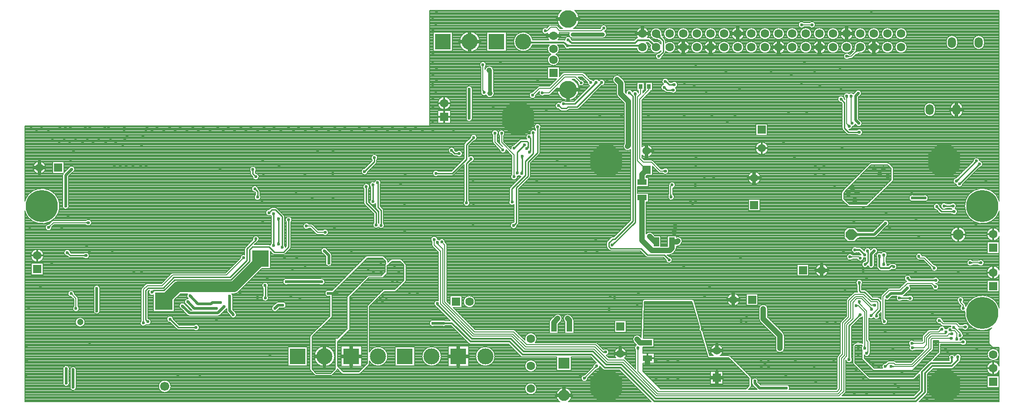
<source format=gbl>
G04*
G04 #@! TF.GenerationSoftware,Altium Limited,Altium Designer,18.1.7 (191)*
G04*
G04 Layer_Physical_Order=2*
G04 Layer_Color=16711680*
%FSLAX24Y24*%
%MOIN*%
G70*
G01*
G75*
%ADD10C,0.0118*%
%ADD14C,0.0079*%
%ADD15C,0.0098*%
%ADD100C,0.0669*%
%ADD109C,0.0827*%
%ADD119R,0.0276X0.0354*%
%ADD125R,0.0413X0.0689*%
%ADD133R,0.0689X0.0413*%
%ADD137C,0.0472*%
%ADD138C,0.0276*%
%ADD139C,0.0197*%
%ADD140C,0.0315*%
%ADD141C,0.0787*%
%ADD142C,0.0394*%
%ADD144C,0.0138*%
%ADD157C,0.0630*%
%ADD158R,0.0630X0.0630*%
%ADD159C,0.1299*%
%ADD160O,0.0591X0.0787*%
%ADD161C,0.0600*%
%ADD162R,0.0600X0.0600*%
%ADD163C,0.1181*%
%ADD164R,0.1181X0.1181*%
%ADD165R,0.0600X0.0600*%
%ADD166C,0.0787*%
%ADD167P,0.0852X8X202.5*%
%ADD168R,0.0630X0.0630*%
%ADD169R,0.0827X0.0827*%
%ADD170P,0.2557X8X292.5*%
%ADD171C,0.2362*%
%ADD172C,0.0236*%
%ADD173C,0.0394*%
%ADD174R,0.1299X0.1299*%
%ADD175R,0.1240X0.1230*%
G36*
X55622Y46108D02*
X55628Y46025D01*
X55633Y45989D01*
X55639Y45956D01*
X55647Y45926D01*
X55657Y45899D01*
X55668Y45876D01*
X55681Y45855D01*
X55695Y45839D01*
X55626Y45769D01*
X55609Y45783D01*
X55589Y45796D01*
X55566Y45808D01*
X55539Y45817D01*
X55509Y45825D01*
X55476Y45832D01*
X55439Y45837D01*
X55357Y45842D01*
X55310Y45843D01*
X55622Y46154D01*
X55622Y46108D01*
D02*
G37*
G36*
X70304Y44843D02*
X70255Y44842D01*
X70130Y44833D01*
X70096Y44827D01*
X70066Y44819D01*
X70039Y44811D01*
X70016Y44800D01*
X69996Y44788D01*
X69980Y44775D01*
X69925Y44831D01*
X69938Y44847D01*
X69950Y44866D01*
X69960Y44889D01*
X69969Y44916D01*
X69977Y44947D01*
X69983Y44981D01*
X69987Y45019D01*
X69992Y45105D01*
X69992Y45154D01*
X70304Y44843D01*
D02*
G37*
G36*
X55673Y44579D02*
X55664Y44571D01*
X55657Y44562D01*
X55651Y44553D01*
X55645Y44544D01*
X55640Y44535D01*
X55637Y44526D01*
X55634Y44517D01*
X55631Y44508D01*
X55630Y44499D01*
X55630Y44489D01*
X55513Y44606D01*
X55522Y44607D01*
X55532Y44608D01*
X55541Y44610D01*
X55550Y44613D01*
X55559Y44617D01*
X55568Y44621D01*
X55577Y44627D01*
X55586Y44633D01*
X55594Y44641D01*
X55603Y44649D01*
X55673Y44579D01*
D02*
G37*
G36*
X69414Y44563D02*
X69423Y44555D01*
X69432Y44549D01*
X69441Y44543D01*
X69451Y44538D01*
X69461Y44534D01*
X69471Y44531D01*
X69481Y44529D01*
X69492Y44528D01*
X69503Y44528D01*
Y44449D01*
X69492Y44448D01*
X69481Y44447D01*
X69471Y44445D01*
X69461Y44442D01*
X69451Y44438D01*
X69441Y44433D01*
X69432Y44428D01*
X69423Y44421D01*
X69414Y44414D01*
X69405Y44406D01*
Y44571D01*
X69414Y44563D01*
D02*
G37*
G36*
X56102Y42656D02*
X56105Y42647D01*
X56108Y42639D01*
X56113Y42630D01*
X56117Y42622D01*
X56123Y42613D01*
X56136Y42596D01*
X56144Y42587D01*
X56152Y42579D01*
X56101Y42490D01*
X56093Y42499D01*
X56084Y42506D01*
X56075Y42512D01*
X56066Y42517D01*
X56057Y42521D01*
X56049Y42523D01*
X56040Y42525D01*
X56031Y42526D01*
X56022Y42525D01*
X56013Y42523D01*
X56099Y42664D01*
X56102Y42656D01*
D02*
G37*
G36*
X50904Y42463D02*
X50895Y42462D01*
X50886Y42461D01*
X50877Y42459D01*
X50867Y42456D01*
X50858Y42452D01*
X50849Y42448D01*
X50841Y42442D01*
X50832Y42436D01*
X50823Y42428D01*
X50814Y42420D01*
X50745Y42490D01*
X50753Y42498D01*
X50760Y42507D01*
X50767Y42516D01*
X50772Y42525D01*
X50777Y42534D01*
X50781Y42543D01*
X50784Y42552D01*
X50786Y42561D01*
X50787Y42570D01*
X50787Y42580D01*
X50904Y42463D01*
D02*
G37*
G36*
X56569Y42319D02*
X56562Y42325D01*
X56555Y42331D01*
X56547Y42336D01*
X56538Y42340D01*
X56529Y42344D01*
X56520Y42347D01*
X56509Y42349D01*
X56499Y42351D01*
X56487Y42352D01*
X56475Y42352D01*
Y42451D01*
X56487Y42451D01*
X56499Y42452D01*
X56509Y42454D01*
X56520Y42456D01*
X56529Y42459D01*
X56538Y42463D01*
X56547Y42467D01*
X56555Y42472D01*
X56562Y42478D01*
X56569Y42484D01*
Y42319D01*
D02*
G37*
G36*
X56024Y42194D02*
X56025Y42185D01*
X56027Y42176D01*
X56030Y42167D01*
X56034Y42158D01*
X56039Y42149D01*
X56044Y42140D01*
X56051Y42131D01*
X56058Y42122D01*
X56066Y42113D01*
X55997Y42044D01*
X55988Y42052D01*
X55979Y42059D01*
X55971Y42066D01*
X55962Y42071D01*
X55953Y42076D01*
X55944Y42080D01*
X55934Y42083D01*
X55925Y42085D01*
X55916Y42086D01*
X55907Y42087D01*
X56024Y42204D01*
X56024Y42194D01*
D02*
G37*
G36*
X56490Y41925D02*
X56484Y41932D01*
X56476Y41937D01*
X56468Y41942D01*
X56460Y41947D01*
X56451Y41950D01*
X56441Y41953D01*
X56431Y41956D01*
X56420Y41957D01*
X56409Y41958D01*
X56397Y41959D01*
Y42057D01*
X56409Y42057D01*
X56420Y42058D01*
X56431Y42060D01*
X56441Y42062D01*
X56451Y42065D01*
X56460Y42069D01*
X56468Y42073D01*
X56476Y42078D01*
X56484Y42084D01*
X56490Y42091D01*
Y41925D01*
D02*
G37*
G36*
X42626Y41987D02*
X42661Y41956D01*
X42666Y41953D01*
X42670Y41951D01*
X42674Y41949D01*
X42677Y41949D01*
X42580Y41897D01*
X42581Y41900D01*
X42582Y41904D01*
X42582Y41907D01*
X42581Y41911D01*
X42580Y41915D01*
X42578Y41920D01*
X42575Y41925D01*
X42571Y41930D01*
X42566Y41935D01*
X42561Y41941D01*
X42616Y41996D01*
X42626Y41987D01*
D02*
G37*
G36*
X53465Y41801D02*
X53466Y41791D01*
X53468Y41782D01*
X53471Y41773D01*
X53475Y41764D01*
X53480Y41755D01*
X53485Y41746D01*
X53492Y41737D01*
X53499Y41728D01*
X53507Y41720D01*
X53438Y41650D01*
X53429Y41658D01*
X53420Y41666D01*
X53411Y41672D01*
X53403Y41678D01*
X53394Y41682D01*
X53385Y41686D01*
X53375Y41689D01*
X53366Y41691D01*
X53357Y41693D01*
X53348Y41693D01*
X53465Y41810D01*
X53465Y41801D01*
D02*
G37*
G36*
X53856Y41652D02*
X53850Y41645D01*
X53845Y41637D01*
X53841Y41628D01*
X53837Y41619D01*
X53834Y41609D01*
X53832Y41599D01*
X53830Y41588D01*
X53829Y41577D01*
X53829Y41565D01*
X53730D01*
X53730Y41577D01*
X53729Y41588D01*
X53727Y41599D01*
X53725Y41609D01*
X53722Y41619D01*
X53718Y41628D01*
X53714Y41637D01*
X53709Y41645D01*
X53703Y41652D01*
X53697Y41659D01*
X53862D01*
X53856Y41652D01*
D02*
G37*
G36*
X69710Y41482D02*
X69703Y41473D01*
X69696Y41464D01*
X69691Y41454D01*
X69686Y41445D01*
X69682Y41435D01*
X69679Y41425D01*
X69677Y41414D01*
X69676Y41404D01*
X69675Y41393D01*
X69596D01*
X69596Y41404D01*
X69595Y41414D01*
X69593Y41425D01*
X69590Y41435D01*
X69586Y41445D01*
X69581Y41454D01*
X69575Y41464D01*
X69569Y41473D01*
X69561Y41482D01*
X69553Y41490D01*
X69718D01*
X69710Y41482D01*
D02*
G37*
G36*
X69395D02*
X69388Y41473D01*
X69381Y41464D01*
X69376Y41454D01*
X69371Y41445D01*
X69367Y41435D01*
X69364Y41425D01*
X69362Y41414D01*
X69361Y41404D01*
X69360Y41393D01*
X69282D01*
X69281Y41404D01*
X69280Y41414D01*
X69278Y41425D01*
X69275Y41435D01*
X69271Y41445D01*
X69266Y41454D01*
X69260Y41464D01*
X69254Y41473D01*
X69246Y41482D01*
X69238Y41490D01*
X69404D01*
X69395Y41482D01*
D02*
G37*
G36*
X69016Y41328D02*
X69017Y41319D01*
X69019Y41310D01*
X69022Y41301D01*
X69026Y41291D01*
X69031Y41282D01*
X69036Y41274D01*
X69043Y41265D01*
X69050Y41256D01*
X69058Y41247D01*
X68989Y41178D01*
X68980Y41186D01*
X68971Y41193D01*
X68963Y41200D01*
X68954Y41205D01*
X68945Y41210D01*
X68936Y41214D01*
X68927Y41217D01*
X68917Y41219D01*
X68908Y41220D01*
X68899Y41220D01*
X69016Y41337D01*
X69016Y41328D01*
D02*
G37*
G36*
X69406Y39491D02*
X69415Y39484D01*
X69424Y39479D01*
X69433Y39473D01*
X69443Y39469D01*
X69453Y39466D01*
X69464Y39463D01*
X69475Y39461D01*
X69486Y39460D01*
X69498Y39460D01*
X69381Y39343D01*
X69381Y39355D01*
X69380Y39366D01*
X69378Y39377D01*
X69375Y39388D01*
X69372Y39398D01*
X69368Y39408D01*
X69362Y39417D01*
X69357Y39426D01*
X69350Y39435D01*
X69343Y39443D01*
X69398Y39498D01*
X69406Y39491D01*
D02*
G37*
G36*
X70152Y38815D02*
X70145Y38821D01*
X70138Y38827D01*
X70130Y38832D01*
X70121Y38836D01*
X70112Y38840D01*
X70102Y38843D01*
X70092Y38845D01*
X70081Y38847D01*
X70070Y38848D01*
X70058Y38848D01*
Y38947D01*
X70070Y38947D01*
X70081Y38948D01*
X70092Y38950D01*
X70102Y38952D01*
X70112Y38955D01*
X70121Y38959D01*
X70130Y38963D01*
X70138Y38968D01*
X70145Y38974D01*
X70152Y38980D01*
Y38815D01*
D02*
G37*
G36*
X46366Y38767D02*
X46360Y38760D01*
X46355Y38752D01*
X46351Y38743D01*
X46347Y38734D01*
X46344Y38724D01*
X46342Y38714D01*
X46340Y38703D01*
X46339Y38692D01*
X46339Y38680D01*
X46240D01*
X46240Y38692D01*
X46239Y38703D01*
X46237Y38714D01*
X46235Y38724D01*
X46232Y38734D01*
X46228Y38743D01*
X46224Y38752D01*
X46219Y38760D01*
X46213Y38767D01*
X46207Y38774D01*
X46372D01*
X46366Y38767D01*
D02*
G37*
G36*
X45629Y37835D02*
X45619Y37834D01*
X45610Y37833D01*
X45601Y37831D01*
X45592Y37828D01*
X45583Y37824D01*
X45574Y37819D01*
X45565Y37814D01*
X45556Y37807D01*
X45547Y37800D01*
X45539Y37792D01*
X45469Y37862D01*
X45477Y37870D01*
X45485Y37879D01*
X45491Y37888D01*
X45497Y37897D01*
X45501Y37906D01*
X45505Y37915D01*
X45508Y37924D01*
X45510Y37933D01*
X45511Y37942D01*
X45512Y37952D01*
X45629Y37835D01*
D02*
G37*
G36*
X45945Y37846D02*
X45933Y37709D01*
X45812Y37805D01*
X45818Y37806D01*
X45824Y37808D01*
X45829Y37812D01*
X45834Y37817D01*
X45838Y37823D01*
X45841Y37830D01*
X45843Y37839D01*
X45845Y37849D01*
X45846Y37860D01*
X45846Y37872D01*
X45945Y37846D01*
D02*
G37*
G36*
X46122Y37580D02*
X46110Y37443D01*
X45989Y37539D01*
X45995Y37540D01*
X46001Y37542D01*
X46007Y37546D01*
X46011Y37551D01*
X46015Y37557D01*
X46018Y37564D01*
X46020Y37573D01*
X46022Y37583D01*
X46023Y37594D01*
X46024Y37606D01*
X46122Y37580D01*
D02*
G37*
G36*
X45534Y37035D02*
X45528Y37027D01*
X45523Y37019D01*
X45519Y37011D01*
X45515Y37002D01*
X45512Y36992D01*
X45510Y36982D01*
X45508Y36971D01*
X45507Y36960D01*
X45507Y36948D01*
X45409D01*
X45408Y36960D01*
X45407Y36971D01*
X45406Y36982D01*
X45403Y36992D01*
X45400Y37002D01*
X45396Y37011D01*
X45392Y37019D01*
X45387Y37027D01*
X45381Y37035D01*
X45375Y37042D01*
X45540D01*
X45534Y37035D01*
D02*
G37*
G36*
X78843Y36667D02*
X78834Y36667D01*
X78825Y36666D01*
X78815Y36664D01*
X78806Y36661D01*
X78797Y36657D01*
X78788Y36652D01*
X78779Y36647D01*
X78771Y36640D01*
X78762Y36633D01*
X78753Y36625D01*
X78684Y36694D01*
X78692Y36703D01*
X78699Y36712D01*
X78706Y36721D01*
X78711Y36729D01*
X78716Y36738D01*
X78720Y36747D01*
X78723Y36757D01*
X78725Y36766D01*
X78726Y36775D01*
X78726Y36784D01*
X78843Y36667D01*
D02*
G37*
G36*
X79066Y36445D02*
X79057Y36444D01*
X79047Y36443D01*
X79038Y36441D01*
X79029Y36438D01*
X79020Y36434D01*
X79011Y36430D01*
X79002Y36424D01*
X78993Y36418D01*
X78984Y36410D01*
X78976Y36402D01*
X78906Y36472D01*
X78914Y36480D01*
X78922Y36489D01*
X78928Y36498D01*
X78934Y36507D01*
X78939Y36516D01*
X78942Y36525D01*
X78945Y36534D01*
X78947Y36543D01*
X78949Y36552D01*
X78949Y36562D01*
X79066Y36445D01*
D02*
G37*
G36*
X54324Y36481D02*
X54353Y36456D01*
X54366Y36447D01*
X54377Y36440D01*
X54388Y36435D01*
X54397Y36433D01*
X54406Y36433D01*
X54413Y36435D01*
X54419Y36439D01*
X54309Y36329D01*
X54313Y36335D01*
X54315Y36342D01*
X54315Y36351D01*
X54313Y36360D01*
X54308Y36371D01*
X54301Y36382D01*
X54292Y36395D01*
X54281Y36409D01*
X54252Y36441D01*
X54307Y36496D01*
X54324Y36481D01*
D02*
G37*
G36*
X45168Y36062D02*
X45169Y36051D01*
X45170Y36040D01*
X45173Y36030D01*
X45176Y36020D01*
X45179Y36011D01*
X45184Y36002D01*
X45189Y35994D01*
X45194Y35987D01*
X45201Y35980D01*
X45035D01*
X45042Y35987D01*
X45047Y35994D01*
X45052Y36002D01*
X45057Y36011D01*
X45061Y36020D01*
X45064Y36030D01*
X45066Y36040D01*
X45068Y36051D01*
X45069Y36062D01*
X45069Y36074D01*
X45167D01*
X45168Y36062D01*
D02*
G37*
G36*
X55910Y35961D02*
X55901Y35969D01*
X55892Y35976D01*
X55883Y35983D01*
X55874Y35988D01*
X55864Y35993D01*
X55854Y35997D01*
X55844Y36000D01*
X55834Y36002D01*
X55823Y36003D01*
X55812Y36004D01*
Y36083D01*
X55823Y36083D01*
X55834Y36084D01*
X55844Y36087D01*
X55854Y36090D01*
X55864Y36093D01*
X55874Y36098D01*
X55883Y36104D01*
X55892Y36110D01*
X55901Y36118D01*
X55910Y36126D01*
Y35961D01*
D02*
G37*
G36*
X45507Y36029D02*
X45507Y36017D01*
X45509Y35995D01*
X45511Y35984D01*
X45513Y35974D01*
X45516Y35965D01*
X45519Y35956D01*
X45523Y35947D01*
X45527Y35939D01*
X45532Y35931D01*
X45370Y35966D01*
X45377Y35971D01*
X45384Y35977D01*
X45390Y35984D01*
X45395Y35992D01*
X45399Y36000D01*
X45402Y36009D01*
X45405Y36019D01*
X45407Y36029D01*
X45408Y36040D01*
X45409Y36053D01*
X45507Y36029D01*
D02*
G37*
G36*
X77529Y35400D02*
X77521Y35392D01*
X77513Y35383D01*
X77507Y35374D01*
X77501Y35365D01*
X77497Y35356D01*
X77493Y35347D01*
X77490Y35338D01*
X77488Y35329D01*
X77486Y35320D01*
X77486Y35310D01*
X77369Y35427D01*
X77378Y35428D01*
X77388Y35429D01*
X77397Y35431D01*
X77406Y35434D01*
X77415Y35438D01*
X77424Y35442D01*
X77433Y35448D01*
X77442Y35454D01*
X77451Y35462D01*
X77459Y35470D01*
X77529Y35400D01*
D02*
G37*
G36*
X77752Y35178D02*
X77743Y35169D01*
X77736Y35160D01*
X77730Y35151D01*
X77724Y35143D01*
X77719Y35134D01*
X77715Y35125D01*
X77712Y35115D01*
X77710Y35106D01*
X77709Y35097D01*
X77709Y35088D01*
X77592Y35205D01*
X77601Y35205D01*
X77610Y35206D01*
X77620Y35208D01*
X77629Y35211D01*
X77638Y35215D01*
X77647Y35220D01*
X77656Y35225D01*
X77664Y35232D01*
X77673Y35239D01*
X77682Y35247D01*
X77752Y35178D01*
D02*
G37*
G36*
X56428Y34311D02*
X56429Y34301D01*
X56432Y34290D01*
X56435Y34281D01*
X56439Y34272D01*
X56445Y34264D01*
X56451Y34256D01*
X56459Y34249D01*
X56467Y34243D01*
X56476Y34237D01*
X56317Y34193D01*
X56323Y34204D01*
X56333Y34226D01*
X56337Y34236D01*
X56343Y34258D01*
X56346Y34268D01*
X56347Y34279D01*
X56348Y34289D01*
X56348Y34300D01*
X56427Y34323D01*
X56428Y34311D01*
D02*
G37*
G36*
X77042Y33386D02*
X77035Y33392D01*
X77027Y33398D01*
X77019Y33403D01*
X77011Y33407D01*
X77002Y33411D01*
X76992Y33414D01*
X76982Y33416D01*
X76971Y33418D01*
X76960Y33419D01*
X76948Y33419D01*
Y33518D01*
X76960Y33518D01*
X76971Y33519D01*
X76982Y33521D01*
X76992Y33523D01*
X77002Y33526D01*
X77011Y33530D01*
X77019Y33534D01*
X77027Y33539D01*
X77035Y33545D01*
X77042Y33551D01*
Y33386D01*
D02*
G37*
G36*
X76558Y33545D02*
X76565Y33539D01*
X76573Y33534D01*
X76582Y33530D01*
X76591Y33526D01*
X76600Y33523D01*
X76611Y33521D01*
X76621Y33519D01*
X76633Y33518D01*
X76645Y33518D01*
Y33419D01*
X76633Y33419D01*
X76621Y33418D01*
X76611Y33416D01*
X76600Y33414D01*
X76591Y33411D01*
X76582Y33407D01*
X76573Y33403D01*
X76565Y33398D01*
X76558Y33392D01*
X76551Y33386D01*
Y33551D01*
X76558Y33545D01*
D02*
G37*
G36*
X76041Y33402D02*
X76041Y33392D01*
X76043Y33383D01*
X76045Y33374D01*
X76048Y33365D01*
X76052Y33356D01*
X76058Y33347D01*
X76064Y33338D01*
X76071Y33330D01*
X76079Y33321D01*
X76001Y33260D01*
X75992Y33268D01*
X75975Y33282D01*
X75966Y33288D01*
X75957Y33293D01*
X75948Y33298D01*
X75939Y33301D01*
X75930Y33304D01*
X75921Y33306D01*
X75912Y33308D01*
X76042Y33411D01*
X76041Y33402D01*
D02*
G37*
G36*
X77120Y32980D02*
X77114Y32986D01*
X77106Y32992D01*
X77098Y32997D01*
X77090Y33001D01*
X77080Y33005D01*
X77071Y33008D01*
X77061Y33010D01*
X77050Y33012D01*
X77038Y33013D01*
X77026Y33013D01*
Y33112D01*
X77038Y33112D01*
X77050Y33113D01*
X77061Y33115D01*
X77071Y33117D01*
X77080Y33120D01*
X77090Y33124D01*
X77098Y33128D01*
X77106Y33133D01*
X77114Y33139D01*
X77120Y33145D01*
Y32980D01*
D02*
G37*
G36*
X27645Y32448D02*
X27640Y32441D01*
X27635Y32433D01*
X27630Y32424D01*
X27626Y32415D01*
X27623Y32406D01*
X27621Y32395D01*
X27619Y32385D01*
X27618Y32373D01*
X27618Y32361D01*
X27520D01*
X27519Y32373D01*
X27518Y32385D01*
X27517Y32395D01*
X27514Y32406D01*
X27511Y32415D01*
X27508Y32424D01*
X27503Y32433D01*
X27498Y32441D01*
X27493Y32448D01*
X27486Y32455D01*
X27652D01*
X27645Y32448D01*
D02*
G37*
G36*
X13518Y32161D02*
X13509Y32170D01*
X13500Y32177D01*
X13491Y32183D01*
X13482Y32189D01*
X13472Y32194D01*
X13462Y32198D01*
X13452Y32201D01*
X13442Y32203D01*
X13431Y32204D01*
X13420Y32205D01*
Y32283D01*
X13431Y32284D01*
X13442Y32285D01*
X13452Y32287D01*
X13462Y32290D01*
X13472Y32294D01*
X13482Y32299D01*
X13491Y32305D01*
X13500Y32311D01*
X13509Y32319D01*
X13518Y32327D01*
Y32161D01*
D02*
G37*
G36*
X10826Y31991D02*
X10819Y31983D01*
X10812Y31974D01*
X10806Y31965D01*
X10801Y31956D01*
X10797Y31946D01*
X10793Y31936D01*
X10791Y31925D01*
X10789Y31914D01*
X10788Y31903D01*
X10787Y31891D01*
X10670Y32008D01*
X10682Y32008D01*
X10694Y32009D01*
X10705Y32011D01*
X10716Y32014D01*
X10726Y32017D01*
X10736Y32021D01*
X10745Y32027D01*
X10754Y32032D01*
X10762Y32039D01*
X10770Y32046D01*
X10826Y31991D01*
D02*
G37*
G36*
X70030Y31546D02*
X70036Y31529D01*
X70045Y31514D01*
X70059Y31502D01*
X70077Y31491D01*
X70099Y31482D01*
X70124Y31475D01*
X70154Y31470D01*
X70188Y31467D01*
X70225Y31466D01*
Y31269D01*
X70188Y31268D01*
X70154Y31265D01*
X70124Y31260D01*
X70099Y31254D01*
X70077Y31245D01*
X70059Y31234D01*
X70045Y31221D01*
X70036Y31206D01*
X70030Y31190D01*
X70028Y31171D01*
Y31565D01*
X70030Y31546D01*
D02*
G37*
G36*
X27618Y30816D02*
X27619Y30805D01*
X27621Y30794D01*
X27623Y30784D01*
X27626Y30774D01*
X27630Y30765D01*
X27635Y30756D01*
X27640Y30748D01*
X27645Y30741D01*
X27652Y30734D01*
X27486D01*
X27493Y30741D01*
X27498Y30748D01*
X27503Y30756D01*
X27508Y30765D01*
X27511Y30774D01*
X27514Y30784D01*
X27517Y30794D01*
X27518Y30805D01*
X27519Y30816D01*
X27520Y30828D01*
X27618D01*
X27618Y30816D01*
D02*
G37*
G36*
X39332Y30722D02*
X39329Y30713D01*
X39327Y30704D01*
X39327Y30695D01*
X39328Y30686D01*
X39330Y30677D01*
X39334Y30669D01*
X39339Y30660D01*
X39346Y30652D01*
X39354Y30643D01*
X39265Y30621D01*
X39257Y30628D01*
X39233Y30649D01*
X39224Y30655D01*
X39199Y30672D01*
X39190Y30676D01*
X39181Y30681D01*
X39336Y30731D01*
X39332Y30722D01*
D02*
G37*
G36*
X52247Y30682D02*
X52239Y30673D01*
X52232Y30664D01*
X52225Y30656D01*
X52220Y30647D01*
X52215Y30638D01*
X52211Y30629D01*
X52208Y30620D01*
X52206Y30610D01*
X52205Y30601D01*
X52205Y30592D01*
X52088Y30709D01*
X52097Y30709D01*
X52106Y30710D01*
X52116Y30712D01*
X52125Y30715D01*
X52134Y30719D01*
X52143Y30724D01*
X52152Y30729D01*
X52160Y30736D01*
X52169Y30743D01*
X52178Y30751D01*
X52247Y30682D01*
D02*
G37*
G36*
X70003Y30316D02*
X70008Y30314D01*
X70013Y30312D01*
X70020Y30310D01*
X70028Y30309D01*
X70036Y30307D01*
X70057Y30306D01*
X70083Y30305D01*
Y30167D01*
X70069Y30167D01*
X70028Y30164D01*
X70020Y30162D01*
X70013Y30161D01*
X70008Y30159D01*
X70003Y30156D01*
X70000Y30154D01*
Y30319D01*
X70003Y30316D01*
D02*
G37*
G36*
X70943Y30108D02*
X70940Y30100D01*
X70936Y30091D01*
X70933Y30082D01*
X70931Y30073D01*
X70929Y30063D01*
X70926Y30041D01*
X70925Y30030D01*
X70925Y30018D01*
X70827Y29989D01*
X70826Y30002D01*
X70825Y30013D01*
X70823Y30023D01*
X70820Y30033D01*
X70817Y30042D01*
X70813Y30050D01*
X70808Y30057D01*
X70802Y30064D01*
X70795Y30070D01*
X70787Y30074D01*
X70948Y30116D01*
X70943Y30108D01*
D02*
G37*
G36*
X70570Y30039D02*
X70602Y30012D01*
X70609Y30008D01*
X70615Y30004D01*
X70620Y30002D01*
X70625Y30000D01*
X70629Y30000D01*
X70512Y29883D01*
X70511Y29887D01*
X70510Y29892D01*
X70508Y29897D01*
X70504Y29903D01*
X70500Y29910D01*
X70494Y29917D01*
X70481Y29933D01*
X70463Y29951D01*
X70561Y30049D01*
X70570Y30039D01*
D02*
G37*
G36*
X12166Y30029D02*
X12167Y30020D01*
X12169Y30010D01*
X12172Y30001D01*
X12176Y29992D01*
X12181Y29983D01*
X12186Y29974D01*
X12193Y29966D01*
X12200Y29957D01*
X12208Y29948D01*
X12138Y29879D01*
X12130Y29887D01*
X12121Y29894D01*
X12112Y29901D01*
X12103Y29906D01*
X12094Y29911D01*
X12085Y29915D01*
X12076Y29918D01*
X12067Y29920D01*
X12058Y29921D01*
X12048Y29921D01*
X12165Y30038D01*
X12166Y30029D01*
D02*
G37*
G36*
X13341Y29736D02*
X13334Y29743D01*
X13327Y29748D01*
X13319Y29753D01*
X13310Y29758D01*
X13301Y29761D01*
X13291Y29764D01*
X13281Y29767D01*
X13270Y29768D01*
X13259Y29769D01*
X13247Y29770D01*
Y29868D01*
X13259Y29868D01*
X13270Y29869D01*
X13281Y29871D01*
X13291Y29873D01*
X13301Y29876D01*
X13310Y29880D01*
X13319Y29885D01*
X13327Y29890D01*
X13334Y29895D01*
X13341Y29902D01*
Y29736D01*
D02*
G37*
G36*
X72122Y29789D02*
X72114Y29780D01*
X72108Y29771D01*
X72102Y29762D01*
X72097Y29752D01*
X72094Y29742D01*
X72091Y29732D01*
X72088Y29721D01*
X72087Y29711D01*
X72087Y29700D01*
X72008D01*
X72007Y29711D01*
X72006Y29721D01*
X72004Y29732D01*
X72001Y29742D01*
X71997Y29752D01*
X71992Y29762D01*
X71987Y29771D01*
X71980Y29780D01*
X71973Y29789D01*
X71965Y29798D01*
X72130D01*
X72122Y29789D01*
D02*
G37*
G36*
X69640Y29799D02*
X69649Y29791D01*
X69658Y29785D01*
X69668Y29779D01*
X69677Y29775D01*
X69687Y29771D01*
X69697Y29768D01*
X69708Y29766D01*
X69718Y29764D01*
X69729Y29764D01*
Y29685D01*
X69718Y29685D01*
X69708Y29683D01*
X69697Y29681D01*
X69687Y29678D01*
X69677Y29674D01*
X69668Y29669D01*
X69658Y29664D01*
X69649Y29657D01*
X69640Y29650D01*
X69631Y29642D01*
Y29807D01*
X69640Y29799D01*
D02*
G37*
G36*
X71802Y29716D02*
X71800Y29711D01*
X71798Y29706D01*
X71796Y29699D01*
X71795Y29691D01*
X71793Y29683D01*
X71792Y29662D01*
X71791Y29636D01*
X71653D01*
X71653Y29650D01*
X71650Y29691D01*
X71649Y29699D01*
X71647Y29706D01*
X71645Y29711D01*
X71642Y29716D01*
X71640Y29719D01*
X71805D01*
X71802Y29716D01*
D02*
G37*
G36*
X72087Y29344D02*
X72088Y29334D01*
X72091Y29323D01*
X72094Y29313D01*
X72097Y29303D01*
X72102Y29294D01*
X72108Y29284D01*
X72114Y29275D01*
X72122Y29266D01*
X72130Y29258D01*
X71965D01*
X71973Y29266D01*
X71980Y29275D01*
X71987Y29284D01*
X71992Y29294D01*
X71997Y29303D01*
X72001Y29313D01*
X72004Y29323D01*
X72006Y29334D01*
X72007Y29344D01*
X72008Y29355D01*
X72087D01*
X72087Y29344D01*
D02*
G37*
G36*
X79089Y29209D02*
X79080Y29217D01*
X79071Y29224D01*
X79062Y29231D01*
X79053Y29236D01*
X79043Y29241D01*
X79033Y29245D01*
X79023Y29248D01*
X79013Y29250D01*
X79002Y29252D01*
X78991Y29252D01*
Y29331D01*
X79002Y29331D01*
X79013Y29332D01*
X79023Y29335D01*
X79033Y29338D01*
X79043Y29342D01*
X79053Y29346D01*
X79062Y29352D01*
X79071Y29358D01*
X79080Y29366D01*
X79089Y29374D01*
Y29209D01*
D02*
G37*
G36*
X78479Y29366D02*
X78488Y29358D01*
X78497Y29352D01*
X78506Y29346D01*
X78516Y29342D01*
X78526Y29338D01*
X78536Y29335D01*
X78546Y29332D01*
X78557Y29331D01*
X78568Y29331D01*
Y29252D01*
X78557Y29252D01*
X78546Y29250D01*
X78536Y29248D01*
X78526Y29245D01*
X78516Y29241D01*
X78506Y29236D01*
X78497Y29231D01*
X78488Y29224D01*
X78479Y29217D01*
X78470Y29209D01*
Y29374D01*
X78479Y29366D01*
D02*
G37*
G36*
X70830Y29264D02*
X70822Y29256D01*
X70815Y29247D01*
X70808Y29238D01*
X70803Y29229D01*
X70798Y29220D01*
X70794Y29211D01*
X70791Y29202D01*
X70789Y29193D01*
X70788Y29184D01*
X70787Y29174D01*
X70670Y29291D01*
X70680Y29292D01*
X70689Y29293D01*
X70698Y29295D01*
X70707Y29298D01*
X70716Y29302D01*
X70725Y29306D01*
X70734Y29312D01*
X70743Y29319D01*
X70752Y29326D01*
X70761Y29334D01*
X70830Y29264D01*
D02*
G37*
G36*
X75660Y29047D02*
X75669Y29040D01*
X75678Y29034D01*
X75687Y29029D01*
X75697Y29025D01*
X75707Y29022D01*
X75718Y29019D01*
X75729Y29017D01*
X75740Y29016D01*
X75752Y29016D01*
X75635Y28899D01*
X75635Y28911D01*
X75634Y28922D01*
X75632Y28933D01*
X75629Y28944D01*
X75626Y28954D01*
X75622Y28964D01*
X75617Y28973D01*
X75611Y28982D01*
X75604Y28991D01*
X75597Y28999D01*
X75652Y29054D01*
X75660Y29047D01*
D02*
G37*
G36*
X73913Y28144D02*
X73915Y28140D01*
X73917Y28134D01*
X73920Y28128D01*
X73925Y28122D01*
X73930Y28115D01*
X73944Y28099D01*
X73961Y28080D01*
X73864Y27983D01*
X73854Y27992D01*
X73822Y28019D01*
X73816Y28024D01*
X73810Y28027D01*
X73805Y28030D01*
X73800Y28031D01*
X73796Y28031D01*
X73913Y28148D01*
X73913Y28144D01*
D02*
G37*
G36*
X75782Y27909D02*
X75779Y27912D01*
X75774Y27914D01*
X75769Y27916D01*
X75762Y27918D01*
X75754Y27920D01*
X75746Y27921D01*
X75725Y27923D01*
X75699Y27923D01*
Y28061D01*
X75713Y28061D01*
X75754Y28064D01*
X75762Y28066D01*
X75769Y28068D01*
X75774Y28070D01*
X75779Y28072D01*
X75782Y28075D01*
Y27909D01*
D02*
G37*
G36*
X70313Y27743D02*
X70307Y27736D01*
X70302Y27728D01*
X70297Y27720D01*
X70294Y27710D01*
X70291Y27701D01*
X70288Y27691D01*
X70287Y27680D01*
X70286Y27668D01*
X70285Y27656D01*
X70187D01*
X70187Y27668D01*
X70186Y27680D01*
X70184Y27691D01*
X70182Y27701D01*
X70179Y27710D01*
X70175Y27720D01*
X70171Y27728D01*
X70166Y27736D01*
X70160Y27743D01*
X70154Y27750D01*
X70319D01*
X70313Y27743D01*
D02*
G37*
G36*
X75744Y27669D02*
X75752Y27662D01*
X75761Y27656D01*
X75770Y27651D01*
X75780Y27647D01*
X75790Y27644D01*
X75801Y27641D01*
X75812Y27639D01*
X75824Y27638D01*
X75835Y27638D01*
X75719Y27521D01*
X75718Y27533D01*
X75717Y27544D01*
X75715Y27555D01*
X75713Y27566D01*
X75709Y27576D01*
X75705Y27586D01*
X75700Y27595D01*
X75694Y27604D01*
X75687Y27613D01*
X75680Y27621D01*
X75736Y27676D01*
X75744Y27669D01*
D02*
G37*
G36*
X18429Y27217D02*
X18420Y27208D01*
X18405Y27190D01*
X18399Y27182D01*
X18394Y27174D01*
X18390Y27167D01*
X18387Y27159D01*
X18386Y27152D01*
X18385Y27146D01*
X18385Y27140D01*
X18281Y27243D01*
X18288Y27243D01*
X18294Y27244D01*
X18301Y27246D01*
X18308Y27249D01*
X18316Y27252D01*
X18324Y27257D01*
X18332Y27263D01*
X18341Y27270D01*
X18359Y27287D01*
X18429Y27217D01*
D02*
G37*
G36*
X73280Y26763D02*
X73288Y26757D01*
X73296Y26752D01*
X73304Y26748D01*
X73313Y26744D01*
X73323Y26741D01*
X73333Y26739D01*
X73344Y26737D01*
X73355Y26736D01*
X73367Y26736D01*
Y26637D01*
X73355Y26637D01*
X73344Y26636D01*
X73333Y26634D01*
X73323Y26632D01*
X73313Y26629D01*
X73304Y26625D01*
X73296Y26621D01*
X73288Y26616D01*
X73280Y26610D01*
X73273Y26604D01*
Y26769D01*
X73280Y26763D01*
D02*
G37*
G36*
X73887Y26602D02*
X73881Y26609D01*
X73874Y26615D01*
X73866Y26620D01*
X73858Y26625D01*
X73849Y26629D01*
X73840Y26632D01*
X73829Y26634D01*
X73819Y26636D01*
X73807Y26637D01*
X73795Y26637D01*
X73801Y26736D01*
X73813Y26736D01*
X73825Y26737D01*
X73836Y26739D01*
X73846Y26741D01*
X73856Y26744D01*
X73865Y26747D01*
X73874Y26751D01*
X73882Y26756D01*
X73890Y26761D01*
X73897Y26767D01*
X73887Y26602D01*
D02*
G37*
G36*
X77740Y26455D02*
X77735Y26449D01*
X77731Y26443D01*
X77727Y26436D01*
X77724Y26428D01*
X77721Y26420D01*
X77719Y26410D01*
X77718Y26400D01*
X77717Y26390D01*
X77717Y26378D01*
X77638D01*
X77638Y26390D01*
X77637Y26400D01*
X77635Y26410D01*
X77633Y26420D01*
X77630Y26428D01*
X77627Y26436D01*
X77623Y26443D01*
X77619Y26449D01*
X77614Y26455D01*
X77608Y26459D01*
X77746D01*
X77740Y26455D01*
D02*
G37*
G36*
X70314Y26327D02*
X70310Y26320D01*
X70307Y26314D01*
X70306Y26307D01*
X70307Y26299D01*
X70309Y26292D01*
X70313Y26284D01*
X70318Y26276D01*
X70324Y26267D01*
X70333Y26259D01*
X70258Y26221D01*
X70166Y26322D01*
X70319Y26333D01*
X70314Y26327D01*
D02*
G37*
G36*
X39342Y26243D02*
X39342Y26238D01*
X39343Y26232D01*
X39345Y26226D01*
X39349Y26220D01*
X39353Y26212D01*
X39359Y26205D01*
X39366Y26196D01*
X39383Y26178D01*
X39235Y26131D01*
X39192Y26178D01*
X39343Y26247D01*
X39342Y26243D01*
D02*
G37*
G36*
X71294Y26098D02*
X71285Y26107D01*
X71276Y26114D01*
X71267Y26121D01*
X71258Y26126D01*
X71248Y26131D01*
X71238Y26135D01*
X71228Y26138D01*
X71217Y26140D01*
X71207Y26141D01*
X71196Y26142D01*
Y26220D01*
X71207Y26221D01*
X71217Y26222D01*
X71228Y26224D01*
X71238Y26227D01*
X71248Y26231D01*
X71258Y26236D01*
X71267Y26242D01*
X71276Y26248D01*
X71285Y26256D01*
X71294Y26264D01*
Y26098D01*
D02*
G37*
G36*
X70110Y26186D02*
X70112Y26185D01*
X70114Y26184D01*
X70118Y26183D01*
X70122Y26183D01*
X70134Y26182D01*
X70149Y26181D01*
X70157Y26181D01*
Y26102D01*
X70149Y26102D01*
X70118Y26100D01*
X70114Y26099D01*
X70112Y26098D01*
X70110Y26097D01*
X70109Y26096D01*
Y26188D01*
X70110Y26186D01*
D02*
G37*
G36*
X77914Y26116D02*
X77915Y26105D01*
X77917Y26095D01*
X77920Y26085D01*
X77924Y26075D01*
X77929Y26065D01*
X77935Y26056D01*
X77941Y26047D01*
X77948Y26038D01*
X77957Y26029D01*
X77791D01*
X77800Y26038D01*
X77807Y26047D01*
X77813Y26056D01*
X77819Y26065D01*
X77824Y26075D01*
X77828Y26085D01*
X77831Y26095D01*
X77833Y26105D01*
X77834Y26116D01*
X77835Y26127D01*
X77913D01*
X77914Y26116D01*
D02*
G37*
G36*
X71096Y26027D02*
X71104Y26020D01*
X71112Y26014D01*
X71131Y26002D01*
X71140Y25997D01*
X71161Y25987D01*
X71173Y25983D01*
X71184Y25979D01*
X71036Y25905D01*
X71039Y25915D01*
X71041Y25925D01*
X71042Y25935D01*
X71041Y25945D01*
X71040Y25954D01*
X71037Y25963D01*
X71032Y25972D01*
X71027Y25981D01*
X71021Y25990D01*
X71013Y25998D01*
X71089Y26034D01*
X71096Y26027D01*
D02*
G37*
G36*
X71546Y25521D02*
X71547Y25509D01*
X71548Y25498D01*
X71551Y25488D01*
X71554Y25479D01*
X71557Y25469D01*
X71562Y25461D01*
X71567Y25453D01*
X71572Y25446D01*
X71579Y25439D01*
X71413D01*
X71420Y25446D01*
X71425Y25453D01*
X71430Y25461D01*
X71435Y25469D01*
X71438Y25479D01*
X71441Y25488D01*
X71444Y25498D01*
X71446Y25509D01*
X71447Y25521D01*
X71447Y25533D01*
X71545D01*
X71546Y25521D01*
D02*
G37*
G36*
X71259Y25495D02*
X71252Y25487D01*
X71245Y25478D01*
X71239Y25469D01*
X71234Y25460D01*
X71230Y25450D01*
X71226Y25440D01*
X71224Y25429D01*
X71222Y25418D01*
X71221Y25407D01*
X71220Y25395D01*
X71103Y25512D01*
X71115Y25512D01*
X71127Y25513D01*
X71138Y25515D01*
X71149Y25518D01*
X71159Y25521D01*
X71169Y25525D01*
X71178Y25530D01*
X71187Y25536D01*
X71195Y25543D01*
X71203Y25550D01*
X71259Y25495D01*
D02*
G37*
G36*
X70306Y25354D02*
X70297Y25354D01*
X70287Y25353D01*
X70278Y25351D01*
X70269Y25348D01*
X70260Y25344D01*
X70251Y25339D01*
X70242Y25334D01*
X70233Y25327D01*
X70225Y25320D01*
X70216Y25312D01*
X70146Y25381D01*
X70154Y25390D01*
X70162Y25399D01*
X70168Y25407D01*
X70174Y25416D01*
X70179Y25425D01*
X70182Y25434D01*
X70185Y25443D01*
X70187Y25453D01*
X70189Y25462D01*
X70189Y25471D01*
X70306Y25354D01*
D02*
G37*
G36*
X72025Y25127D02*
X72050Y25106D01*
X72057Y25100D01*
X72064Y25096D01*
X72070Y25093D01*
X72076Y25090D01*
X72081Y25089D01*
X72086Y25089D01*
X71982Y25025D01*
X71984Y25030D01*
X71985Y25034D01*
X71985Y25039D01*
X71984Y25045D01*
X71982Y25050D01*
X71980Y25056D01*
X71976Y25062D01*
X71972Y25068D01*
X71967Y25074D01*
X71960Y25080D01*
X72016Y25136D01*
X72025Y25127D01*
D02*
G37*
G36*
X17880Y25103D02*
X17889Y25096D01*
X17898Y25090D01*
X17907Y25084D01*
X17915Y25079D01*
X17925Y25076D01*
X17934Y25073D01*
X17943Y25070D01*
X17952Y25069D01*
X17961Y25069D01*
X17844Y24952D01*
X17844Y24961D01*
X17843Y24971D01*
X17841Y24980D01*
X17838Y24989D01*
X17834Y24998D01*
X17829Y25007D01*
X17824Y25016D01*
X17817Y25025D01*
X17810Y25033D01*
X17802Y25042D01*
X17871Y25112D01*
X17880Y25103D01*
D02*
G37*
G36*
X76231Y25047D02*
X76234Y25035D01*
X76237Y25024D01*
X76241Y25014D01*
X76246Y25004D01*
X76251Y24994D01*
X76257Y24985D01*
X76263Y24976D01*
X76269Y24968D01*
X76277Y24960D01*
X76232Y24894D01*
X76223Y24901D01*
X76215Y24908D01*
X76206Y24913D01*
X76197Y24918D01*
X76187Y24921D01*
X76177Y24924D01*
X76167Y24925D01*
X76156Y24926D01*
X76145Y24925D01*
X76134Y24923D01*
X76229Y25059D01*
X76231Y25047D01*
D02*
G37*
G36*
X77947Y24494D02*
X77939Y24502D01*
X77930Y24510D01*
X77921Y24516D01*
X77911Y24522D01*
X77901Y24527D01*
X77892Y24530D01*
X77881Y24534D01*
X77871Y24536D01*
X77860Y24537D01*
X77849Y24537D01*
Y24616D01*
X77860Y24617D01*
X77871Y24618D01*
X77881Y24620D01*
X77892Y24623D01*
X77901Y24627D01*
X77911Y24632D01*
X77921Y24637D01*
X77930Y24644D01*
X77939Y24651D01*
X77947Y24659D01*
Y24494D01*
D02*
G37*
G36*
X77304Y24533D02*
X77307Y24521D01*
X77310Y24510D01*
X77314Y24499D01*
X77318Y24489D01*
X77323Y24479D01*
X77329Y24470D01*
X77335Y24461D01*
X77342Y24453D01*
X77349Y24445D01*
X77302Y24380D01*
X77294Y24388D01*
X77286Y24394D01*
X77277Y24400D01*
X77267Y24405D01*
X77258Y24408D01*
X77248Y24411D01*
X77238Y24412D01*
X77227Y24413D01*
X77216Y24412D01*
X77204Y24411D01*
X77302Y24545D01*
X77304Y24533D01*
D02*
G37*
G36*
X76276Y24294D02*
X76265Y24295D01*
X76254Y24296D01*
X76244Y24296D01*
X76233Y24294D01*
X76223Y24292D01*
X76214Y24289D01*
X76205Y24284D01*
X76196Y24279D01*
X76187Y24272D01*
X76179Y24264D01*
X76134Y24331D01*
X76142Y24339D01*
X76148Y24347D01*
X76155Y24356D01*
X76160Y24365D01*
X76165Y24375D01*
X76170Y24385D01*
X76174Y24396D01*
X76178Y24407D01*
X76180Y24418D01*
X76183Y24430D01*
X76276Y24294D01*
D02*
G37*
G36*
X77027Y24370D02*
X77031Y24362D01*
X77036Y24355D01*
X77042Y24348D01*
X77048Y24343D01*
X77056Y24339D01*
X77065Y24335D01*
X77075Y24333D01*
X77085Y24331D01*
X77097Y24331D01*
X77046Y24252D01*
X77034Y24252D01*
X76992Y24249D01*
X76982Y24247D01*
X76955Y24241D01*
X76946Y24238D01*
X77024Y24380D01*
X77027Y24370D01*
D02*
G37*
G36*
X76657Y24103D02*
X76651Y24100D01*
X76645Y24097D01*
X76638Y24092D01*
X76623Y24082D01*
X76615Y24076D01*
X76591Y24054D01*
X76582Y24046D01*
X76508Y24083D01*
X76513Y24089D01*
X76518Y24095D01*
X76522Y24102D01*
X76524Y24108D01*
X76526Y24114D01*
X76526Y24120D01*
X76525Y24127D01*
X76524Y24133D01*
X76521Y24139D01*
X76517Y24145D01*
X76657Y24103D01*
D02*
G37*
G36*
X76963Y23972D02*
X76954Y23981D01*
X76945Y23988D01*
X76936Y23995D01*
X76927Y24000D01*
X76917Y24005D01*
X76907Y24009D01*
X76897Y24012D01*
X76887Y24014D01*
X76876Y24015D01*
X76865Y24016D01*
Y24094D01*
X76876Y24095D01*
X76887Y24096D01*
X76897Y24098D01*
X76907Y24101D01*
X76917Y24105D01*
X76927Y24110D01*
X76936Y24116D01*
X76945Y24122D01*
X76954Y24130D01*
X76963Y24138D01*
Y23972D01*
D02*
G37*
G36*
X77441Y23852D02*
X77443Y23842D01*
X77445Y23831D01*
X77448Y23821D01*
X77452Y23811D01*
X77457Y23801D01*
X77462Y23792D01*
X77469Y23783D01*
X77476Y23774D01*
X77484Y23765D01*
X77319D01*
X77327Y23774D01*
X77334Y23783D01*
X77341Y23792D01*
X77347Y23801D01*
X77351Y23811D01*
X77355Y23821D01*
X77358Y23831D01*
X77360Y23842D01*
X77362Y23852D01*
X77362Y23863D01*
X77441D01*
X77441Y23852D01*
D02*
G37*
G36*
X76924Y23657D02*
X76915Y23666D01*
X76906Y23673D01*
X76897Y23680D01*
X76887Y23685D01*
X76878Y23690D01*
X76868Y23694D01*
X76858Y23697D01*
X76847Y23699D01*
X76837Y23700D01*
X76826Y23701D01*
Y23780D01*
X76837Y23780D01*
X76847Y23781D01*
X76858Y23783D01*
X76868Y23786D01*
X76878Y23790D01*
X76887Y23795D01*
X76897Y23801D01*
X76906Y23807D01*
X76915Y23815D01*
X76924Y23823D01*
Y23657D01*
D02*
G37*
G36*
X77807Y23365D02*
X77797Y23373D01*
X77788Y23380D01*
X77778Y23386D01*
X77768Y23391D01*
X77758Y23395D01*
X77748Y23399D01*
X77738Y23402D01*
X77727Y23404D01*
X77716Y23405D01*
X77706Y23406D01*
X77699Y23484D01*
X77710Y23485D01*
X77720Y23486D01*
X77731Y23488D01*
X77741Y23492D01*
X77750Y23496D01*
X77760Y23501D01*
X77768Y23507D01*
X77777Y23514D01*
X77785Y23521D01*
X77793Y23530D01*
X77807Y23365D01*
D02*
G37*
G36*
X74187Y23441D02*
X74196Y23433D01*
X74205Y23427D01*
X74215Y23421D01*
X74225Y23416D01*
X74234Y23412D01*
X74245Y23409D01*
X74255Y23407D01*
X74266Y23406D01*
X74277Y23406D01*
Y23327D01*
X74266Y23326D01*
X74255Y23325D01*
X74245Y23323D01*
X74234Y23320D01*
X74225Y23316D01*
X74215Y23311D01*
X74205Y23306D01*
X74196Y23299D01*
X74187Y23292D01*
X74179Y23283D01*
Y23449D01*
X74187Y23441D01*
D02*
G37*
G36*
X70670Y23163D02*
X70671Y23153D01*
X70673Y23142D01*
X70676Y23132D01*
X70680Y23122D01*
X70685Y23112D01*
X70690Y23103D01*
X70697Y23094D01*
X70704Y23085D01*
X70713Y23076D01*
X70547D01*
X70555Y23085D01*
X70563Y23094D01*
X70569Y23103D01*
X70575Y23112D01*
X70580Y23122D01*
X70584Y23132D01*
X70587Y23142D01*
X70589Y23153D01*
X70590Y23163D01*
X70591Y23174D01*
X70669D01*
X70670Y23163D01*
D02*
G37*
G36*
X74227Y23115D02*
X74236Y23107D01*
X74245Y23101D01*
X74254Y23095D01*
X74264Y23090D01*
X74274Y23087D01*
X74284Y23084D01*
X74294Y23081D01*
X74305Y23080D01*
X74316Y23080D01*
Y23001D01*
X74305Y23000D01*
X74294Y22999D01*
X74284Y22997D01*
X74274Y22994D01*
X74264Y22990D01*
X74254Y22985D01*
X74245Y22980D01*
X74236Y22973D01*
X74227Y22966D01*
X74218Y22958D01*
Y23123D01*
X74227Y23115D01*
D02*
G37*
G36*
X54051Y22939D02*
X54043Y22930D01*
X54037Y22921D01*
X54031Y22911D01*
X54027Y22901D01*
X54023Y22892D01*
X54020Y22881D01*
X54017Y22871D01*
X54016Y22860D01*
X54016Y22849D01*
X53937D01*
X53937Y22860D01*
X53935Y22871D01*
X53933Y22881D01*
X53930Y22892D01*
X53926Y22901D01*
X53921Y22911D01*
X53916Y22921D01*
X53909Y22930D01*
X53902Y22939D01*
X53894Y22947D01*
X54059D01*
X54051Y22939D01*
D02*
G37*
G36*
X70906Y22797D02*
X70903Y22660D01*
X70782Y22756D01*
X70791Y22757D01*
X70798Y22759D01*
X70805Y22762D01*
X70811Y22767D01*
X70816Y22773D01*
X70820Y22780D01*
X70823Y22788D01*
X70825Y22798D01*
X70826Y22808D01*
X70827Y22820D01*
X70906Y22797D01*
D02*
G37*
G36*
X51519Y22634D02*
X51510Y22642D01*
X51501Y22649D01*
X51492Y22656D01*
X51483Y22662D01*
X51473Y22666D01*
X51463Y22670D01*
X51453Y22673D01*
X51443Y22675D01*
X51432Y22677D01*
X51421Y22677D01*
Y22756D01*
X51432Y22756D01*
X51443Y22758D01*
X51453Y22760D01*
X51463Y22763D01*
X51473Y22767D01*
X51483Y22771D01*
X51492Y22777D01*
X51501Y22784D01*
X51510Y22791D01*
X51519Y22799D01*
Y22634D01*
D02*
G37*
G36*
X69538Y22332D02*
X69539Y22320D01*
X69540Y22309D01*
X69543Y22299D01*
X69546Y22290D01*
X69549Y22280D01*
X69554Y22272D01*
X69559Y22264D01*
X69565Y22257D01*
X69571Y22250D01*
X69406D01*
X69412Y22257D01*
X69418Y22264D01*
X69423Y22272D01*
X69427Y22280D01*
X69431Y22290D01*
X69434Y22299D01*
X69436Y22309D01*
X69438Y22320D01*
X69439Y22332D01*
X69439Y22344D01*
X69537D01*
X69538Y22332D01*
D02*
G37*
G36*
X77560Y22275D02*
X77558Y22270D01*
X77556Y22265D01*
X77554Y22258D01*
X77553Y22250D01*
X77551Y22242D01*
X77550Y22221D01*
X77549Y22195D01*
X77411D01*
X77411Y22209D01*
X77408Y22250D01*
X77406Y22258D01*
X77405Y22265D01*
X77403Y22270D01*
X77400Y22275D01*
X77398Y22278D01*
X77563D01*
X77560Y22275D01*
D02*
G37*
G36*
X77119Y22235D02*
X77116Y22231D01*
X77114Y22225D01*
X77112Y22219D01*
X77111Y22211D01*
X77110Y22202D01*
X77108Y22181D01*
X77107Y22156D01*
X76970D01*
X76969Y22169D01*
X76966Y22211D01*
X76965Y22219D01*
X76963Y22225D01*
X76961Y22231D01*
X76958Y22235D01*
X76956Y22238D01*
X77121D01*
X77119Y22235D01*
D02*
G37*
G36*
X72302Y21755D02*
X72295Y21746D01*
X72288Y21738D01*
X72282Y21729D01*
X72277Y21720D01*
X72273Y21710D01*
X72270Y21700D01*
X72267Y21689D01*
X72265Y21678D01*
X72264Y21667D01*
X72264Y21655D01*
X72147Y21772D01*
X72159Y21772D01*
X72170Y21773D01*
X72181Y21775D01*
X72192Y21778D01*
X72202Y21781D01*
X72212Y21785D01*
X72221Y21790D01*
X72230Y21796D01*
X72239Y21803D01*
X72247Y21810D01*
X72302Y21755D01*
D02*
G37*
G36*
X72672Y21728D02*
X72681Y21721D01*
X72690Y21714D01*
X72699Y21709D01*
X72709Y21704D01*
X72719Y21700D01*
X72729Y21697D01*
X72739Y21695D01*
X72750Y21693D01*
X72761Y21693D01*
Y21614D01*
X72750Y21614D01*
X72739Y21612D01*
X72729Y21610D01*
X72719Y21607D01*
X72709Y21603D01*
X72699Y21599D01*
X72690Y21593D01*
X72681Y21586D01*
X72672Y21579D01*
X72663Y21571D01*
Y21736D01*
X72672Y21728D01*
D02*
G37*
G36*
X50944Y21575D02*
X50932Y21575D01*
X50920Y21573D01*
X50909Y21572D01*
X50899Y21569D01*
X50888Y21565D01*
X50879Y21561D01*
X50869Y21556D01*
X50860Y21550D01*
X50852Y21544D01*
X50844Y21536D01*
X50788Y21592D01*
X50796Y21600D01*
X50802Y21608D01*
X50808Y21617D01*
X50813Y21627D01*
X50817Y21636D01*
X50821Y21647D01*
X50824Y21657D01*
X50825Y21668D01*
X50827Y21680D01*
X50827Y21692D01*
X50944Y21575D01*
D02*
G37*
G36*
X50196Y20888D02*
X50189Y20880D01*
X50182Y20872D01*
X50176Y20863D01*
X50171Y20854D01*
X50167Y20844D01*
X50163Y20834D01*
X50161Y20823D01*
X50159Y20812D01*
X50158Y20800D01*
X50157Y20789D01*
X50041Y20905D01*
X50052Y20906D01*
X50064Y20907D01*
X50075Y20909D01*
X50086Y20911D01*
X50096Y20915D01*
X50106Y20919D01*
X50115Y20924D01*
X50124Y20930D01*
X50132Y20937D01*
X50140Y20944D01*
X50196Y20888D01*
D02*
G37*
D10*
X63071Y37717D02*
X63489D01*
X63071D02*
Y38135D01*
Y37298D02*
Y37717D01*
X62653D02*
X63071D01*
X80079Y31394D02*
Y31827D01*
Y30961D02*
Y31394D01*
X79646D02*
X80079D01*
X77510Y31368D02*
X78022D01*
X77510D02*
Y31880D01*
Y30856D02*
Y31368D01*
X76998D02*
X77510D01*
X80079Y28583D02*
Y29016D01*
Y28150D02*
Y28583D01*
X79646D02*
X80079D01*
Y21102D02*
Y21535D01*
Y21969D01*
X79646Y21535D02*
X80079D01*
X39311Y41039D02*
X39744D01*
X40177D01*
X39744D02*
Y41472D01*
Y40606D02*
Y41039D01*
Y40039D02*
Y40472D01*
Y40039D02*
X40177D01*
X39311D02*
X39744D01*
Y39606D02*
Y40039D01*
X9843Y29819D02*
X10276D01*
X9843D02*
Y30252D01*
Y29386D02*
Y29819D01*
X9409D02*
X9843D01*
X54675Y22274D02*
X55138D01*
X54675Y21949D02*
Y22274D01*
Y22598D01*
X54209Y45256D02*
X54307Y45157D01*
X48809Y45256D02*
X54209D01*
X45551Y45561D02*
X45600Y45512D01*
X48553D01*
X48809Y45256D01*
D14*
X79429Y45610D02*
G03*
X78602Y45610I-413J0D01*
G01*
X77461D02*
G03*
X76634Y45610I-413J0D01*
G01*
X73740Y46157D02*
G03*
X73740Y46157I-433J0D01*
G01*
X72740D02*
G03*
X72740Y46157I-433J0D01*
G01*
X71740D02*
G03*
X71740Y46157I-433J0D01*
G01*
X78602Y45413D02*
G03*
X79429Y45413I413J0D01*
G01*
X76634D02*
G03*
X77461Y45413I413J0D01*
G01*
X77835Y40659D02*
G03*
X76929Y40659I-453J0D01*
G01*
X73740Y45157D02*
G03*
X73740Y45157I-433J0D01*
G01*
X72740D02*
G03*
X72740Y45157I-433J0D01*
G01*
X71780D02*
G03*
X71780Y45157I-472J0D01*
G01*
X70316Y44725D02*
G03*
X70740Y45157I-9J433D01*
G01*
X75827Y40659D02*
G03*
X75000Y40659I-413J0D01*
G01*
X70244Y41552D02*
G03*
X70394Y41772I-86J220D01*
G01*
X70740Y46157D02*
G03*
X70740Y46157I-433J0D01*
G01*
X69780D02*
G03*
X69780Y46157I-472J0D01*
G01*
X70740Y45157D02*
G03*
X69874Y45167I-433J0D01*
G01*
X68740Y46157D02*
G03*
X68740Y46157I-433J0D01*
G01*
X67740D02*
G03*
X67740Y46157I-433J0D01*
G01*
X69638Y44331D02*
G03*
X69749Y44377I0J157D01*
G01*
X69740Y45157D02*
G03*
X69740Y45157I-433J0D01*
G01*
X69638Y44331D02*
G03*
X69749Y44377I0J157D01*
G01*
X70394Y41772D02*
G03*
X69938Y41858I-236J0D01*
G01*
X69812Y41732D02*
G03*
X69478Y41751I-176J-157D01*
G01*
X68740Y45157D02*
G03*
X68740Y45157I-433J0D01*
G01*
X69478Y44665D02*
G03*
X69478Y44312I-157J-176D01*
G01*
X67780Y45157D02*
G03*
X67780Y45157I-472J0D01*
G01*
X69478Y41751D02*
G03*
X69145Y41418I-157J-176D01*
G01*
X69133Y41353D02*
G03*
X68883Y41103I-236J-14D01*
G01*
X79080Y36799D02*
G03*
X78609Y36800I-236J-13D01*
G01*
X79303Y36563D02*
G03*
X79080Y36799I-236J0D01*
G01*
X79082Y36327D02*
G03*
X79303Y36563I-14J236D01*
G01*
X76929Y40463D02*
G03*
X77835Y40463I453J0D01*
G01*
X75000D02*
G03*
X75827Y40463I413J0D01*
G01*
X72425Y36607D02*
G03*
X72313Y36654I-112J-111D01*
G01*
X72424Y36607D02*
G03*
X72313Y36654I-111J-111D01*
G01*
X71122D02*
G03*
X71011Y36607I0J-157D01*
G01*
X71122Y36654D02*
G03*
X71010Y36607I0J-157D01*
G01*
X72746Y36220D02*
G03*
X72700Y36332I-157J0D01*
G01*
X72746Y36220D02*
G03*
X72700Y36332I-157J0D01*
G01*
X77355Y35073D02*
G03*
X77826Y35072I236J13D01*
G01*
X72700Y35292D02*
G03*
X72746Y35404I-111J112D01*
G01*
X72700Y35292D02*
G03*
X72746Y35404I-111J111D01*
G01*
X77353Y35545D02*
G03*
X77355Y35073I14J-236D01*
G01*
X75295Y34055D02*
G03*
X74965Y34272I-236J0D01*
G01*
Y33839D02*
G03*
X75295Y34055I94J217D01*
G01*
X74228Y34272D02*
G03*
X74228Y33839I-94J-217D01*
G01*
X77362Y33468D02*
G03*
X76970Y33645I-236J0D01*
G01*
X77277Y33287D02*
G03*
X77362Y33468I-151J181D01*
G01*
X76970Y33292D02*
G03*
X77053Y33244I156J177D01*
G01*
X76623Y33645D02*
G03*
X76623Y33292I-156J-177D01*
G01*
X76161Y33425D02*
G03*
X75884Y33192I-236J0D01*
G01*
X70433Y39552D02*
G03*
X70283Y39772I-236J0D01*
G01*
X69977Y39466D02*
G03*
X70433Y39552I220J86D01*
G01*
X70472Y38898D02*
G03*
X70080Y39075I-236J0D01*
G01*
Y38721D02*
G03*
X70472Y38898I156J177D01*
G01*
X69735Y39329D02*
G03*
X69948Y39495I-13J236D01*
G01*
X69479Y39106D02*
G03*
X69735Y39329I20J235D01*
G01*
X68986Y39195D02*
G03*
X69035Y39077I167J0D01*
G01*
X68986Y39195D02*
G03*
X69035Y39077I167J0D01*
G01*
X69315Y38797D02*
G03*
X69449Y38730I134J100D01*
G01*
X69315Y38797D02*
G03*
X69449Y38730I134J100D01*
G01*
X70787Y33445D02*
G03*
X70899Y33491I0J157D01*
G01*
X70787Y33445D02*
G03*
X70899Y33491I0J157D01*
G01*
X69082Y34678D02*
G03*
X69059Y34650I111J-111D01*
G01*
X69082Y34678D02*
G03*
X69059Y34650I111J-112D01*
G01*
X68961Y34493D02*
G03*
X68937Y34409I134J-83D01*
G01*
X68961Y34493D02*
G03*
X68937Y34409I134J-83D01*
G01*
Y34016D02*
G03*
X68983Y33904I157J0D01*
G01*
X68937Y34016D02*
G03*
X68983Y33904I157J0D01*
G01*
X69397Y33491D02*
G03*
X69508Y33445I111J111D01*
G01*
X69396Y33491D02*
G03*
X69508Y33445I112J111D01*
G01*
X66596Y46654D02*
G03*
X67008Y46811I176J157D01*
G01*
D02*
G03*
X66596Y46968I-236J0D01*
G01*
X66170D02*
G03*
X66170Y46654I-176J-157D01*
G01*
X66740Y46157D02*
G03*
X66740Y46157I-433J0D01*
G01*
X65740D02*
G03*
X65740Y46157I-433J0D01*
G01*
X66740Y45157D02*
G03*
X66740Y45157I-433J0D01*
G01*
X65740D02*
G03*
X65740Y45157I-433J0D01*
G01*
X64740Y46157D02*
G03*
X64740Y46157I-433J0D01*
G01*
X64780Y45157D02*
G03*
X64780Y45157I-472J0D01*
G01*
X63740Y46157D02*
G03*
X63740Y46157I-433J0D01*
G01*
X62740D02*
G03*
X62740Y46157I-433J0D01*
G01*
X63740Y45157D02*
G03*
X63740Y45157I-433J0D01*
G01*
X62740D02*
G03*
X62740Y45157I-433J0D01*
G01*
X61780Y46157D02*
G03*
X61780Y46157I-472J0D01*
G01*
X60740D02*
G03*
X60740Y46157I-433J0D01*
G01*
X61740Y45157D02*
G03*
X61740Y45157I-433J0D01*
G01*
X60740D02*
G03*
X60740Y45157I-433J0D01*
G01*
X51693Y46565D02*
G03*
X51221Y46552I-236J0D01*
G01*
X54780Y46157D02*
G03*
X53938Y45862I-472J0D01*
G01*
X51528Y46340D02*
G03*
X51693Y46565I-71J225D01*
G01*
X51663Y46102D02*
G03*
X51528Y46340I-276J0D01*
G01*
X54679Y45866D02*
G03*
X54780Y46157I-372J291D01*
G01*
X51388Y45827D02*
G03*
X51663Y46102I0J276D01*
G01*
X59740Y46157D02*
G03*
X59740Y46157I-433J0D01*
G01*
X59780Y45157D02*
G03*
X59780Y45157I-472J0D01*
G01*
X58740D02*
G03*
X58740Y45157I-433J0D01*
G01*
Y46157D02*
G03*
X58740Y46157I-433J0D01*
G01*
X57740D02*
G03*
X57740Y46157I-433J0D01*
G01*
X57780Y45157D02*
G03*
X57780Y45157I-472J0D01*
G01*
X56740Y46157D02*
G03*
X56740Y46157I-433J0D01*
G01*
X55994Y45638D02*
G03*
X55945Y45756I-167J0D01*
G01*
X55994Y45638D02*
G03*
X55945Y45756I-167J0D01*
G01*
X56740Y45157D02*
G03*
X55994Y45457I-433J0D01*
G01*
X54918Y45811D02*
G03*
X54785Y45866I-132J-132D01*
G01*
X54918Y45811D02*
G03*
X54785Y45866I-132J-132D01*
G01*
X53938Y45862D02*
G03*
X53844Y45811I38J-183D01*
G01*
X53938Y45862D02*
G03*
X53844Y45811I38J-183D01*
G01*
X55740Y46167D02*
G03*
X55298Y45725I-433J-9D01*
G01*
X55659Y45409D02*
G03*
X55163Y45566I-352J-252D01*
G01*
X55994Y44858D02*
G03*
X56740Y45157I313J299D01*
G01*
X54899Y45301D02*
G03*
X55659Y44906I408J-144D01*
G01*
X54740Y45157D02*
G03*
X54582Y45492I-433J0D01*
G01*
X53881Y45079D02*
G03*
X54740Y45157I426J79D01*
G01*
X56890Y42402D02*
G03*
X56497Y42579I-236J0D01*
G01*
X55945Y44685D02*
G03*
X55994Y44803I-118J118D01*
G01*
X55945Y44685D02*
G03*
X55994Y44803I-118J118D01*
G01*
X56210Y42707D02*
G03*
X55860Y42437I-226J-69D01*
G01*
X55497Y44724D02*
G03*
X55748Y44474I14J-236D01*
G01*
X56736Y42180D02*
G03*
X56890Y42402I-83J221D01*
G01*
X56811Y42008D02*
G03*
X56736Y42180I-236J0D01*
G01*
X55984Y41890D02*
G03*
X56102Y41841I118J118D01*
G01*
X55860Y42437D02*
G03*
X55891Y41969I45J-232D01*
G01*
X54895Y41906D02*
G03*
X54933Y41968I-111J111D01*
G01*
X54895Y41906D02*
G03*
X54933Y41968I-111J112D01*
G01*
X63528Y37717D02*
G03*
X63528Y37717I-457J0D01*
G01*
X62977Y35543D02*
G03*
X62977Y35543I-457J0D01*
G01*
X56418Y41831D02*
G03*
X56811Y42008I156J177D01*
G01*
X56722Y35020D02*
G03*
X56251Y34999I-236J0D01*
G01*
X56545Y34791D02*
G03*
X56722Y35020I-59J229D01*
G01*
X56208Y34240D02*
G03*
X56655Y34134I211J-106D01*
G01*
X55984Y41890D02*
G03*
X56102Y41841I118J118D01*
G01*
X56230Y36043D02*
G03*
X55837Y36220I-236J0D01*
G01*
X55837Y35867D02*
G03*
X56230Y36043I157J176D01*
G01*
X55509Y35932D02*
G03*
X55620Y35886I112J111D01*
G01*
X55509Y35932D02*
G03*
X55620Y35886I111J111D01*
G01*
X55082Y36804D02*
G03*
X54970Y36850I-111J-111D01*
G01*
X55082Y36804D02*
G03*
X54970Y36850I-112J-111D01*
G01*
X56251Y34999D02*
G03*
X56230Y34921I137J-78D01*
G01*
X56655Y34134D02*
G03*
X56548Y34331I-236J0D01*
G01*
X56251Y34999D02*
G03*
X56230Y34921I137J-78D01*
G01*
X53032Y42502D02*
G03*
X52939Y42725I-315J0D01*
G01*
X53032Y42502D02*
G03*
X52939Y42725I-315J0D01*
G01*
X52664Y43000D02*
G03*
X52219Y42554I-223J-222D01*
G01*
X52664Y43000D02*
G03*
X52218Y42555I-223J-223D01*
G01*
X51555Y42559D02*
G03*
X51118Y42684I-236J0D01*
G01*
D02*
G03*
X50697Y42692I-213J-103D01*
G01*
D02*
G03*
X50489Y42795I-195J-133D01*
G01*
X50033Y43251D02*
G03*
X49921Y43297I-112J-111D01*
G01*
X50033Y43251D02*
G03*
X49921Y43297I-111J-111D01*
G01*
X50030Y42539D02*
G03*
X49780Y42775I-236J0D01*
G01*
X51319Y42323D02*
G03*
X51555Y42559I-0J236D01*
G01*
X50266Y42572D02*
G03*
X50424Y42336I236J-13D01*
G01*
X55064Y37520D02*
G03*
X54262Y37821I-457J0D01*
G01*
Y37219D02*
G03*
X55064Y37520I345J301D01*
G01*
X54009Y41800D02*
G03*
X53577Y41864I-229J-57D01*
G01*
D02*
G03*
X53114Y41771I-230J-53D01*
G01*
X52402Y41722D02*
G03*
X52494Y41500I315J0D01*
G01*
X52402Y41722D02*
G03*
X52494Y41499I315J0D01*
G01*
X52963Y38048D02*
G03*
X53435Y37635I256J-184D01*
G01*
X52963Y38048D02*
G03*
X53435Y37635I256J-184D01*
G01*
X80520Y33849D02*
G03*
X80520Y33088I-1242J-381D01*
G01*
Y31561D02*
G03*
X80520Y31226I-442J-168D01*
G01*
X77441Y33063D02*
G03*
X77277Y33287I-236J0D01*
G01*
X76150Y32944D02*
G03*
X76268Y32895I118J118D01*
G01*
X76150Y32944D02*
G03*
X76268Y32895I118J118D01*
G01*
X78061Y31368D02*
G03*
X78061Y31368I-551J0D01*
G01*
X77048Y32886D02*
G03*
X77441Y33063I156J177D01*
G01*
X79409Y29291D02*
G03*
X79016Y29468I-236J0D01*
G01*
X75117Y29757D02*
G03*
X75005Y29803I-112J-111D01*
G01*
X75117Y29757D02*
G03*
X75005Y29803I-111J-111D01*
G01*
X74854D02*
G03*
X74576Y29532I-233J-39D01*
G01*
Y29532D02*
G03*
X74685Y29488I109J114D01*
G01*
X74576Y29532D02*
G03*
X74685Y29488I109J114D01*
G01*
X80520Y28750D02*
G03*
X80520Y28415I-442J-168D01*
G01*
Y25975D02*
G03*
X78071Y26075I-1242J-381D01*
G01*
X79016Y29115D02*
G03*
X79409Y29291I157J176D01*
G01*
X78543Y29468D02*
G03*
X78543Y29115I-157J-176D01*
G01*
X75990Y28898D02*
G03*
X75767Y29133I-236J0D01*
G01*
X75844Y27757D02*
G03*
X76102Y27992I23J235D01*
G01*
X76073Y27520D02*
G03*
X75850Y27756I-236J0D01*
G01*
X75518Y28884D02*
G03*
X75990Y28898I236J14D01*
G01*
X76102Y27992D02*
G03*
X75727Y28183I-236J0D01*
G01*
X75601Y27506D02*
G03*
X76073Y27520I236J14D01*
G01*
X77865Y26412D02*
G03*
X77913Y26555I-188J143D01*
G01*
X77527Y26332D02*
G03*
X77566Y26267I151J46D01*
G01*
X77527Y26332D02*
G03*
X77566Y26266I151J46D01*
G01*
X77913Y26555D02*
G03*
X77517Y26381I-236J0D01*
G01*
X72254Y31985D02*
G03*
X72404Y32205I-86J220D01*
G01*
D02*
G03*
X71948Y32291I-236J0D01*
G01*
X72283Y29882D02*
G03*
X71845Y30005I-236J0D01*
G01*
X72224Y29725D02*
G03*
X72283Y29882I-176J157D01*
G01*
X71845Y30005D02*
G03*
X71531Y29664I-123J-202D01*
G01*
X72598Y29242D02*
G03*
X72466Y29187I0J-187D01*
G01*
X72598Y29242D02*
G03*
X72466Y29187I0J-187D01*
G01*
X72992Y29016D02*
G03*
X72688Y29242I-236J0D01*
G01*
X72283Y29173D02*
G03*
X72224Y29330I-236J0D01*
G01*
X72266Y29085D02*
G03*
X72283Y29173I-219J89D01*
G01*
X74028Y28185D02*
G03*
X73716Y27927I-234J-36D01*
G01*
Y27927D02*
G03*
X73648Y27887I44J-151D01*
G01*
X74016Y27441D02*
G03*
X73936Y27618I-236J0D01*
G01*
X73716Y27927D02*
G03*
X73648Y27887I44J-151D01*
G01*
X73866Y27221D02*
G03*
X74016Y27441I-86J220D01*
G01*
X74213Y26680D02*
G03*
X73830Y26865I-236J0D01*
G01*
X73810Y26512D02*
G03*
X74213Y26680I166J168D01*
G01*
X73483Y26854D02*
G03*
X73539Y26894I-98J193D01*
G01*
X73483Y26854D02*
G03*
X73539Y26894I-98J193D01*
G01*
X73002Y26831D02*
G03*
X73345Y26510I187J-144D01*
G01*
X72626Y28818D02*
G03*
X72992Y29016I130J197D01*
G01*
X72441Y28711D02*
G03*
X72573Y28765I0J187D01*
G01*
X72441Y28711D02*
G03*
X72573Y28765I0J187D01*
G01*
X72442Y27421D02*
G03*
X72330Y27375I0J-157D01*
G01*
X72442Y27421D02*
G03*
X72330Y27375I0J-157D01*
G01*
X71679Y28765D02*
G03*
X71811Y28711I132J132D01*
G01*
X71679Y28765D02*
G03*
X71811Y28711I132J132D01*
G01*
X71877Y26922D02*
G03*
X71831Y26810I111J-111D01*
G01*
X72146Y26580D02*
G03*
X72503Y26685I138J192D01*
G01*
X71877Y26922D02*
G03*
X71831Y26810I111J-112D01*
G01*
X71723Y26703D02*
G03*
X71605Y26752I-118J-118D01*
G01*
X71723Y26703D02*
G03*
X71605Y26752I-118J-118D01*
G01*
X78071Y26075D02*
G03*
X78050Y26102I-197J-130D01*
G01*
X77987Y25737D02*
G03*
X79965Y24492I1291J-143D01*
G01*
X78268Y24577D02*
G03*
X77874Y24753I-236J0D01*
G01*
X77874Y24400D02*
G03*
X78268Y24577I157J176D01*
G01*
X78120Y23455D02*
G03*
X77713Y23618I-236J0D01*
G01*
X78032Y26181D02*
G03*
X77985Y26292I-157J0D01*
G01*
X78032Y26181D02*
G03*
X77985Y26293I-157J0D01*
G01*
X77698Y26102D02*
G03*
X77987Y25737I176J-157D01*
G01*
X77479Y24899D02*
G03*
X77367Y24946I-111J-111D01*
G01*
X77479Y24899D02*
G03*
X77367Y24946I-112J-111D01*
G01*
X76972Y24631D02*
G03*
X76955Y24582I213J-103D01*
G01*
X76342Y25094D02*
G03*
X76140Y24805I-230J-54D01*
G01*
X76534Y24435D02*
G03*
X76381Y24631I-235J-25D01*
G01*
X76282Y24677D02*
G03*
X76330Y24644I111J111D01*
G01*
X76281Y24677D02*
G03*
X76330Y24644I112J111D01*
G01*
D02*
G03*
X76070Y24466I-31J-234D01*
G01*
X77801Y24127D02*
G03*
X77759Y24202I-153J-36D01*
G01*
X77536Y24425D02*
G03*
X77579Y24419I43J152D01*
G01*
X77801Y24127D02*
G03*
X77759Y24202I-153J-36D01*
G01*
X77884Y23947D02*
G03*
X77801Y24127I-236J0D01*
G01*
X77636Y23711D02*
G03*
X77884Y23947I12J236D01*
G01*
X77624Y23602D02*
G03*
X77638Y23681I-223J79D01*
G01*
X76955Y24582D02*
G03*
X76689Y24436I-46J-232D01*
G01*
X77536Y24425D02*
G03*
X77579Y24419I43J152D01*
G01*
X76689Y24436D02*
G03*
X76534Y24435I-75J-224D01*
G01*
X75395Y24370D02*
G03*
X75284Y24324I0J-157D01*
G01*
X75395Y24370D02*
G03*
X75283Y24324I0J-157D01*
G01*
X80512Y22535D02*
G03*
X80512Y22535I-433J0D01*
G01*
X80520Y21703D02*
G03*
X80520Y21368I-442J-168D01*
G01*
X77742Y23266D02*
G03*
X78120Y23455I142J189D01*
G01*
X77717Y22362D02*
G03*
X77252Y22424I-236J0D01*
G01*
X77252D02*
G03*
X76848Y22184I-214J-101D01*
G01*
X77671Y22222D02*
G03*
X77717Y22362I-190J140D01*
G01*
X76174Y22605D02*
G03*
X76220Y22717I-111J112D01*
G01*
X76174Y22605D02*
G03*
X76220Y22717I-111J111D01*
G01*
X77613Y22002D02*
G03*
X77667Y22135I-132J132D01*
G01*
X77613Y22002D02*
G03*
X77667Y22135I-132J132D01*
G01*
X77039Y21506D02*
G03*
X77171Y21561I0J187D01*
G01*
X77039Y21506D02*
G03*
X77171Y21561I0J187D01*
G01*
X74917Y23958D02*
G03*
X74871Y23846I111J-111D01*
G01*
X74917Y23958D02*
G03*
X74871Y23846I111J-112D01*
G01*
X72323Y24970D02*
G03*
X72146Y25199I-236J0D01*
G01*
X71831Y25108D02*
G03*
X71849Y25034I157J0D01*
G01*
X71856Y25022D02*
G03*
X72323Y24970I230J-52D01*
G01*
X71831Y25108D02*
G03*
X71849Y25034I157J0D01*
G01*
X71732Y25354D02*
G03*
X71682Y25500I-236J0D01*
G01*
X71286Y25246D02*
G03*
X71732Y25354I210J109D01*
G01*
X73946Y23183D02*
G03*
X74291Y22864I188J-143D01*
G01*
X74252Y23542D02*
G03*
X73946Y23183I-157J-176D01*
G01*
X75191Y19621D02*
G03*
X75246Y19753I-132J132D01*
G01*
X75191Y19621D02*
G03*
X75246Y19753I-132J132D01*
G01*
X72887Y22021D02*
G03*
X72776Y22067I-112J-111D01*
G01*
X72887Y22021D02*
G03*
X72776Y22067I-111J-111D01*
G01*
X72402D02*
G03*
X72290Y22021I0J-157D01*
G01*
X72402Y22067D02*
G03*
X72290Y22021I0J-157D01*
G01*
X72132Y21889D02*
G03*
X71941Y21535I14J-236D01*
G01*
X74213Y20709D02*
G03*
X74324Y20755I0J157D01*
G01*
X74213Y20709D02*
G03*
X74324Y20755I0J157D01*
G01*
X71425Y29957D02*
G03*
X71575Y30177I-86J220D01*
G01*
D02*
G03*
X71119Y30263I-236J0D01*
G01*
X71331Y31151D02*
G03*
X71484Y31215I0J217D01*
G01*
X71331Y31151D02*
G03*
X71485Y31215I0J217D01*
G01*
X71078Y30223D02*
G03*
X70610Y30166I-232J-46D01*
G01*
X71535Y28986D02*
G03*
X71590Y28854I187J0D01*
G01*
X71535Y28986D02*
G03*
X71590Y28854I187J0D01*
G01*
X71345Y29134D02*
G03*
X71325Y29228I-236J0D01*
G01*
X70881Y29069D02*
G03*
X71345Y29134I227J65D01*
G01*
X70655Y29409D02*
G03*
X70881Y29069I14J-236D01*
G01*
X70408Y30368D02*
G03*
X70276Y30423I-132J-132D01*
G01*
X70408Y30368D02*
G03*
X70276Y30423I-132J-132D01*
G01*
X70056Y30427D02*
G03*
X70055Y30045I-140J-190D01*
G01*
X70250Y29873D02*
G03*
X70197Y29882I-53J-148D01*
G01*
X70250Y29873D02*
G03*
X70197Y29882I-53J-148D01*
G01*
X70551Y29659D02*
G03*
X70709Y29659I79J223D01*
G01*
X70092Y29567D02*
G03*
X70551Y29646I223J79D01*
G01*
X70372Y29875D02*
G03*
X70250Y29873I-57J-229D01*
G01*
X69704Y29901D02*
G03*
X69704Y29548I-157J-176D01*
G01*
X70731Y27254D02*
G03*
X70613Y27303I-118J-118D01*
G01*
X70731Y27254D02*
G03*
X70613Y27303I-118J-118D01*
G01*
X70413Y27678D02*
G03*
X70472Y27835I-177J156D01*
G01*
D02*
G03*
X70059Y27678I-236J0D01*
G01*
X70069Y27244D02*
G03*
X70118Y27126I167J0D01*
G01*
X70069Y27244D02*
G03*
X70118Y27126I167J0D01*
G01*
X69909D02*
G03*
X69798Y27080I0J-157D01*
G01*
X69909Y27126D02*
G03*
X69797Y27080I0J-157D01*
G01*
X69337Y26620D02*
G03*
X69291Y26508I111J-111D01*
G01*
X69338Y26620D02*
G03*
X69291Y26508I111J-112D01*
G01*
X70945Y25218D02*
G03*
X71286Y25246I157J176D01*
G01*
X70322Y25237D02*
G03*
X70472Y25304I-14J236D01*
G01*
X67938Y28740D02*
G03*
X67938Y28740I-457J0D01*
G01*
X63504Y25906D02*
G03*
X62874Y25906I-315J0D01*
G01*
X68895Y24965D02*
G03*
X68848Y24853I111J-111D01*
G01*
X68895Y24965D02*
G03*
X68848Y24853I111J-112D01*
G01*
X62874Y25157D02*
G03*
X62966Y24935I315J0D01*
G01*
X62874Y25157D02*
G03*
X62967Y24934I315J0D01*
G01*
X57224Y30886D02*
G03*
X56791Y31178I-315J0D01*
G01*
X57131Y30662D02*
G03*
X57224Y30886I-222J223D01*
G01*
X57224D02*
G03*
X56791Y31178I-315J0D01*
G01*
X57132Y30663D02*
G03*
X57224Y30886I-223J223D01*
G01*
X56841Y30502D02*
G03*
X57064Y30595I0J315D01*
G01*
X56841Y30502D02*
G03*
X57063Y30594I0J315D01*
G01*
X56689Y30131D02*
G03*
X56782Y30354I-222J223D01*
G01*
X56689Y30132D02*
G03*
X56782Y30354I-223J223D01*
G01*
X56309Y29882D02*
G03*
X56532Y29975I0J315D01*
G01*
X55055Y31443D02*
G03*
X54587Y31417I-223J-223D01*
G01*
X55056Y31442D02*
G03*
X54587Y31417I-223J-222D01*
G01*
X52126Y31211D02*
G03*
X52008Y31162I0J-167D01*
G01*
X52126Y31211D02*
G03*
X52008Y31162I0J-167D01*
G01*
X51722Y30876D02*
G03*
X51673Y30758I118J-118D01*
G01*
X56309Y29882D02*
G03*
X56532Y29974I0J315D01*
G01*
X51673Y30489D02*
G03*
X51722Y30370I167J0D01*
G01*
X51673Y30489D02*
G03*
X51722Y30370I167J0D01*
G01*
X51722Y30876D02*
G03*
X51673Y30758I118J-118D01*
G01*
X54547Y29754D02*
G03*
X54665Y29705I118J118D01*
G01*
X51866Y30226D02*
G03*
X51985Y30177I118J118D01*
G01*
X51866Y30226D02*
G03*
X51985Y30177I118J118D01*
G01*
X61442Y26575D02*
G03*
X61442Y26575I-457J0D01*
G01*
X56496Y29508D02*
G03*
X56260Y29744I-236J0D01*
G01*
X56024Y29507D02*
G03*
X56496Y29508I236J0D01*
G01*
X54547Y29754D02*
G03*
X54665Y29705I118J118D01*
G01*
X58105Y26470D02*
G03*
X57954Y26585I-152J-43D01*
G01*
X58105Y26470D02*
G03*
X57954Y26585I-152J-43D01*
G01*
X54449D02*
G03*
X54292Y26432I0J-157D01*
G01*
X54449Y26585D02*
G03*
X54292Y26432I0J-157D01*
G01*
X71024Y23504D02*
G03*
X70978Y23615I-157J0D01*
G01*
X71024Y23504D02*
G03*
X70977Y23615I-157J0D01*
G01*
X70252Y23386D02*
G03*
X70063Y23386I-94J-217D01*
G01*
X70472Y23365D02*
G03*
X70394Y23386I-79J-136D01*
G01*
X70472Y23365D02*
G03*
X70394Y23386I-79J-136D01*
G01*
X70000D02*
G03*
X69889Y23340I0J-157D01*
G01*
X70591Y22507D02*
G03*
X71024Y22638I197J131D01*
G01*
X70000Y23386D02*
G03*
X69888Y23340I0J-157D01*
G01*
X69810Y23261D02*
G03*
X69764Y23150I111J-112D01*
G01*
X69810Y23261D02*
G03*
X69764Y23150I111J-111D01*
G01*
X64724Y23937D02*
G03*
X64632Y24160I-315J0D01*
G01*
X64724Y23937D02*
G03*
X64632Y24160I-315J0D01*
G01*
X68668Y22447D02*
G03*
X68622Y22335I111J-111D01*
G01*
X64094Y22992D02*
G03*
X64724Y22992I315J0D01*
G01*
X68668Y22447D02*
G03*
X68622Y22335I111J-112D01*
G01*
X69724Y22165D02*
G03*
X69665Y22322I-236J0D01*
G01*
X69764Y21929D02*
G03*
X69810Y21818I157J0D01*
G01*
X69764Y21929D02*
G03*
X69810Y21818I157J0D01*
G01*
X69253Y22141D02*
G03*
X69724Y22165I235J25D01*
G01*
X70873Y20755D02*
G03*
X70984Y20709I112J111D01*
G01*
X70873Y20755D02*
G03*
X70984Y20709I111J111D01*
G01*
X69206Y19731D02*
G03*
X69252Y19843I-111J111D01*
G01*
X69206Y19731D02*
G03*
X69252Y19843I-111J112D01*
G01*
X62783Y20515D02*
G03*
X62795Y20591I-224J75D01*
G01*
X62343Y20433D02*
G03*
X62406Y20280I217J0D01*
G01*
X62343Y20433D02*
G03*
X62406Y20280I217J0D01*
G01*
X62293Y20807D02*
G03*
X62247Y20919I-157J0D01*
G01*
X62293Y20807D02*
G03*
X62247Y20918I-157J0D01*
G01*
X62795Y20591D02*
G03*
X62343Y20496I-236J0D01*
G01*
X65118Y20079D02*
G03*
X64787Y20295I-236J0D01*
G01*
X65086Y19961D02*
G03*
X65118Y20079I-205J118D01*
G01*
X62247Y20105D02*
G03*
X62293Y20217I-111J112D01*
G01*
X62247Y20105D02*
G03*
X62293Y20217I-111J111D01*
G01*
X58631Y24453D02*
G03*
X58661Y24348I70J-37D01*
G01*
X58732Y24255D02*
G03*
X58661Y24348I-152J-43D01*
G01*
X58732Y24255D02*
G03*
X58661Y24348I-152J-43D01*
G01*
X58649Y24526D02*
G03*
X58643Y24569I-157J0D01*
G01*
X58649Y24526D02*
G03*
X58643Y24569I-157J0D01*
G01*
X58631Y24453D02*
G03*
X58649Y24526I-139J74D01*
G01*
X58631Y24453D02*
G03*
X58649Y24526I-139J74D01*
G01*
X54131Y23883D02*
G03*
X53685Y23438I-223J-222D01*
G01*
X54130Y23884D02*
G03*
X53685Y23439I-223J-223D01*
G01*
X50980Y23369D02*
G03*
X50868Y23415I-111J-111D01*
G01*
X50980Y23369D02*
G03*
X50868Y23415I-112J-111D01*
G01*
X53877Y23246D02*
G03*
X53800Y22874I99J-215D01*
G01*
X51840Y22717D02*
G03*
X51452Y22898I-236J0D01*
G01*
X60761Y22405D02*
G03*
X60650Y22451I-111J-111D01*
G01*
X60013D02*
G03*
X60221Y22835I-249J384D01*
G01*
X60761Y22404D02*
G03*
X60650Y22451I-112J-111D01*
G01*
X60221Y22835D02*
G03*
X59515Y22451I-457J0D01*
G01*
X53135Y22598D02*
G03*
X52336Y22293I-457J0D01*
G01*
X53001Y22276D02*
G03*
X53135Y22598I-324J323D01*
G01*
X53041Y22247D02*
G03*
X53001Y22276I-111J-111D01*
G01*
X53041Y22247D02*
G03*
X53001Y22276I-112J-111D01*
G01*
X51643Y22484D02*
G03*
X51840Y22717I-39J233D01*
G01*
X50958Y21457D02*
G03*
X51180Y21666I-14J236D01*
G01*
X50918Y21928D02*
G03*
X50709Y21706I27J-235D01*
G01*
X51403Y21443D02*
G03*
X51535Y21388I132J132D01*
G01*
X51403Y21443D02*
G03*
X51535Y21388I132J132D01*
G01*
X50026Y21023D02*
G03*
X50275Y20774I14J-236D01*
G01*
X49646Y47234D02*
G03*
X49325Y47878I-807J0D01*
G01*
X49242Y46535D02*
G03*
X49646Y47234I-404J699D01*
G01*
X48924Y46220D02*
G03*
X48984Y45902I249J-118D01*
G01*
X49083Y45739D02*
G03*
X49013Y45878I-234J-30D01*
G01*
D02*
G03*
X49173Y45827I160J224D01*
G01*
X48984Y45902D02*
G03*
X48614Y45678I-135J-194D01*
G01*
X48573Y45241D02*
G03*
X48965Y45079I236J15D01*
G01*
X48352Y47878D02*
G03*
X48435Y46535I487J-644D01*
G01*
X48238Y46014D02*
G03*
X48190Y46222I-472J0D01*
G01*
X48074Y46735D02*
G03*
X47963Y46782I-112J-111D01*
G01*
X48074Y46735D02*
G03*
X47963Y46782I-111J-111D01*
G01*
X47559D02*
G03*
X47448Y46735I0J-157D01*
G01*
X47559Y46782D02*
G03*
X47448Y46735I0J-157D01*
G01*
X47332Y46200D02*
G03*
X47423Y45689I434J-187D01*
G01*
X47284Y46572D02*
G03*
X47332Y46200I-119J-204D01*
G01*
X48614Y45678D02*
G03*
X48553Y45689I-61J-166D01*
G01*
X48614Y45678D02*
G03*
X48553Y45689I-61J-166D01*
G01*
X48109D02*
G03*
X48238Y46014I-343J325D01*
G01*
X48199Y45030D02*
G03*
X48073Y45335I-433J0D01*
G01*
X47458D02*
G03*
X47585Y44636I307J-305D01*
G01*
X47946D02*
G03*
X48199Y45030I-180J394D01*
G01*
X49646Y42047D02*
G03*
X49142Y42795I-807J0D01*
G01*
X49557Y42553D02*
G03*
X50030Y42539I236J-13D01*
G01*
X48041Y42168D02*
G03*
X49646Y42047I798J-121D01*
G01*
X48547Y43297D02*
G03*
X48436Y43251I0J-157D01*
G01*
X48547Y43297D02*
G03*
X48435Y43251I0J-157D01*
G01*
X48199Y44242D02*
G03*
X47946Y44636I-433J0D01*
G01*
X47585D02*
G03*
X48199Y44242I180J-394D01*
G01*
X46742Y42293D02*
G03*
X46631Y42247I0J-157D01*
G01*
X46742Y42293D02*
G03*
X46631Y42247I0J-157D01*
G01*
X48625Y41181D02*
G03*
X48270Y41059I-131J-197D01*
G01*
D02*
G03*
X48149Y40620I-121J-203D01*
G01*
X47451Y41644D02*
G03*
X47562Y41690I0J157D01*
G01*
X47451Y41644D02*
G03*
X47562Y41690I0J157D01*
G01*
X46739Y41910D02*
G03*
X47125Y41644I210J-109D01*
G01*
X46248Y45689D02*
G03*
X46223Y45335I-697J-128D01*
G01*
X46243Y41860D02*
G03*
X46467Y41624I-13J-236D01*
G01*
X42746Y43692D02*
G03*
X42825Y43868I-157J176D01*
G01*
D02*
G03*
X42431Y43692I-236J0D01*
G01*
X43356Y43375D02*
G03*
X43366Y43455I-305J79D01*
G01*
D02*
G03*
X42746Y43533I-315J0D01*
G01*
X42431Y41968D02*
G03*
X42449Y41895I157J0D01*
G01*
X43415Y41772D02*
G03*
X43356Y41955I-315J0D01*
G01*
X42450Y41894D02*
G03*
X42815Y41639I227J-64D01*
G01*
X42815D02*
G03*
X43415Y41772I285J133D01*
G01*
X42431Y41968D02*
G03*
X42449Y41895I157J0D01*
G01*
X49518Y40591D02*
G03*
X49636Y40640I0J167D01*
G01*
X49518Y40591D02*
G03*
X49636Y40640I0J167D01*
G01*
X48720Y40482D02*
G03*
X48839Y40531I0J167D01*
G01*
X48720Y40482D02*
G03*
X48839Y40531I0J167D01*
G01*
X48238D02*
G03*
X48356Y40482I118J118D01*
G01*
X48238Y40531D02*
G03*
X48356Y40482I118J118D01*
G01*
X46772Y39134D02*
G03*
X46841Y39301I-167J167D01*
G01*
D02*
G03*
X46437Y39134I-236J0D01*
G01*
Y39043D02*
G03*
X46069Y38774I-148J-184D01*
G01*
D02*
G03*
X45808Y38396I-85J-221D01*
G01*
X45384D02*
G03*
X45266Y38347I0J-167D01*
G01*
X45384Y38396D02*
G03*
X45266Y38347I0J-167D01*
G01*
X46723Y37289D02*
G03*
X46772Y37407I-118J118D01*
G01*
X46723Y37289D02*
G03*
X46772Y37407I-118J118D01*
G01*
X44881Y37963D02*
G03*
X44651Y37678I0J-236D01*
G01*
X45259Y35706D02*
G03*
X45380Y35636I174J160D01*
G01*
X45105Y35660D02*
G03*
X45259Y35706I13J236D01*
G01*
X45108Y35620D02*
G03*
X45105Y35660I-236J0D01*
G01*
X46014Y35546D02*
G03*
X46063Y35665I-118J118D01*
G01*
X46014Y35546D02*
G03*
X46063Y35665I-118J118D01*
G01*
X44715Y35796D02*
G03*
X45108Y35620I157J-176D01*
G01*
X44596Y34853D02*
G03*
X44547Y34734I118J-118D01*
G01*
Y33909D02*
G03*
X44882Y33576I177J-156D01*
G01*
X44596Y34853D02*
G03*
X44547Y34734I118J-118D01*
G01*
X45168Y32123D02*
G03*
X45217Y32242I-118J118D01*
G01*
X45168Y32123D02*
G03*
X45217Y32242I-118J118D01*
G01*
X44844Y32274D02*
G03*
X45081Y32037I0J-236D01*
G01*
X44114Y38653D02*
G03*
X44193Y38829I-157J176D01*
G01*
D02*
G03*
X43799Y38653I-236J0D01*
G01*
X43632Y38672D02*
G03*
X43711Y38848I-157J176D01*
G01*
D02*
G03*
X43317Y38672I-236J0D01*
G01*
X43799Y38150D02*
G03*
X43846Y38038I157J0D01*
G01*
X43799Y38150D02*
G03*
X43845Y38038I157J0D01*
G01*
X43317Y38179D02*
G03*
X43363Y38068I157J0D01*
G01*
X43317Y38179D02*
G03*
X43363Y38068I157J0D01*
G01*
X43819Y37612D02*
G03*
X44291Y37592I236J-13D01*
G01*
X41811Y42077D02*
G03*
X41358Y41982I-236J0D01*
G01*
X42362Y45561D02*
G03*
X42362Y45561I-748J0D01*
G01*
X41791Y41982D02*
G03*
X41811Y42077I-217J94D01*
G01*
X40217Y41039D02*
G03*
X40217Y41039I-472J0D01*
G01*
X42146Y38514D02*
G03*
X41673Y38514I-236J0D01*
G01*
X41358Y40016D02*
G03*
X41811Y39921I217J-94D01*
G01*
X41910Y38278D02*
G03*
X42146Y38514I-0J236D01*
G01*
X41811Y39921D02*
G03*
X41791Y40016I-236J0D01*
G01*
X41250Y38091D02*
G03*
X41201Y37972I118J-118D01*
G01*
X41250Y38091D02*
G03*
X41201Y37972I118J-118D01*
G01*
X41734Y36704D02*
G03*
X41949Y36939I-21J235D01*
G01*
D02*
G03*
X41535Y37095I-236J0D01*
G01*
X41073Y37333D02*
G03*
X40670Y37500I-236J0D01*
G01*
X40522Y37559D02*
G03*
X40285Y37323I-236J-0D01*
G01*
X40670Y37165D02*
G03*
X41073Y37333I167J167D01*
G01*
X40394Y37214D02*
G03*
X40512Y37165I118J118D01*
G01*
X40394Y37214D02*
G03*
X40512Y37165I118J118D01*
G01*
X40335Y35709D02*
G03*
X40453Y35758I0J167D01*
G01*
X40335Y35709D02*
G03*
X40453Y35758I0J167D01*
G01*
X39301Y36043D02*
G03*
X39301Y35709I-167J-167D01*
G01*
X34852Y37028D02*
G03*
X34449Y36861I-236J0D01*
G01*
X34783D02*
G03*
X34852Y37028I-167J167D01*
G01*
X34734Y36614D02*
G03*
X34783Y36732I-118J118D01*
G01*
X34734Y36614D02*
G03*
X34783Y36732I-118J118D01*
G01*
X33887Y36240D02*
G03*
X34124Y36004I0J-236D01*
G01*
X25925Y36152D02*
G03*
X25522Y35985I-236J0D01*
G01*
X25856D02*
G03*
X25925Y36152I-167J167D01*
G01*
X12598Y36181D02*
G03*
X12142Y36267I-236J0D01*
G01*
X26132Y35630D02*
G03*
X25896Y35866I-236J0D01*
G01*
X25522Y35837D02*
G03*
X25571Y35718I167J0D01*
G01*
X25522Y35837D02*
G03*
X25571Y35718I167J0D01*
G01*
X10457Y36299D02*
G03*
X10457Y36299I-457J0D01*
G01*
X12449Y35961D02*
G03*
X12598Y36181I-86J220D01*
G01*
X11758Y35881D02*
G03*
X11713Y35748I171J-133D01*
G01*
X11758Y35881D02*
G03*
X11713Y35748I171J-133D01*
G01*
X35030Y35031D02*
G03*
X35089Y35187I-177J156D01*
G01*
D02*
G03*
X34620Y35229I-236J0D01*
G01*
X41624Y33701D02*
G03*
X41555Y33868I-236J0D01*
G01*
X41220D02*
G03*
X41624Y33701I167J-167D01*
G01*
X35276Y33140D02*
G03*
X35227Y33258I-167J0D01*
G01*
X35276Y33140D02*
G03*
X35227Y33258I-167J0D01*
G01*
X34695Y33386D02*
G03*
X34744Y33268I167J0D01*
G01*
X34695Y33386D02*
G03*
X34744Y33268I167J0D01*
G01*
X34620Y35229D02*
G03*
X34331Y34860I-122J-202D01*
G01*
X34183Y34725D02*
G03*
X34252Y34892I-167J167D01*
G01*
D02*
G03*
X33848Y34725I-236J0D01*
G01*
Y33691D02*
G03*
X33897Y33573I167J0D01*
G01*
X34331Y33946D02*
G03*
X34695Y33645I177J-156D01*
G01*
X33848Y33691D02*
G03*
X33897Y33573I167J0D01*
G01*
X27451Y33307D02*
G03*
X27333Y33356I-118J-118D01*
G01*
X27451Y33307D02*
G03*
X27333Y33356I-118J-118D01*
G01*
X27077D02*
G03*
X26958Y33307I0J-167D01*
G01*
X27077Y33356D02*
G03*
X26958Y33307I0J-167D01*
G01*
X34902Y32972D02*
G03*
X34853Y33091I-167J0D01*
G01*
X34902Y32972D02*
G03*
X34853Y33091I-167J0D01*
G01*
X35344Y32047D02*
G03*
X35276Y32214I-236J0D01*
G01*
X34933Y32205D02*
G03*
X34902Y32244I-198J-128D01*
G01*
X34910Y31919D02*
G03*
X35344Y32047I198J128D01*
G01*
X34567Y32244D02*
G03*
X34910Y31919I167J-167D01*
G01*
X31230Y31535D02*
G03*
X30818Y31693I-236J0D01*
G01*
X28484Y32284D02*
G03*
X28553Y32451I-167J167D01*
G01*
D02*
G03*
X28150Y32284I-236J0D01*
G01*
X30082Y32100D02*
G03*
X29970Y32146I-111J-111D01*
G01*
X30082Y32099D02*
G03*
X29970Y32146I-112J-111D01*
G01*
X29792D02*
G03*
X29792Y31831I-176J-157D01*
G01*
X28002Y32687D02*
G03*
X27953Y32805I-167J0D01*
G01*
X28002Y32687D02*
G03*
X27953Y32805I-167J0D01*
G01*
X26992Y32780D02*
G03*
X27037Y32717I212J104D01*
G01*
X26191Y34537D02*
G03*
X26142Y34656I-167J0D01*
G01*
X26191Y34537D02*
G03*
X26142Y34656I-167J0D01*
G01*
X25659Y35630D02*
G03*
X26132Y35630I236J0D01*
G01*
X26063Y34735D02*
G03*
X25826Y34498I-236J-0D01*
G01*
X26260Y34124D02*
G03*
X26191Y34291I-236J0D01*
G01*
X25856D02*
G03*
X26260Y34124I167J-167D01*
G01*
X26870Y33219D02*
G03*
X26992Y32780I0J-236D01*
G01*
X13839Y32244D02*
G03*
X13445Y32420I-236J0D01*
G01*
X13445Y32068D02*
G03*
X13839Y32244I157J176D01*
G01*
X12165Y33465D02*
G03*
X12146Y33559I-236J0D01*
G01*
X11713D02*
G03*
X12165Y33465I217J-94D01*
G01*
X11483Y33468D02*
G03*
X8937Y33834I-1299J0D01*
G01*
Y33103D02*
G03*
X11483Y33468I1247J365D01*
G01*
X11024Y32402D02*
G03*
X10912Y32355I0J-157D01*
G01*
X11024Y32402D02*
G03*
X10912Y32355I0J-157D01*
G01*
X10656Y32126D02*
G03*
X10905Y31876I14J-236D01*
G01*
X39943Y30598D02*
G03*
X39897Y30710I-157J0D01*
G01*
X39943Y30598D02*
G03*
X39897Y30709I-157J0D01*
G01*
X39242Y31023D02*
G03*
X38839Y30847I-236J-10D01*
G01*
X39374Y30976D02*
G03*
X39242Y31023I-142J-189D01*
G01*
X39793Y30827D02*
G03*
X39374Y30976I-236J0D01*
G01*
X38839Y30610D02*
G03*
X38885Y30499I157J0D01*
G01*
X38839Y30610D02*
G03*
X38885Y30499I157J0D01*
G01*
X49032Y25410D02*
G03*
X48586Y24964I-223J-223D01*
G01*
X49032Y25409D02*
G03*
X48587Y24964I-223J-222D01*
G01*
X48396Y25187D02*
G03*
X47857Y25409I-315J0D01*
G01*
X48396Y25187D02*
G03*
X47858Y25410I-315J0D01*
G01*
X49252Y25059D02*
G03*
X49160Y25282I-315J0D01*
G01*
X49252Y25059D02*
G03*
X49159Y25282I-315J0D01*
G01*
X48303Y24964D02*
G03*
X48396Y25187I-222J223D01*
G01*
X48303Y24964D02*
G03*
X48396Y25187I-223J223D01*
G01*
X42024Y26427D02*
G03*
X42024Y26427I-433J0D01*
G01*
X39313Y26511D02*
G03*
X39115Y26084I-81J-222D01*
G01*
X47573Y25124D02*
G03*
X47512Y25039I223J-223D01*
G01*
X47573Y25125D02*
G03*
X47512Y25039I222J-223D01*
G01*
X38992Y25059D02*
G03*
X38992Y24626I-94J-217D01*
G01*
X39839Y25030D02*
G03*
X39600Y25059I-144J-187D01*
G01*
X36929Y29134D02*
G03*
X36883Y29245I-157J0D01*
G01*
X36929Y29134D02*
G03*
X36883Y29245I-157J0D01*
G01*
X36607Y29521D02*
G03*
X36496Y29567I-111J-111D01*
G01*
X36608Y29521D02*
G03*
X36496Y29567I-112J-111D01*
G01*
X35308Y29757D02*
G03*
X35197Y29803I-112J-111D01*
G01*
X35308Y29757D02*
G03*
X35197Y29803I-111J-111D01*
G01*
X35906Y29567D02*
G03*
X35794Y29521I0J-157D01*
G01*
X35906Y29567D02*
G03*
X35794Y29521I0J-157D01*
G01*
X35591Y29409D02*
G03*
X35544Y29521I-157J0D01*
G01*
X35591Y29409D02*
G03*
X35544Y29521I-157J0D01*
G01*
X34094Y29803D02*
G03*
X33983Y29757I0J-157D01*
G01*
X31476Y29843D02*
G03*
X31413Y29996I-217J0D01*
G01*
X31476Y29843D02*
G03*
X31413Y29996I-217J0D01*
G01*
X34094Y29803D02*
G03*
X33983Y29757I0J-157D01*
G01*
X31496Y29272D02*
G03*
X31476Y29366I-236J0D01*
G01*
X31043D02*
G03*
X31496Y29272I217J-94D01*
G01*
X36883Y27881D02*
G03*
X36929Y27992I-111J111D01*
G01*
X36883Y27881D02*
G03*
X36929Y27992I-111J112D01*
G01*
X36102Y27165D02*
G03*
X36214Y27211I0J157D01*
G01*
X36102Y27165D02*
G03*
X36214Y27212I0J157D01*
G01*
X46535Y23701D02*
G03*
X45685Y23585I-433J0D01*
G01*
X46428Y23415D02*
G03*
X46535Y23701I-326J285D01*
G01*
X44956Y24314D02*
G03*
X44845Y24360I-111J-111D01*
G01*
X44956Y24314D02*
G03*
X44845Y24360I-112J-111D01*
G01*
X41541Y23352D02*
G03*
X41673Y23297I132J132D01*
G01*
X41541Y23352D02*
G03*
X41673Y23297I132J132D01*
G01*
X49114Y19528D02*
G03*
X48223Y19055I-571J0D01*
G01*
X48864D02*
G03*
X49114Y19528I-320J472D01*
G01*
X45360Y22407D02*
G03*
X45492Y22352I132J132D01*
G01*
X45360Y22407D02*
G03*
X45492Y22352I132J132D01*
G01*
X46535Y21701D02*
G03*
X46535Y21701I-433J0D01*
G01*
X43465Y22402D02*
G03*
X43465Y22402I-709J0D01*
G01*
X46535Y20020D02*
G03*
X46535Y20020I-433J0D01*
G01*
X39600Y24626D02*
G03*
X39839Y24656I94J217D01*
G01*
X35591Y22402D02*
G03*
X34252Y22726I-709J0D01*
G01*
X39528Y22402D02*
G03*
X39528Y22402I-709J0D01*
G01*
X34252Y22077D02*
G03*
X35591Y22402I630J325D01*
G01*
X34206Y21778D02*
G03*
X34252Y21890I-111J111D01*
G01*
X34206Y21778D02*
G03*
X34252Y21890I-111J112D01*
G01*
X33465Y21102D02*
G03*
X33576Y21148I0J157D01*
G01*
X33465Y21102D02*
G03*
X33576Y21149I0J157D01*
G01*
X32211D02*
G03*
X32323Y21102I112J111D01*
G01*
X32211Y21148D02*
G03*
X32323Y21102I111J111D01*
G01*
X31843Y21365D02*
G03*
X31890Y21470I-111J112D01*
G01*
X31844Y21365D02*
G03*
X31890Y21470I-111J111D01*
G01*
X31398Y20984D02*
G03*
X31509Y21031I0J157D01*
G01*
X31398Y20984D02*
G03*
X31509Y21030I0J157D01*
G01*
X30818Y31378D02*
G03*
X31230Y31535I176J157D01*
G01*
X30312Y31424D02*
G03*
X30423Y31378I111J111D01*
G01*
X30312Y31424D02*
G03*
X30423Y31378I112J111D01*
G01*
X31160Y30249D02*
G03*
X30832Y29964I-225J-72D01*
G01*
X28435Y30334D02*
G03*
X28484Y30453I-118J118D01*
G01*
X28435Y30334D02*
G03*
X28484Y30453I-118J118D01*
G01*
X27037Y30738D02*
G03*
X26969Y30588I167J-167D01*
G01*
X26142Y31053D02*
G03*
X25678Y30988I-236J0D01*
G01*
X26000Y30837D02*
G03*
X26142Y31053I-94J217D01*
G01*
X28070Y30443D02*
G03*
X28002Y30590I-235J-19D01*
G01*
X27923Y29892D02*
G03*
X28042Y29941I0J167D01*
G01*
X27923Y29892D02*
G03*
X28042Y29941I0J167D01*
G01*
X27145D02*
G03*
X27264Y29892I118J118D01*
G01*
X27145Y29941D02*
G03*
X27264Y29892I118J118D01*
G01*
X26969Y30588D02*
G03*
X26870Y30620I-99J-135D01*
G01*
X26969Y30588D02*
G03*
X26870Y30620I-99J-135D01*
G01*
X25128Y30438D02*
G03*
X25079Y30319I118J-118D01*
G01*
X25128Y30438D02*
G03*
X25079Y30319I118J-118D01*
G01*
Y29878D02*
G03*
X24764Y29642I-79J-223D01*
G01*
X30974Y27884D02*
G03*
X30728Y28120I-236J0D01*
G01*
X28224Y28120D02*
G03*
X28224Y27687I-94J-217D01*
G01*
X30608D02*
G03*
X30974Y27884I131J197D01*
G01*
X26821Y27618D02*
G03*
X26427Y27442I-236J0D01*
G01*
X26762Y27462D02*
G03*
X26821Y27618I-177J156D01*
G01*
X31315Y27264D02*
G03*
X31315Y26831I-94J-217D01*
G01*
X26831Y26713D02*
G03*
X26762Y26880I-236J0D01*
G01*
X26427D02*
G03*
X26831Y26713I167J-167D01*
G01*
X24291Y27008D02*
G03*
X24653Y27158I0J512D01*
G01*
X24291Y27008D02*
G03*
X24653Y27158I0J512D01*
G01*
X24222Y26821D02*
G03*
X24131Y27008I-236J0D01*
G01*
X20887D02*
G03*
X20935Y26652I176J-157D01*
G01*
X19799Y28543D02*
G03*
X19687Y28497I0J-157D01*
G01*
X19799Y28543D02*
G03*
X19687Y28497I0J-157D01*
G01*
X18083Y27274D02*
G03*
X18386Y26921I184J-148D01*
G01*
X24203Y26726D02*
G03*
X24222Y26821I-217J94D01*
G01*
X20935Y26652D02*
G03*
X20819Y26197I-30J-234D01*
G01*
X13661Y29819D02*
G03*
X13269Y29996I-236J0D01*
G01*
Y29642D02*
G03*
X13661Y29819I156J177D01*
G01*
X12283Y30054D02*
G03*
X12033Y29804I-236J-14D01*
G01*
X10315Y29819D02*
G03*
X10315Y29819I-472J0D01*
G01*
X12149Y29701D02*
G03*
X12268Y29652I118J118D01*
G01*
X12149Y29701D02*
G03*
X12268Y29652I118J118D01*
G01*
X17923Y27766D02*
G03*
X17811Y27720I0J-157D01*
G01*
X17923Y27766D02*
G03*
X17811Y27719I0J-157D01*
G01*
X14443Y27411D02*
G03*
X13990Y27317I-236J0D01*
G01*
X17527Y27435D02*
G03*
X17480Y27323I111J-112D01*
G01*
X17526Y27435D02*
G03*
X17480Y27323I111J-111D01*
G01*
X14424Y27317D02*
G03*
X14443Y27411I-217J94D01*
G01*
X12569Y27018D02*
G03*
X12346Y26782I-236J0D01*
G01*
X12844Y26663D02*
G03*
X12798Y26775I-157J0D01*
G01*
X12844Y26663D02*
G03*
X12798Y26775I-157J0D01*
G01*
X28120Y26181D02*
G03*
X27789Y26398I-236J0D01*
G01*
X27549D02*
G03*
X27396Y26334I0J-217D01*
G01*
X27549Y26398D02*
G03*
X27396Y26334I0J-217D01*
G01*
X27789Y25965D02*
G03*
X28120Y26181I94J217D01*
G01*
X27217Y26155D02*
G03*
X27523Y25849I86J-220D01*
G01*
X23669Y25843D02*
G03*
X23770Y25919I-86J220D01*
G01*
X24478Y25463D02*
G03*
X24437Y25595I-236J0D01*
G01*
D02*
G03*
X24395Y25655I-195J-93D01*
G01*
X24437Y25595D02*
G03*
X24395Y25655I-195J-93D01*
G01*
X23770Y25758D02*
G03*
X23833Y25604I217J0D01*
G01*
X23770Y25758D02*
G03*
X23833Y25605I217J0D01*
G01*
X20732Y26199D02*
G03*
X20425Y25892I-220J-86D01*
G01*
X14449Y25748D02*
G03*
X14424Y25854I-236J0D01*
G01*
X29928Y23970D02*
G03*
X29882Y23858I111J-112D01*
G01*
X29928Y23970D02*
G03*
X29882Y23858I111J-111D01*
G01*
X30243Y21031D02*
G03*
X30354Y20984I112J111D01*
G01*
X30243Y21030D02*
G03*
X30354Y20984I111J111D01*
G01*
X29882Y21457D02*
G03*
X29928Y21345I157J0D01*
G01*
X29882Y21457D02*
G03*
X29928Y21345I157J0D01*
G01*
X23114Y25378D02*
G03*
X23268Y25442I0J217D01*
G01*
X23114Y25378D02*
G03*
X23267Y25441I0J217D01*
G01*
X24008Y25430D02*
G03*
X24478Y25463I234J33D01*
G01*
X20876Y25442D02*
G03*
X21030Y25378I153J153D01*
G01*
X20876Y25441D02*
G03*
X21030Y25378I153J153D01*
G01*
X19833Y25148D02*
G03*
X19596Y24911I-236J-0D01*
G01*
X18199Y24951D02*
G03*
X17977Y25187I-236J0D01*
G01*
X17480Y25028D02*
G03*
X17848Y24744I157J-176D01*
G01*
X21752Y24528D02*
G03*
X21349Y24695I-236J0D01*
G01*
X20098Y24409D02*
G03*
X20217Y24360I118J118D01*
G01*
X20098Y24409D02*
G03*
X20217Y24360I118J118D01*
G01*
X21349D02*
G03*
X21752Y24528I167J167D01*
G01*
X19665Y20197D02*
G03*
X19665Y20197I-453J0D01*
G01*
X17848Y24744D02*
G03*
X18199Y24951I115J206D01*
G01*
X19665Y20197D02*
G03*
X19665Y20197I-453J0D01*
G01*
X13990Y25828D02*
G03*
X14449Y25748I222J-80D01*
G01*
X12923Y25925D02*
G03*
X12844Y26101I-236J0D01*
G01*
X12530D02*
G03*
X12923Y25925I157J-176D01*
G01*
X13346Y24921D02*
G03*
X13346Y24921I-354J0D01*
G01*
D02*
G03*
X13346Y24921I-354J0D01*
G01*
X12697Y21323D02*
G03*
X12717Y21417I-217J94D01*
G01*
D02*
G03*
X12264Y21323I-236J0D01*
G01*
X12717Y20118D02*
G03*
X12697Y20213I-236J0D01*
G01*
X12264D02*
G03*
X12717Y20118I217J-94D01*
G01*
X12205Y21496D02*
G03*
X11752Y21402I-236J0D01*
G01*
X12185D02*
G03*
X12205Y21496I-217J94D01*
G01*
X11752Y20527D02*
G03*
X12205Y20433I217J-94D01*
G01*
D02*
G03*
X12185Y20527I-236J0D01*
G01*
X58492Y24526D02*
G03*
X58581Y24212I209J-110D01*
G01*
X75428Y22082D02*
G03*
X75369Y22042I73J-172D01*
G01*
X75428Y22082D02*
G03*
X75369Y22042I73J-172D01*
G01*
X74710Y21383D02*
G03*
X74670Y21324I132J-132D01*
G01*
X74710Y21383D02*
G03*
X74670Y21324I132J-132D01*
G01*
X70433Y23123D02*
G03*
X70433Y22861I197J-131D01*
G01*
X35433Y29199D02*
G03*
X35394Y29094I118J-104D01*
G01*
X35433Y29199D02*
G03*
X35394Y29094I118J-104D01*
G01*
X34213Y28346D02*
G03*
X34108Y28307I0J-157D01*
G01*
X34213Y28346D02*
G03*
X34108Y28307I0J-157D01*
G01*
X31693Y22402D02*
G03*
X31693Y22402I-748J0D01*
G01*
X73740Y46142D02*
X80520D01*
X73736Y46220D02*
X80520D01*
X79192Y45984D02*
X80520D01*
X79305Y45905D02*
X80520D01*
X77224Y45984D02*
X78839D01*
X77337Y45905D02*
X78726D01*
X79368Y45827D02*
X80520D01*
X79406Y45748D02*
X80520D01*
X77399Y45827D02*
X78664D01*
X73620Y46457D02*
X80520D01*
X73519Y46535D02*
X80520D01*
X73716Y46299D02*
X80520D01*
X72519Y46535D02*
X73095D01*
X73680Y46378D02*
X80520D01*
X73730Y46063D02*
X80520D01*
X73704Y45984D02*
X76871D01*
X73659Y45905D02*
X76758D01*
X73587Y45827D02*
X76695D01*
X79429Y45590D02*
X80520D01*
X79425Y45669D02*
X80520D01*
X79429Y45512D02*
X80520D01*
X77461Y45590D02*
X78602D01*
X77461Y45512D02*
X78602D01*
X79429Y45433D02*
X80520D01*
X79429Y45413D02*
Y45610D01*
X77461Y45433D02*
X78602D01*
X77461Y45413D02*
Y45610D01*
X78602Y45413D02*
Y45610D01*
X77437Y45748D02*
X78626D01*
X73448D02*
X76657D01*
X77456Y45669D02*
X78607D01*
X72448Y45748D02*
X73166D01*
X72316Y45590D02*
X73298D01*
X76634Y45413D02*
Y45610D01*
X73316Y45590D02*
X76634D01*
X73556Y45512D02*
X76634D01*
X72556D02*
X73058D01*
X73641Y45433D02*
X76634D01*
X72680Y46378D02*
X72934D01*
X72620Y46457D02*
X72994D01*
X72716Y46299D02*
X72898D01*
X71680Y46378D02*
X71934D01*
X71716Y46299D02*
X71898D01*
X72736Y46220D02*
X72879D01*
X72740Y46142D02*
X72874D01*
X71736Y46220D02*
X71879D01*
X71740Y46142D02*
X71874D01*
X71519Y46535D02*
X72095D01*
X70519D02*
X71095D01*
X71620Y46457D02*
X71994D01*
X70620D02*
X70994D01*
X70680Y46378D02*
X70934D01*
X70716Y46299D02*
X70898D01*
X70730Y46063D02*
X70884D01*
X70736Y46220D02*
X70879D01*
X70740Y46142D02*
X70874D01*
X72730Y46063D02*
X72884D01*
X72704Y45984D02*
X72910D01*
X72659Y45905D02*
X72955D01*
X71730Y46063D02*
X71884D01*
X71704Y45984D02*
X71910D01*
X72587Y45827D02*
X73028D01*
X71620Y45512D02*
X72058D01*
X72641Y45433D02*
X72973D01*
X71659Y45905D02*
X71955D01*
X71691Y45433D02*
X71973D01*
X71587Y45827D02*
X72028D01*
X70587D02*
X71028D01*
X70448Y45748D02*
X71166D01*
X70704Y45984D02*
X70910D01*
X70659Y45905D02*
X70955D01*
X71496Y45590D02*
X72298D01*
X71448Y45748D02*
X72166D01*
X70316Y45590D02*
X71118D01*
X70556Y45512D02*
X70994D01*
X70641Y45433D02*
X70923D01*
X79425Y45354D02*
X80520D01*
X79405Y45276D02*
X80520D01*
X79368Y45197D02*
X80520D01*
X77456Y45354D02*
X78607D01*
X77437Y45276D02*
X78626D01*
X77399Y45197D02*
X78664D01*
X80520Y33849D02*
Y47878D01*
X79305Y45118D02*
X80520D01*
X79192Y45039D02*
X80520D01*
X77336Y45118D02*
X78727D01*
X73738D02*
X76758D01*
X73724Y45039D02*
X76871D01*
X77223D02*
X78840D01*
X73724Y45276D02*
X76658D01*
X73738Y45197D02*
X76695D01*
X73641Y44882D02*
X80520D01*
X73556Y44803D02*
X80520D01*
X71496Y44724D02*
X80520D01*
X73693Y44961D02*
X80520D01*
X70390Y41811D02*
X80520D01*
X70390Y41732D02*
X80520D01*
X77476Y41102D02*
X80520D01*
X75609Y41024D02*
X77113D01*
X77651D02*
X80520D01*
X77733Y40945D02*
X80520D01*
X75712D02*
X77030D01*
X75771Y40866D02*
X76979D01*
X70362Y41653D02*
X80520D01*
X70288Y41575D02*
X80520D01*
X70188Y41496D02*
X80520D01*
X70288Y41968D02*
X80520D01*
X70362Y41890D02*
X80520D01*
X70177Y41339D02*
X80520D01*
X70177Y41417D02*
X80520D01*
X70177Y41260D02*
X80520D01*
X70177Y41181D02*
X80520D01*
X70177Y41102D02*
X77288D01*
X73693Y45354D02*
X76638D01*
X72693D02*
X72921D01*
X72724Y45276D02*
X72890D01*
X71765D02*
X71890D01*
X72738Y45197D02*
X72876D01*
X72738Y45118D02*
X72876D01*
X71778Y45197D02*
X71876D01*
X71778Y45118D02*
X71876D01*
X71737Y45354D02*
X71921D01*
X70693D02*
X70878D01*
X70724Y45276D02*
X70850D01*
X70738Y45197D02*
X70836D01*
X72724Y45039D02*
X72890D01*
X72693Y44961D02*
X72921D01*
X71737D02*
X71921D01*
X70738Y45118D02*
X70836D01*
X71764Y45039D02*
X71890D01*
X72641Y44882D02*
X72973D01*
X72556Y44803D02*
X73058D01*
X71691Y44882D02*
X71973D01*
X71619Y44803D02*
X72058D01*
X70641Y44882D02*
X70923D01*
X70556Y44803D02*
X70995D01*
X70315Y44724D02*
X71118D01*
X70724Y45039D02*
X70850D01*
X70693Y44961D02*
X70878D01*
X70260Y44722D02*
X70304Y44722D01*
X70177Y40866D02*
X75055D01*
X70177Y41485D02*
X70244Y41552D01*
X70177Y39878D02*
Y41485D01*
X69591Y46535D02*
X70095D01*
X69428Y46614D02*
X80520D01*
X69673Y46457D02*
X69994D01*
X69758Y46299D02*
X69898D01*
X69725Y46378D02*
X69934D01*
X69775Y46220D02*
X69879D01*
X66976Y46929D02*
X80520D01*
X66902Y47008D02*
X80520D01*
X67005Y46850D02*
X80520D01*
X49646Y47244D02*
X80520D01*
X49643Y47165D02*
X80520D01*
X67005Y46772D02*
X80520D01*
X66976Y46693D02*
X80520D01*
X66902Y46614D02*
X69186D01*
X68519Y46535D02*
X69023D01*
X69747Y45984D02*
X69910D01*
X69707Y45905D02*
X69955D01*
X69693Y45354D02*
X69921D01*
X69779Y46142D02*
X69874D01*
X69770Y46063D02*
X69884D01*
X69724Y45276D02*
X69890D01*
X69738Y45197D02*
X69876D01*
X69872Y45109D02*
X69872Y45155D01*
X69738Y45118D02*
X69872D01*
X69543Y45748D02*
X70166D01*
X55991Y45669D02*
X76638D01*
X69316Y45590D02*
X70298D01*
X69644Y45827D02*
X70028D01*
X68448Y45748D02*
X69072D01*
X69556Y45512D02*
X70058D01*
X68316Y45590D02*
X69298D01*
X69641Y45433D02*
X69973D01*
X68556Y45512D02*
X69058D01*
X68641Y45433D02*
X68973D01*
X68680Y46378D02*
X68889D01*
X68620Y46457D02*
X68941D01*
X68716Y46299D02*
X68856D01*
X68736Y46220D02*
X68839D01*
X68740Y46142D02*
X68835D01*
X68704Y45984D02*
X68868D01*
X68659Y45905D02*
X68907D01*
X68587Y45827D02*
X68970D01*
X68730Y46063D02*
X68844D01*
X67620Y46457D02*
X67994D01*
X67519Y46535D02*
X68095D01*
X67680Y46378D02*
X67934D01*
X67716Y46299D02*
X67898D01*
X67736Y46220D02*
X67879D01*
X67730Y46063D02*
X67884D01*
X67704Y45984D02*
X67910D01*
X67659Y45905D02*
X67955D01*
X67740Y46142D02*
X67874D01*
X68724Y45276D02*
X68890D01*
X68693Y45354D02*
X68921D01*
X68738Y45197D02*
X68876D01*
X67737Y45354D02*
X67921D01*
X67765Y45276D02*
X67890D01*
X68738Y45118D02*
X68876D01*
X68724Y45039D02*
X68890D01*
X67765D02*
X67890D01*
X67778Y45197D02*
X67876D01*
X67778Y45118D02*
X67876D01*
X67587Y45827D02*
X68028D01*
X67448Y45748D02*
X68166D01*
X67496Y45590D02*
X68298D01*
X66448Y45748D02*
X67166D01*
X66316Y45590D02*
X67118D01*
X67691Y45433D02*
X67973D01*
X67620Y45512D02*
X68058D01*
X69867Y45029D02*
X69872Y45109D01*
X69724Y45039D02*
X69868D01*
X70145Y44713D02*
X70260Y44722D01*
X69863Y44999D02*
X69867Y45029D01*
X69693Y44961D02*
X69856D01*
X70018Y44646D02*
X80520D01*
X69939Y44567D02*
X80520D01*
X69860Y44488D02*
X80520D01*
X69749Y44377D02*
X70052Y44680D01*
X69782Y44409D02*
X80520D01*
X69641Y44882D02*
X69809D01*
X69573Y44646D02*
X69829Y44902D01*
X52556Y43071D02*
X80520D01*
X50134Y43150D02*
X80520D01*
X52672Y42992D02*
X80520D01*
X69517Y44331D02*
X80520D01*
X50055Y43228D02*
X80520D01*
X56886Y42441D02*
X80520D01*
X56858Y42520D02*
X80520D01*
X56886Y42362D02*
X80520D01*
X56858Y42283D02*
X80520D01*
X69642Y41811D02*
X69891D01*
X70177Y41024D02*
X75218D01*
X70177Y40945D02*
X75114D01*
X69812Y41732D02*
X69938Y41858D01*
X56226Y42677D02*
X80520D01*
X56189Y42756D02*
X80520D01*
X56784Y42598D02*
X80520D01*
X52751Y42913D02*
X80520D01*
X56115Y42835D02*
X80520D01*
X56784Y42205D02*
X80520D01*
X56779Y42126D02*
X80520D01*
X56808Y42047D02*
X80520D01*
X56808Y41968D02*
X70027D01*
X56779Y41890D02*
X69953D01*
X68641Y44882D02*
X68973D01*
X68556Y44803D02*
X69058D01*
X69556D02*
X69730D01*
X67737Y44961D02*
X67921D01*
X68693D02*
X68921D01*
X69517Y44646D02*
X69573D01*
X69327Y44724D02*
X69651D01*
X69517Y44331D02*
X69638D01*
X67691Y44882D02*
X67973D01*
X67619Y44803D02*
X68058D01*
X67496Y44724D02*
X69314D01*
X64496D02*
X67118D01*
X55906Y44646D02*
X69145D01*
X55827Y44567D02*
X69098D01*
X55734Y44409D02*
X69098D01*
X55752Y44488D02*
X69085D01*
X56705Y41811D02*
X69315D01*
X55688Y44331D02*
X69145D01*
X69327Y41811D02*
X69630D01*
X54721Y41732D02*
X69145D01*
X68904Y41575D02*
X69085D01*
X69163Y41309D02*
Y41379D01*
X68915Y41085D02*
X68986Y41013D01*
Y39195D02*
Y41013D01*
X54642Y41653D02*
X69098D01*
X54563Y41575D02*
X68891D01*
X54484Y41496D02*
X68721D01*
X54406Y41417D02*
X68675D01*
X54327Y41339D02*
X68661D01*
X54262Y41024D02*
X68976D01*
X54262Y41102D02*
X68885D01*
X54262Y40945D02*
X68986D01*
X54262Y41260D02*
X68675D01*
X54262Y41181D02*
X68722D01*
X79032Y36929D02*
X80520D01*
X78924Y37008D02*
X80520D01*
X79072Y36850D02*
X80520D01*
X77835Y40551D02*
X80520D01*
X77835Y40630D02*
X80520D01*
X77835Y40472D02*
X80520D01*
X79264Y36693D02*
X80520D01*
X79178Y36772D02*
X80520D01*
X79298Y36614D02*
X80520D01*
X77832Y40709D02*
X80520D01*
X77829Y40394D02*
X80520D01*
X77810Y40315D02*
X80520D01*
X77785Y40866D02*
X80520D01*
X77816Y40787D02*
X80520D01*
X77774Y40236D02*
X80520D01*
X77716Y40157D02*
X80520D01*
X77622Y40079D02*
X80520D01*
X77385Y35563D02*
X78591Y36768D01*
X72417Y36614D02*
X78436D01*
X79302Y36535D02*
X80520D01*
X79278Y36457D02*
X80520D01*
X79214Y36378D02*
X80520D01*
X79040Y36299D02*
X80520D01*
X78804Y36063D02*
X80520D01*
X78725Y35984D02*
X80520D01*
X78646Y35905D02*
X80520D01*
X78961Y36220D02*
X80520D01*
X78882Y36142D02*
X80520D01*
X78568Y35827D02*
X80520D01*
X72496Y36535D02*
X78358D01*
X78489Y35748D02*
X80520D01*
X72575Y36457D02*
X78279D01*
X72654Y36378D02*
X78200D01*
X78253Y35512D02*
X80520D01*
X78174Y35433D02*
X80520D01*
X78095Y35354D02*
X80520D01*
X78410Y35669D02*
X80520D01*
X78331Y35590D02*
X80520D01*
X76929Y40463D02*
Y40659D01*
X75827Y40472D02*
X76929D01*
X75827Y40630D02*
X76929D01*
X75827Y40551D02*
X76929D01*
X77835Y40463D02*
Y40659D01*
X75827Y40463D02*
Y40659D01*
X75821Y40394D02*
X76934D01*
X75806Y40787D02*
X76948D01*
X75799Y40315D02*
X76954D01*
X75824Y40709D02*
X76932D01*
X75000Y40463D02*
Y40659D01*
X75759Y40236D02*
X76990D01*
X75692Y40157D02*
X77047D01*
X75567Y40079D02*
X77142D01*
X72746Y36142D02*
X77964D01*
X72746Y36220D02*
X78043D01*
X72746Y36063D02*
X77885D01*
X72746Y35984D02*
X77806D01*
X72746Y35905D02*
X77728D01*
X72746Y35590D02*
X77413D01*
X72746Y35827D02*
X77649D01*
X72746Y35512D02*
X77246D01*
X72746Y35404D02*
Y36220D01*
Y35433D02*
X77167D01*
X71122Y36654D02*
X72313D01*
X72425Y36607D02*
X72700Y36332D01*
X72746Y35748D02*
X77570D01*
X72725Y36299D02*
X78121D01*
X72746Y35669D02*
X77491D01*
X78016Y35276D02*
X80520D01*
X77938Y35197D02*
X80520D01*
X77859Y35118D02*
X80520D01*
X77844Y35104D02*
X79050Y36309D01*
X77822Y35039D02*
X80520D01*
X79611Y34724D02*
X80520D01*
X80174Y34409D02*
X80520D01*
X80084Y34488D02*
X80520D01*
X80250Y34331D02*
X80520D01*
X79828Y34646D02*
X80520D01*
X79972Y34567D02*
X80520D01*
X77791Y34961D02*
X80520D01*
X77709Y34882D02*
X80520D01*
X72211Y34803D02*
X80520D01*
X72132Y34724D02*
X78945D01*
X72053Y34646D02*
X78728D01*
X71975Y34567D02*
X78584D01*
X71896Y34488D02*
X78473D01*
X71817Y34409D02*
X78382D01*
X71738Y34331D02*
X78306D01*
X80457Y34016D02*
X80520D01*
X80417Y34094D02*
X80520D01*
X80490Y33937D02*
X80520D01*
X80315Y34252D02*
X80520D01*
X80370Y34173D02*
X80520D01*
X77373Y33228D02*
X78002D01*
X77347Y33386D02*
X77982D01*
X77424Y33150D02*
X78019D01*
X77350Y33543D02*
X77981D01*
X77362Y33465D02*
X77979D01*
X75264Y34173D02*
X78187D01*
X75190Y34252D02*
X78242D01*
X75292Y34094D02*
X78140D01*
X75292Y34016D02*
X78100D01*
X75264Y33937D02*
X78067D01*
X75189Y33858D02*
X78039D01*
X71187Y33779D02*
X78017D01*
X77169Y33701D02*
X78000D01*
X77306Y33622D02*
X77988D01*
X77298Y33307D02*
X77989D01*
X72738Y35354D02*
X77136D01*
X72683Y35276D02*
X77134D01*
X72605Y35197D02*
X77160D01*
X74228Y34272D02*
X74965D01*
X72447Y35039D02*
X77359D01*
X72368Y34961D02*
X77391D01*
X72290Y34882D02*
X77473D01*
X72526Y35118D02*
X77229D01*
X71660Y34252D02*
X74003D01*
X71581Y34173D02*
X73929D01*
X71423Y34016D02*
X73901D01*
X71345Y33937D02*
X73929D01*
X70899Y33491D02*
X72700Y35292D01*
X71502Y34094D02*
X73901D01*
X76510Y33701D02*
X77083D01*
X76658Y33636D02*
X76934D01*
X76182Y33386D02*
X76245D01*
X76260Y33307D02*
X76294D01*
X76337Y33230D02*
X77013D01*
X76658Y33301D02*
X76934D01*
X76055Y33622D02*
X76287D01*
X71108Y33701D02*
X76423D01*
X71030Y33622D02*
X75794D01*
X71266Y33858D02*
X74003D01*
X74228Y33839D02*
X74965D01*
X76157Y33465D02*
X76230D01*
X76129Y33543D02*
X76242D01*
X76176Y33391D02*
X76337Y33230D01*
X70951Y33543D02*
X75720D01*
X70213Y39842D02*
X80520D01*
X70177Y40315D02*
X75027D01*
X70302Y39764D02*
X80520D01*
X70177Y40472D02*
X75000D01*
X70177Y40551D02*
X75000D01*
X70177Y40394D02*
X75006D01*
X70427Y39606D02*
X80520D01*
X70392Y39685D02*
X80520D01*
X70409Y39449D02*
X80520D01*
X70432Y39527D02*
X80520D01*
X70177Y40236D02*
X75068D01*
X70177Y40787D02*
X75020D01*
X70177Y40157D02*
X75135D01*
X70177Y40709D02*
X75003D01*
X70177Y40630D02*
X75000D01*
X70177Y40000D02*
X80520D01*
X70177Y40079D02*
X75260D01*
X70177Y39921D02*
X80520D01*
X70177Y39878D02*
X70283Y39772D01*
X70347Y39370D02*
X80520D01*
X70242Y39134D02*
X80520D01*
X70459Y38976D02*
X80520D01*
X69856Y39370D02*
X70046D01*
X70412Y39055D02*
X80520D01*
X70472Y38898D02*
X80520D01*
X70459Y38819D02*
X80520D01*
X70412Y38740D02*
X80520D01*
X69730Y39291D02*
X80520D01*
X69697Y39213D02*
X80520D01*
X54262Y38583D02*
X80520D01*
X69611Y39134D02*
X70230D01*
X54262Y38661D02*
X80520D01*
X54262Y38268D02*
X80520D01*
X54262Y38346D02*
X80520D01*
X54262Y38189D02*
X80520D01*
X54262Y38504D02*
X80520D01*
X54262Y38425D02*
X80520D01*
X54262Y40551D02*
X68986D01*
X54262Y40630D02*
X68986D01*
X54262Y40472D02*
X68986D01*
X54262Y40866D02*
X68986D01*
X54262Y40787D02*
X68986D01*
X54262Y40394D02*
X68986D01*
X69948Y39495D02*
X69977Y39466D01*
X54262Y40315D02*
X68986D01*
X54262Y40236D02*
X68986D01*
X54262Y40000D02*
X68986D01*
X54262Y40079D02*
X68986D01*
X54262Y39921D02*
X68986D01*
X54262Y40709D02*
X68986D01*
X54262Y40157D02*
X68986D01*
X54262Y39606D02*
X68986D01*
X54262Y39685D02*
X68986D01*
X54262Y39527D02*
X68986D01*
X54262Y39842D02*
X68986D01*
X54262Y39764D02*
X68986D01*
X69928Y39449D02*
X69984D01*
X69479Y39106D02*
X69521Y39065D01*
X70045D01*
X69449Y38730D02*
X70045D01*
X69035Y39077D02*
X69315Y38797D01*
X63489Y39213D02*
X68986D01*
X63489Y39291D02*
X68986D01*
X63489Y39134D02*
X68998D01*
X63489Y39449D02*
X68986D01*
X63489Y39370D02*
X68986D01*
X63489Y38819D02*
X69293D01*
X63489Y38898D02*
X69215D01*
X63489Y38740D02*
X69392D01*
X63489Y39055D02*
X69057D01*
X63489Y38976D02*
X69136D01*
X63500Y37874D02*
X80520D01*
X63463Y37953D02*
X80520D01*
X63522Y37795D02*
X80520D01*
X63304Y38110D02*
X80520D01*
X63403Y38031D02*
X80520D01*
X63500Y37559D02*
X80520D01*
X63463Y37480D02*
X80520D01*
X63403Y37401D02*
X80520D01*
X63528Y37716D02*
X80520D01*
X63522Y37638D02*
X80520D01*
X63304Y37323D02*
X80520D01*
X54971Y37244D02*
X80520D01*
X54896Y37165D02*
X80520D01*
X54754Y37087D02*
X80520D01*
X54288Y37008D02*
X78764D01*
X54975Y36850D02*
X78617D01*
X54366Y36929D02*
X78657D01*
X55115Y36772D02*
X78593D01*
X55193Y36693D02*
X78515D01*
X55272Y36614D02*
X71018D01*
X69082Y34678D02*
X71010Y36607D01*
X70864Y33465D02*
X75691D01*
X62929Y35748D02*
X70151D01*
X69508Y33445D02*
X70787D01*
X62938Y33228D02*
X75794D01*
X62938Y33307D02*
X75720D01*
X62938Y33150D02*
X75945D01*
X62938Y33386D02*
X75691D01*
X55429Y36457D02*
X70860D01*
X55351Y36535D02*
X70939D01*
X55508Y36378D02*
X70781D01*
X55587Y36299D02*
X70702D01*
X56150Y36220D02*
X70624D01*
X56230Y36063D02*
X70466D01*
X56209Y36142D02*
X70545D01*
X62642Y35984D02*
X70387D01*
X62799Y35905D02*
X70309D01*
X62879Y35827D02*
X70230D01*
X62975Y35590D02*
X69994D01*
X62959Y35669D02*
X70072D01*
X62976Y35512D02*
X69915D01*
X62964Y35433D02*
X69836D01*
X62936Y35354D02*
X69758D01*
X68961Y34493D02*
X69059Y34650D01*
X62891Y35276D02*
X69679D01*
X62818Y35197D02*
X69600D01*
X62688Y35118D02*
X69521D01*
X56722Y35039D02*
X69443D01*
X56715Y34961D02*
X69364D01*
X56678Y34882D02*
X69285D01*
X56580Y34803D02*
X69206D01*
X56545Y34724D02*
X69128D01*
X56545Y34646D02*
X69056D01*
X56545Y34567D02*
X69007D01*
X62938Y33622D02*
X69266D01*
X68937Y34016D02*
Y34409D01*
X62938Y33937D02*
X68958D01*
X62938Y33465D02*
X69432D01*
X68983Y33904D02*
X69396Y33491D01*
X62938Y33543D02*
X69344D01*
X56545Y34409D02*
X68937D01*
X56545Y34488D02*
X68958D01*
X56550Y34331D02*
X68937D01*
X56623Y34252D02*
X68937D01*
X56652Y34173D02*
X68937D01*
X62938Y33779D02*
X69108D01*
X62938Y33858D02*
X69029D01*
X62938Y33701D02*
X69187D01*
X56652Y34094D02*
X68937D01*
X56623Y34016D02*
X68937D01*
X66125Y46614D02*
X66641D01*
X66170Y46968D02*
X66596D01*
X66125Y47008D02*
X66641D01*
X66170Y46654D02*
X66596D01*
X66620Y46457D02*
X66994D01*
X66519Y46535D02*
X67095D01*
X66680Y46378D02*
X66934D01*
X66716Y46299D02*
X66898D01*
X65519Y46535D02*
X66095D01*
X61428Y46614D02*
X65864D01*
X65620Y46457D02*
X65994D01*
X63519Y46535D02*
X64095D01*
X64519D02*
X65095D01*
X65680Y46378D02*
X65934D01*
X64620Y46457D02*
X64994D01*
X64680Y46378D02*
X64934D01*
X63620Y46457D02*
X63994D01*
X63680Y46378D02*
X63934D01*
X66736Y46220D02*
X66879D01*
X65716Y46299D02*
X65898D01*
X66740Y46142D02*
X66874D01*
X65736Y46220D02*
X65879D01*
X65740Y46142D02*
X65874D01*
X66704Y45984D02*
X66910D01*
X66659Y45905D02*
X66955D01*
X66587Y45827D02*
X67028D01*
X65730Y46063D02*
X65884D01*
X66730D02*
X66884D01*
X64730D02*
X64884D01*
X64716Y46299D02*
X64898D01*
X64704Y45984D02*
X64910D01*
X64736Y46220D02*
X64879D01*
X64740Y46142D02*
X64874D01*
X65704Y45984D02*
X65910D01*
X65659Y45905D02*
X65955D01*
X65587Y45827D02*
X66028D01*
X63659Y45905D02*
X63955D01*
X64659D02*
X64955D01*
X62620Y46457D02*
X62994D01*
X62519Y46535D02*
X63095D01*
X62680Y46378D02*
X62934D01*
X61673Y46457D02*
X61994D01*
X61725Y46378D02*
X61934D01*
X63716Y46299D02*
X63898D01*
X62716D02*
X62898D01*
X63736Y46220D02*
X63879D01*
X61758Y46299D02*
X61898D01*
X62736Y46220D02*
X62879D01*
X61591Y46535D02*
X62095D01*
X60519D02*
X61024D01*
X60620Y46457D02*
X60941D01*
X60680Y46378D02*
X60889D01*
X60716Y46299D02*
X60856D01*
X59736Y46220D02*
X59879D01*
X60736D02*
X60839D01*
X63740Y46142D02*
X63874D01*
X62740D02*
X62874D01*
X63730Y46063D02*
X63884D01*
X61775Y46220D02*
X61879D01*
X61779Y46142D02*
X61874D01*
X63704Y45984D02*
X63910D01*
X62659Y45905D02*
X62955D01*
X62587Y45827D02*
X63028D01*
X62730Y46063D02*
X62884D01*
X62704Y45984D02*
X62910D01*
X60740Y46142D02*
X60835D01*
X60730Y46063D02*
X60844D01*
X61770D02*
X61884D01*
X59740Y46142D02*
X59874D01*
X59730Y46063D02*
X59884D01*
X61747Y45984D02*
X61910D01*
X61707Y45905D02*
X61955D01*
X61644Y45827D02*
X62028D01*
X60704Y45984D02*
X60868D01*
X60659Y45905D02*
X60908D01*
X65316Y45590D02*
X66298D01*
X66556Y45512D02*
X66994D01*
X64587Y45827D02*
X65028D01*
X65448Y45748D02*
X66166D01*
X65556Y45512D02*
X66058D01*
X65641Y45433D02*
X65973D01*
X64620Y45512D02*
X65058D01*
X64448Y45748D02*
X65166D01*
X64496Y45590D02*
X65298D01*
X63587Y45827D02*
X64028D01*
X63448Y45748D02*
X64166D01*
X63316Y45590D02*
X64118D01*
X63556Y45512D02*
X63994D01*
X63641Y45433D02*
X63923D01*
X66693Y45354D02*
X66878D01*
X66641Y45433D02*
X66923D01*
X66724Y45276D02*
X66850D01*
X65693Y45354D02*
X65921D01*
X65724Y45276D02*
X65890D01*
X66738Y45197D02*
X66836D01*
X66738Y45118D02*
X66836D01*
X65724Y45039D02*
X65890D01*
X65738Y45197D02*
X65876D01*
X65738Y45118D02*
X65876D01*
X64737Y45354D02*
X64921D01*
X64691Y45433D02*
X64973D01*
X64765Y45276D02*
X64890D01*
X63693Y45354D02*
X63878D01*
X63724Y45276D02*
X63850D01*
X64778Y45197D02*
X64876D01*
X64778Y45118D02*
X64876D01*
X62448Y45748D02*
X63166D01*
X62316Y45590D02*
X63298D01*
X61543Y45748D02*
X62166D01*
X62556Y45512D02*
X63058D01*
X61556D02*
X62058D01*
X61641Y45433D02*
X61973D01*
X60448Y45748D02*
X61072D01*
X60587Y45827D02*
X60970D01*
X61316Y45590D02*
X62298D01*
X60316D02*
X61298D01*
X60556Y45512D02*
X61058D01*
X62693Y45354D02*
X62921D01*
X62641Y45433D02*
X62973D01*
X62724Y45276D02*
X62890D01*
X61724D02*
X61890D01*
X62738Y45197D02*
X62876D01*
X63738D02*
X63836D01*
X63738Y45118D02*
X63836D01*
X62738D02*
X62876D01*
X61738Y45197D02*
X61876D01*
X61738Y45118D02*
X61876D01*
X61693Y45354D02*
X61921D01*
X60641Y45433D02*
X60973D01*
X60693Y45354D02*
X60921D01*
X59737D02*
X59921D01*
X60724Y45276D02*
X60890D01*
X60738Y45197D02*
X60876D01*
X59765Y45276D02*
X59890D01*
X60738Y45118D02*
X60876D01*
X59778Y45197D02*
X59876D01*
X59778Y45118D02*
X59876D01*
X59620Y46457D02*
X59994D01*
X59519Y46535D02*
X60095D01*
X59680Y46378D02*
X59934D01*
X58620Y46457D02*
X58994D01*
X58519Y46535D02*
X59095D01*
X57680Y46378D02*
X57934D01*
X59716Y46299D02*
X59898D01*
X58680Y46378D02*
X58934D01*
X58716Y46299D02*
X58898D01*
X57716D02*
X57898D01*
X58736Y46220D02*
X58879D01*
X51655Y46693D02*
X65790D01*
X51571Y46772D02*
X65761D01*
X54428Y46614D02*
X61186D01*
X56519Y46535D02*
X57095D01*
X57519D02*
X58095D01*
X57620Y46457D02*
X57994D01*
X56620D02*
X56994D01*
X56680Y46378D02*
X56934D01*
X55519Y46535D02*
X56095D01*
X56716Y46299D02*
X56898D01*
X58740Y46142D02*
X58874D01*
X58730Y46063D02*
X58884D01*
X59704Y45984D02*
X59910D01*
X57736Y46220D02*
X57879D01*
X57740Y46142D02*
X57874D01*
X59659Y45905D02*
X59955D01*
X59587Y45827D02*
X60028D01*
X58587D02*
X59028D01*
X58704Y45984D02*
X58910D01*
X58659Y45905D02*
X58955D01*
X57730Y46063D02*
X57884D01*
X56730D02*
X56884D01*
X57704Y45984D02*
X57910D01*
X56736Y46220D02*
X56879D01*
X56740Y46142D02*
X56874D01*
X57659Y45905D02*
X57955D01*
X56659D02*
X56955D01*
X57587Y45827D02*
X58028D01*
X56704Y45984D02*
X56910D01*
X55875Y45827D02*
X56028D01*
X55620Y46457D02*
X55994D01*
X54591Y46535D02*
X55095D01*
X55680Y46378D02*
X55934D01*
X54673Y46457D02*
X54994D01*
X54725Y46378D02*
X54934D01*
X55716Y46299D02*
X55898D01*
X54758D02*
X54898D01*
X54775Y46220D02*
X54879D01*
X51691Y46535D02*
X54023D01*
X51688Y46614D02*
X54186D01*
X51667Y46457D02*
X53941D01*
X51601Y46378D02*
X53889D01*
X51581Y46299D02*
X53856D01*
X55742Y46155D02*
X55743Y46112D01*
X55736Y46220D02*
X55879D01*
X55743Y46142D02*
X55874D01*
X54779D02*
X54874D01*
X54770Y46063D02*
X54884D01*
X55756Y45984D02*
X55910D01*
X55746Y46063D02*
X55884D01*
X55796Y45905D02*
X55955D01*
X55743Y46112D02*
X55748Y46037D01*
X54900Y45827D02*
X55028D01*
X51661Y46063D02*
X53844D01*
X51637Y45984D02*
X53868D01*
X54747D02*
X54910D01*
X51637Y46220D02*
X53839D01*
X51661Y46142D02*
X53835D01*
X54707Y45905D02*
X54955D01*
X54679Y45866D02*
X54785D01*
X51581Y45905D02*
X53907D01*
X59448Y45748D02*
X60166D01*
X59496Y45590D02*
X60298D01*
X58448Y45748D02*
X59166D01*
X58316Y45590D02*
X59118D01*
X59620Y45512D02*
X60058D01*
X58556D02*
X58994D01*
X57448Y45748D02*
X58166D01*
X56587Y45827D02*
X57028D01*
X56448Y45748D02*
X57166D01*
X57496Y45590D02*
X58298D01*
X56316D02*
X57118D01*
X56556Y45512D02*
X56994D01*
X59691Y45433D02*
X59973D01*
X58641D02*
X58923D01*
X58693Y45354D02*
X58878D01*
X58724Y45276D02*
X58850D01*
X58738Y45197D02*
X58836D01*
X57778D02*
X57876D01*
X58738Y45118D02*
X58836D01*
X57691Y45433D02*
X57973D01*
X57620Y45512D02*
X58058D01*
X57737Y45354D02*
X57921D01*
X56641Y45433D02*
X56923D01*
X56693Y45354D02*
X56878D01*
X57765Y45276D02*
X57890D01*
X57778Y45118D02*
X57876D01*
X55791Y45911D02*
X55945Y45756D01*
X55953Y45748D02*
X56166D01*
X55309Y45722D02*
X55352Y45722D01*
X55427Y45717D01*
X55554Y45674D02*
X55659Y45568D01*
X55994Y45457D02*
Y45638D01*
X54981Y45748D02*
X55166D01*
X55060Y45669D02*
X55559D01*
X53682Y45650D02*
X53844Y45811D01*
X54918D02*
X55163Y45566D01*
X55994Y45512D02*
X56058D01*
X55994Y45590D02*
X56298D01*
X55556Y45512D02*
X55659D01*
X55139Y45590D02*
X55298D01*
X55316D02*
X55637D01*
X56738Y45197D02*
X56836D01*
X56724Y45276D02*
X56850D01*
X56738Y45118D02*
X56836D01*
X55659Y45409D02*
Y45568D01*
X54708Y45492D02*
X54899Y45301D01*
X54693Y45354D02*
X54846D01*
X54724Y45276D02*
X54890D01*
X54582Y45492D02*
X54708D01*
X54641Y45433D02*
X54767D01*
X54738Y45197D02*
X54876D01*
X54738Y45118D02*
X54876D01*
X66724Y45039D02*
X66850D01*
X65693Y44961D02*
X65921D01*
X64737D02*
X64921D01*
X63724Y45039D02*
X63850D01*
X62724D02*
X62890D01*
X64764D02*
X64890D01*
X66693Y44961D02*
X66878D01*
X63693D02*
X63878D01*
X64691Y44882D02*
X64973D01*
X62693Y44961D02*
X62921D01*
X62641Y44882D02*
X62973D01*
X60724Y45039D02*
X60890D01*
X59764D02*
X59890D01*
X61724D02*
X61890D01*
X57765D02*
X57890D01*
X58724D02*
X58850D01*
X60693Y44961D02*
X60921D01*
X59737D02*
X59921D01*
X61693D02*
X61921D01*
X57737D02*
X57921D01*
X58693D02*
X58878D01*
X66641Y44882D02*
X66923D01*
X65641D02*
X65973D01*
X65556Y44803D02*
X66058D01*
X61641Y44882D02*
X61973D01*
X63641D02*
X63923D01*
X64619Y44803D02*
X65058D01*
X63556D02*
X63995D01*
X66556D02*
X66995D01*
X61556D02*
X62058D01*
X62556D02*
X63058D01*
X60641Y44882D02*
X60973D01*
X59691D02*
X59973D01*
X59619Y44803D02*
X60058D01*
X57691Y44882D02*
X57973D01*
X58641D02*
X58923D01*
X60556Y44803D02*
X61058D01*
X59496Y44724D02*
X64118D01*
X57496D02*
X59118D01*
X57619Y44803D02*
X58058D01*
X58556D02*
X58995D01*
X56693Y44961D02*
X56878D01*
X56641Y44882D02*
X56923D01*
X56556Y44803D02*
X56995D01*
X56724Y45039D02*
X56850D01*
X55994Y44803D02*
Y44858D01*
X55974Y44724D02*
X57118D01*
X56300Y42598D02*
X56523D01*
X55994Y44803D02*
X56058D01*
X56249Y42649D02*
X56329Y42569D01*
X55659Y44872D02*
Y44906D01*
X55529Y44742D02*
X55659Y44872D01*
X55556Y44803D02*
X55590D01*
X54724Y45039D02*
X54890D01*
X54693Y44961D02*
X54921D01*
X55766Y44505D02*
X55945Y44685D01*
X56329Y42569D02*
X56462D01*
X55039Y42362D02*
X55729D01*
X55039Y42283D02*
X55683D01*
X55923Y41951D02*
X55984Y41890D01*
X56102Y41841D02*
X56383D01*
X55039Y41968D02*
Y42559D01*
Y42441D02*
X55854D01*
X55039Y42520D02*
X55780D01*
X55039Y42047D02*
X55730D01*
X55039Y42205D02*
X55669D01*
X55039Y42126D02*
X55683D01*
X54933Y41968D02*
X55039D01*
X54933Y41968D02*
X55893D01*
X54878Y41890D02*
X55984D01*
X62653Y38676D02*
X63489D01*
X62653Y39513D02*
X63489D01*
Y38676D02*
Y39513D01*
X62653Y38676D02*
Y39513D01*
X54896Y37874D02*
X62641D01*
X54754Y37953D02*
X62679D01*
X54972Y37795D02*
X62620D01*
X55019Y37716D02*
X62613D01*
X55062Y37480D02*
X62679D01*
X55048Y37401D02*
X62739D01*
X55019Y37323D02*
X62838D01*
X55048Y37638D02*
X62620D01*
X55062Y37559D02*
X62641D01*
X56223Y35984D02*
X62398D01*
X56643Y35197D02*
X62221D01*
X56701Y35118D02*
X62351D01*
X62102Y33961D02*
X62938D01*
X56549Y33937D02*
X62102D01*
X56186Y35905D02*
X62240D01*
X56088Y35827D02*
X62161D01*
X55024Y35748D02*
X62111D01*
X54734Y35512D02*
X62063D01*
X54734Y35433D02*
X62076D01*
X54734Y35276D02*
X62149D01*
X54734Y35354D02*
X62103D01*
X54734Y33779D02*
X62102D01*
X54734Y33858D02*
X62102D01*
X55666Y36220D02*
X55838D01*
X55685Y36201D02*
X55798D01*
X55082Y36804D02*
X55685Y36201D01*
X55024Y36378D02*
X55063D01*
X55024Y35724D02*
Y36416D01*
Y36299D02*
X55142D01*
X54799Y41811D02*
X56444D01*
X55024Y36220D02*
X55220D01*
X55024Y35984D02*
X55457D01*
X55024Y36416D02*
X55509Y35932D01*
X55024Y35905D02*
X55544D01*
X55024Y36142D02*
X55299D01*
X55024Y36063D02*
X55378D01*
X54734Y35039D02*
X56251D01*
X54734Y35118D02*
X56271D01*
X55620Y35886D02*
X55798D01*
X55024Y35827D02*
X55900D01*
X56545Y34337D02*
Y34791D01*
X54734Y33937D02*
X56288D01*
X56230Y34318D02*
Y34921D01*
X54734Y34961D02*
X56235D01*
X54734Y35197D02*
X56330D01*
X54734Y34331D02*
X56230D01*
X54734Y34902D02*
Y35551D01*
Y34409D02*
X56230D01*
X54734Y34094D02*
X56186D01*
X54734Y34252D02*
X56212D01*
X54734Y34016D02*
X56214D01*
X54734Y33760D02*
Y34409D01*
Y34173D02*
X56186D01*
X54641Y44882D02*
X54973D01*
X54556Y44803D02*
X55058D01*
X54528Y42559D02*
X55039D01*
X54429Y42520D02*
X54528D01*
X53918Y42559D02*
X54429D01*
Y42441D02*
X54528D01*
Y41985D02*
Y42559D01*
X54429Y41968D02*
Y42559D01*
X53032Y42441D02*
X53918D01*
Y41968D02*
Y42559D01*
X53032Y41853D02*
Y42502D01*
X52908Y42756D02*
X55780D01*
X52830Y42835D02*
X55854D01*
X53016Y42598D02*
X55751D01*
X52664Y43000D02*
X52939Y42725D01*
X52978Y42677D02*
X55751D01*
X53031Y42520D02*
X53918D01*
X54429Y42126D02*
X54528D01*
X54429Y42205D02*
X54528D01*
X54429Y42047D02*
X54528D01*
X54429Y42362D02*
X54528D01*
X54429Y42283D02*
X54528D01*
X54331Y41968D02*
X54511D01*
X54331Y41968D02*
X54429D01*
X54331Y41890D02*
X54433D01*
X53918Y41968D02*
X54016D01*
X53965Y41890D02*
X54016D01*
X53032Y42126D02*
X53918D01*
X53032Y42205D02*
X53918D01*
X53353Y42047D02*
X53918D01*
X53032Y42362D02*
X53918D01*
X53032Y42283D02*
X53918D01*
X53523Y41968D02*
X53709D01*
X53032Y42047D02*
X53340D01*
X53850Y41968D02*
X54016D01*
X53032D02*
X53170D01*
X53032Y41890D02*
X53124D01*
X50370Y42913D02*
X52157D01*
X50292Y42992D02*
X52210D01*
X50449Y42835D02*
X52131D01*
X50633Y42756D02*
X50747D01*
X51450D02*
X52127D01*
X51064D02*
X51188D01*
X51524Y42677D02*
X52143D01*
X50213Y43071D02*
X52326D01*
X49642Y42913D02*
X49925D01*
X49721Y42835D02*
X50004D01*
X50033Y43251D02*
X50489Y42795D01*
X49856Y42982D02*
X50266Y42572D01*
X49985Y42677D02*
X50161D01*
X49888Y42756D02*
X50082D01*
X52219Y42554D02*
X52402Y42372D01*
X51523Y42441D02*
X52332D01*
X51449Y42362D02*
X52402D01*
X51552Y42598D02*
X52182D01*
X51552Y42520D02*
X52254D01*
X51201Y42205D02*
X52402D01*
X51122Y42126D02*
X52402D01*
X51044Y42047D02*
X52402D01*
X51280Y42283D02*
X52402D01*
X50008Y42441D02*
X50297D01*
X49949Y42362D02*
X50372D01*
X50022Y42598D02*
X50240D01*
X50029Y42520D02*
X50269D01*
X50965Y41968D02*
X52402D01*
X49642Y42126D02*
X50214D01*
X50886Y41890D02*
X52402D01*
X49646Y42047D02*
X50135D01*
X49642Y41968D02*
X50056D01*
X54262Y39134D02*
X62653D01*
X54262Y39213D02*
X62653D01*
X54262Y39055D02*
X62653D01*
X54262Y41273D02*
X54895Y41906D01*
X54262Y39291D02*
X62653D01*
X54445Y36850D02*
X54970D01*
X54634Y35724D02*
X55024D01*
X54262Y38898D02*
X62653D01*
X54262Y38976D02*
X62653D01*
X54262Y38819D02*
X62653D01*
X54262Y39449D02*
X62653D01*
X54262Y39370D02*
X62653D01*
X54262Y38110D02*
X62838D01*
X54262Y38740D02*
X62653D01*
X54262Y38031D02*
X62739D01*
X54587Y35590D02*
X62065D01*
X54587Y35669D02*
X62080D01*
X54587Y33701D02*
X62102D01*
X54587Y35551D02*
X54734D01*
X54587Y33760D02*
X54734D01*
X54587Y33228D02*
X62102D01*
X54587Y33307D02*
X62102D01*
X54587Y33150D02*
X62102D01*
X54587Y33622D02*
X62102D01*
X54587Y33543D02*
X62102D01*
X53947Y34724D02*
X56230D01*
X53947Y34803D02*
X56230D01*
X53947Y34646D02*
X56230D01*
X53947Y34902D02*
X54734D01*
X53947Y34882D02*
X56230D01*
X54587Y33465D02*
X62102D01*
X53947Y34488D02*
X56230D01*
X54587Y33386D02*
X62102D01*
X53947Y34567D02*
X56230D01*
X53947Y34409D02*
X54734D01*
X54331Y41788D02*
Y41968D01*
Y41788D02*
X54528Y41985D01*
X54016Y41808D02*
Y41968D01*
X53073Y41811D02*
X53110D01*
X53032Y41853D02*
X53114Y41771D01*
X54262Y37821D02*
Y41273D01*
X52494Y41499D02*
X52963Y41031D01*
X52402Y41722D02*
Y42372D01*
X50650Y41653D02*
X52409D01*
X50571Y41575D02*
X52438D01*
X50807Y41811D02*
X52402D01*
X50729Y41732D02*
X52402D01*
X50414Y41417D02*
X52576D01*
X50335Y41339D02*
X52655D01*
X50256Y41260D02*
X52734D01*
X50492Y41496D02*
X52498D01*
X54262Y37165D02*
X54317D01*
X54262Y37953D02*
X54459D01*
X54262Y37087D02*
X54459D01*
X54262Y37874D02*
X54317D01*
X53296Y37559D02*
X53435D01*
X54587Y35677D02*
X54634Y35724D01*
X54262Y37034D02*
X54445Y36850D01*
X54587Y35551D02*
Y35677D01*
X54262Y37034D02*
Y37219D01*
X53947Y34409D02*
Y34902D01*
X50020Y41024D02*
X52963D01*
X49941Y40945D02*
X52963D01*
X49863Y40866D02*
X52963D01*
X50177Y41181D02*
X52813D01*
X50099Y41102D02*
X52891D01*
X52963Y38048D02*
Y41031D01*
X49784Y40787D02*
X52963D01*
X49705Y40709D02*
X52963D01*
X80365Y32756D02*
X80520D01*
X80309Y32677D02*
X80520D01*
X80243Y32598D02*
X80520D01*
X80487Y32992D02*
X80520D01*
X80453Y32913D02*
X80520D01*
X80412Y32835D02*
X80520D01*
Y31561D02*
Y33088D01*
X80408Y31732D02*
X80520D01*
X80473Y31653D02*
X80520D01*
X80166Y32520D02*
X80520D01*
X80300Y31811D02*
X80520D01*
X79811Y32283D02*
X80520D01*
X79579Y32205D02*
X80520D01*
X80073Y32441D02*
X80520D01*
X79959Y32362D02*
X80520D01*
X77687Y31890D02*
X80520D01*
X77837Y31811D02*
X79857D01*
X77923Y31732D02*
X79749D01*
X80451Y31102D02*
X80520D01*
X80372Y31024D02*
X80520D01*
X80226Y30945D02*
X80520D01*
X79646Y29961D02*
X80512D01*
X79396Y29370D02*
X80520D01*
X79409Y29291D02*
X80520D01*
X79646Y30827D02*
X80512D01*
Y29961D02*
Y30827D01*
X77738Y30866D02*
X80520D01*
X74797Y29921D02*
X80520D01*
X74844Y29842D02*
X80520D01*
X77940Y31024D02*
X79785D01*
X77863Y30945D02*
X79931D01*
X79179Y29527D02*
X80520D01*
X75268Y29606D02*
X80520D01*
X79349Y29449D02*
X80520D01*
X75110Y29764D02*
X80520D01*
X75189Y29685D02*
X80520D01*
X78021Y31575D02*
X79642D01*
X77981Y31653D02*
X79684D01*
X78046Y31496D02*
X79618D01*
X77441Y33071D02*
X78042D01*
X77430Y32992D02*
X78070D01*
X78059Y31417D02*
X79607D01*
X78060Y31339D02*
X79610D01*
X77388Y32913D02*
X78104D01*
X75927Y33167D02*
X76150Y32944D01*
X77267Y32835D02*
X78144D01*
X76268Y32895D02*
X77013D01*
X78028Y31181D02*
X79657D01*
X77993Y31102D02*
X79707D01*
X79646Y29961D02*
Y30827D01*
X78050Y31260D02*
X79626D01*
X78391Y29527D02*
X79168D01*
X78582Y29449D02*
X78977D01*
X75661Y29213D02*
X78163D01*
X75504Y29370D02*
X78163D01*
X75582Y29291D02*
X78150D01*
X74621Y30000D02*
X79646D01*
X74854Y29803D02*
X75005D01*
X75346Y29527D02*
X78381D01*
X74685Y29488D02*
X74940D01*
X75425Y29449D02*
X78210D01*
X80340Y28976D02*
X80520D01*
X80086Y29055D02*
X80520D01*
X80431Y28898D02*
X80520D01*
Y28750D02*
Y31226D01*
X80488Y28819D02*
X80520D01*
X80488Y28346D02*
X80520D01*
X80431Y28268D02*
X80520D01*
X80340Y28189D02*
X80520D01*
Y25975D02*
Y28415D01*
X79396Y29213D02*
X80520D01*
X79349Y29134D02*
X80520D01*
X75930Y29055D02*
X80071D01*
X75976Y28976D02*
X79818D01*
X75990Y28898D02*
X79727D01*
X75997Y28189D02*
X79818D01*
X75976Y28819D02*
X79670D01*
X73999Y28268D02*
X79727D01*
X79828Y26772D02*
X80520D01*
X79646Y27150D02*
X80512D01*
X79972Y26693D02*
X80520D01*
X79646Y28016D02*
X80512D01*
Y27150D02*
Y28016D01*
X80315Y26378D02*
X80520D01*
X80250Y26457D02*
X80520D01*
X80370Y26299D02*
X80520D01*
X80084Y26614D02*
X80520D01*
X80174Y26535D02*
X80520D01*
X76099Y28031D02*
X80520D01*
X76071Y28110D02*
X80520D01*
X76099Y27953D02*
X79646D01*
X76071Y27874D02*
X79646D01*
X75997Y27795D02*
X79646D01*
X76041Y27402D02*
X79646D01*
X79611Y26850D02*
X80520D01*
X75967Y27716D02*
X79646D01*
X76041Y27638D02*
X79646D01*
X78582Y29134D02*
X78977D01*
X78582Y29134D02*
X78977D01*
X79646Y27150D02*
Y28016D01*
X75929Y28740D02*
X79633D01*
X76070Y27559D02*
X79646D01*
X75765Y29134D02*
X78210D01*
X74027Y28189D02*
X75735D01*
X75117Y29757D02*
X75726Y29148D01*
X74940Y29488D02*
X75503Y28925D01*
X74033Y28179D02*
X75687D01*
X75515Y27618D02*
X75587Y27547D01*
X74012Y27480D02*
X75604D01*
X77869Y26693D02*
X78584D01*
X77772Y26772D02*
X78728D01*
X77906Y26614D02*
X78473D01*
X77913Y26535D02*
X78382D01*
X77892Y26457D02*
X78306D01*
X77865Y26412D02*
X77985Y26293D01*
X77900Y26378D02*
X78242D01*
X76070Y27480D02*
X79646D01*
X75967Y27323D02*
X79646D01*
X74140Y26850D02*
X78945D01*
X74012Y27402D02*
X75632D01*
X74194Y26772D02*
X77583D01*
X74212Y26693D02*
X77485D01*
X74053Y26457D02*
X77462D01*
X74203Y26614D02*
X77448D01*
X74163Y26535D02*
X77442D01*
X72404Y32205D02*
X78977D01*
X72391Y32126D02*
X80520D01*
X72344Y32047D02*
X80520D01*
X72344Y32362D02*
X78597D01*
X72168Y32441D02*
X78483D01*
X72391Y32283D02*
X78746D01*
X72238Y31968D02*
X80520D01*
X72159Y31890D02*
X77333D01*
X72081Y31811D02*
X77182D01*
X72002Y31732D02*
X77096D01*
X71923Y31653D02*
X77039D01*
X54587Y32835D02*
X77143D01*
X54587Y32913D02*
X76192D01*
X54587Y32756D02*
X78192D01*
X54587Y33071D02*
X76023D01*
X54587Y32992D02*
X76102D01*
X54587Y32598D02*
X78314D01*
X54587Y32677D02*
X78248D01*
X54587Y32520D02*
X78391D01*
X71844Y31575D02*
X76999D01*
X71766Y31496D02*
X76974D01*
X71529Y31260D02*
X76969D01*
X71441Y31181D02*
X76991D01*
X71530Y30315D02*
X79646D01*
X71687Y31417D02*
X76961D01*
X71608Y31339D02*
X76959D01*
X71574Y30157D02*
X79646D01*
X71567Y30236D02*
X79646D01*
X72178Y30079D02*
X79646D01*
X72989Y28976D02*
X75452D01*
X72960Y28898D02*
X75515D01*
X69981Y30945D02*
X77156D01*
X69902Y30866D02*
X77281D01*
X57209Y30787D02*
X79646D01*
X70138Y31102D02*
X77027D01*
X70059Y31024D02*
X77079D01*
X69921Y30472D02*
X79646D01*
X57010Y30551D02*
X79646D01*
X71432Y30394D02*
X79646D01*
X57170Y30709D02*
X79646D01*
X57099Y30630D02*
X79646D01*
X72252Y30000D02*
X74621D01*
X71553Y30079D02*
X71917D01*
X71495Y30000D02*
X71592D01*
X72280Y29921D02*
X74445D01*
X72280Y29842D02*
X74399D01*
X72252Y29764D02*
X74385D01*
X54587Y32362D02*
X71992D01*
X54587Y32441D02*
X72168D01*
X54587Y32283D02*
X71941D01*
X54587Y32205D02*
X71862D01*
X54587Y32126D02*
X71783D01*
X71485Y31215D02*
X72254Y31985D01*
X71241Y31584D02*
X71948Y32291D01*
X54587Y32047D02*
X71704D01*
X54587Y31968D02*
X71626D01*
X72598Y29242D02*
X72688D01*
X72887Y29213D02*
X75216D01*
X72280D02*
X72497D01*
X72961Y29134D02*
X75295D01*
X72989Y29055D02*
X75373D01*
X72363Y29085D02*
X72466Y29187D01*
X72280Y29134D02*
X72413D01*
X72205Y29449D02*
X74980D01*
X72205Y29527D02*
X74581D01*
X72205Y29370D02*
X75058D01*
X72205Y29685D02*
X74399D01*
X72205Y29606D02*
X74445D01*
X72252Y29291D02*
X75137D01*
X72266Y29085D02*
X72363D01*
X72205Y29369D02*
Y29686D01*
X72886Y28819D02*
X75531D01*
X72542Y28740D02*
X75577D01*
X73925Y28346D02*
X79670D01*
X73936Y27618D02*
X75515D01*
X73183Y27421D02*
X73648Y27887D01*
X70469Y27874D02*
X73636D01*
X67931Y28661D02*
X79613D01*
X67872Y28504D02*
X79613D01*
X67812Y28425D02*
X79633D01*
X67910Y28583D02*
X79606D01*
X67713Y28346D02*
X73664D01*
X70441Y27953D02*
X73664D01*
X70367Y28031D02*
X73590D01*
X70469Y27795D02*
X73557D01*
X70441Y27716D02*
X73478D01*
X70404Y27638D02*
X73399D01*
X73984Y27323D02*
X75706D01*
X73910Y27244D02*
X79646D01*
X73810Y27165D02*
X79646D01*
X73984Y27559D02*
X75575D01*
X73731Y27087D02*
X80520D01*
X73653Y27008D02*
X80520D01*
X73574Y26929D02*
X80520D01*
X73539Y26894D02*
X73866Y27221D01*
X70404Y27559D02*
X73321D01*
X70404Y27480D02*
X73242D01*
X73483Y26854D02*
X73788D01*
X73243Y26457D02*
X73899D01*
X72146Y26378D02*
X77517D01*
X73381Y26519D02*
X73780D01*
X72573Y28765D02*
X72626Y28818D01*
X71811Y28711D02*
X72441D01*
X72442Y27421D02*
X73183D01*
X71877Y26922D02*
X72330Y27375D01*
X67938Y28740D02*
X71710D01*
X70404Y27402D02*
X72365D01*
X71590Y28854D02*
X71679Y28765D01*
X67931Y28819D02*
X71625D01*
X70742Y27244D02*
X72199D01*
X70404Y27323D02*
X72278D01*
X70820Y27165D02*
X72120D01*
X70899Y27087D02*
X72042D01*
X70978Y27008D02*
X71963D01*
X72649Y26831D02*
X73002D01*
X72590Y26772D02*
X72969D01*
X72511Y26693D02*
X72953D01*
X72503Y26685D02*
X72649Y26831D01*
X72459Y26614D02*
X72964D01*
X72146Y26535D02*
X73008D01*
X72146Y26457D02*
X73135D01*
X72146Y25199D02*
Y26580D01*
X71057Y26929D02*
X71884D01*
X71135Y26850D02*
X71836D01*
X71214Y26772D02*
X71831D01*
X71234Y26752D02*
X71605D01*
X71831Y26595D02*
Y26810D01*
X71723Y26703D02*
X71831Y26595D01*
X71733Y26693D02*
X71831D01*
X80457Y26142D02*
X80520D01*
X80417Y26220D02*
X80520D01*
X80490Y26063D02*
X80520D01*
X78032Y26142D02*
X78100D01*
X78032Y26141D02*
Y26181D01*
X78268Y24567D02*
X78483D01*
X78257Y24646D02*
X78391D01*
X79775Y24301D02*
X79965Y24492D01*
X78099Y24803D02*
X78248D01*
X78216Y24724D02*
X78314D01*
X78027Y26220D02*
X78140D01*
X77979Y26299D02*
X78187D01*
X76367Y25039D02*
X78104D01*
X76288Y25197D02*
X78042D01*
X76335Y25118D02*
X78070D01*
X76443Y24961D02*
X78144D01*
X77496Y24882D02*
X78192D01*
X79811Y24409D02*
X79883D01*
X79580Y24331D02*
X79804D01*
X78051Y23622D02*
X79775D01*
X78250Y24488D02*
X78597D01*
X78198Y24409D02*
X78746D01*
X79775Y23346D02*
Y24301D01*
X78110Y23386D02*
X79775D01*
X78068Y23307D02*
X79814D01*
X78103Y23543D02*
X79775D01*
X78120Y23465D02*
X79775D01*
X77832Y24094D02*
X79775D01*
X77782Y24173D02*
X79775D01*
X77874Y24016D02*
X79775D01*
X77631Y24331D02*
X78977D01*
X77709Y24252D02*
X79775D01*
X77884Y23937D02*
X79775D01*
X77867Y23858D02*
X79775D01*
X77814Y23779D02*
X79775D01*
X77637Y23701D02*
X79775D01*
X77566Y26266D02*
X77712Y26121D01*
X77575Y24803D02*
X77964D01*
X77479Y24899D02*
X77644Y24734D01*
X77835D01*
X76370Y25034D02*
X76458Y24946D01*
X76117Y25276D02*
X78019D01*
X76458Y24946D02*
X77367D01*
X76165Y24794D02*
X76281Y24677D01*
X76393Y24631D02*
X76972D01*
X77579Y24419D02*
X77835D01*
X77552Y24409D02*
X77861D01*
X77630Y23622D02*
X77717D01*
X77624Y23602D02*
X77682D01*
X76475Y24567D02*
X76815D01*
X76522Y24488D02*
X76718D01*
X77536Y24425D02*
X77759Y24202D01*
X76006Y24370D02*
X76034Y24398D01*
X75395Y24370D02*
X76006D01*
X80290Y22913D02*
X80520D01*
X80050Y23071D02*
X80520D01*
X80392Y22835D02*
X80520D01*
X80452Y22756D02*
X80520D01*
X79775Y23346D02*
X80050Y23071D01*
X80488Y22677D02*
X80520D01*
X80476Y22362D02*
X80520D01*
X80431Y22283D02*
X80520D01*
X80358Y22205D02*
X80520D01*
Y21703D02*
Y23071D01*
X76220Y23071D02*
X80520D01*
X76220Y23150D02*
X79972D01*
X76220Y22992D02*
X80520D01*
X77951Y23228D02*
X79893D01*
X76220Y22913D02*
X79867D01*
X77670Y22205D02*
X79799D01*
X76220Y22835D02*
X79766D01*
X77667Y22126D02*
X79938D01*
X76220Y22756D02*
X79706D01*
X77703Y22283D02*
X79727D01*
X80463Y21811D02*
X80520D01*
X80391Y21890D02*
X80520D01*
X80462Y21260D02*
X80520D01*
X80220Y22126D02*
X80520D01*
X80268Y21968D02*
X80520D01*
Y19055D02*
Y21368D01*
X80391Y21181D02*
X80520D01*
X80267Y21102D02*
X80520D01*
X80512Y20102D02*
Y20968D01*
X77646Y22047D02*
X80520D01*
X77579Y21968D02*
X79890D01*
X77500Y21890D02*
X79766D01*
X79646Y20968D02*
X80512D01*
X79646Y20102D02*
X80512D01*
X75422Y21260D02*
X79695D01*
X75343Y21181D02*
X79766D01*
X77485Y22598D02*
X79650D01*
X77656Y22520D02*
X79646D01*
X76220Y23287D02*
X77692D01*
X77169Y22520D02*
X77304D01*
X77703Y22441D02*
X79656D01*
X77717Y22362D02*
X79682D01*
X76220Y23228D02*
X77817D01*
X76220Y23268D02*
X76220Y22717D01*
X76215Y22677D02*
X79669D01*
X76168Y22598D02*
X77476D01*
X76089Y22520D02*
X76908D01*
X76010Y22441D02*
X76834D01*
X75666Y22096D02*
X76174Y22605D01*
X75931Y22362D02*
X76806D01*
X77667Y22135D02*
Y22182D01*
X77421Y21811D02*
X79695D01*
X77342Y21732D02*
X79649D01*
X77264Y21653D02*
X79621D01*
X77185Y21575D02*
X79608D01*
X79646Y20102D02*
Y20968D01*
X77171Y21561D02*
X77613Y22002D01*
X76852Y22096D02*
Y22144D01*
X75695Y22126D02*
X76852D01*
X75666Y22096D02*
X76852D01*
X75853Y22283D02*
X76806D01*
X75774Y22205D02*
X76834D01*
X75658Y21496D02*
X79608D01*
X75579Y21417D02*
X79621D01*
X75501Y21339D02*
X79649D01*
X75668Y21506D02*
X77039D01*
X72146Y25905D02*
X77641D01*
X72146Y26063D02*
X77669D01*
X72146Y25827D02*
X77669D01*
X72146Y25984D02*
X77641D01*
X72146Y26299D02*
X77541D01*
X72154Y25197D02*
X75936D01*
X72323Y24961D02*
X75890D01*
X72306Y24882D02*
X75936D01*
X72253Y24803D02*
X76153D01*
X72271Y25118D02*
X75889D01*
X72313Y25039D02*
X75876D01*
X72146Y25669D02*
X77981D01*
X72146Y25748D02*
X77744D01*
X72146Y25591D02*
X77979D01*
X72146Y26220D02*
X77612D01*
X72146Y26142D02*
X77691D01*
X72146Y25433D02*
X77989D01*
X72146Y25512D02*
X77982D01*
X72146Y25354D02*
X78002D01*
X72146Y25276D02*
X76107D01*
X70945Y24724D02*
X76234D01*
X70945Y24331D02*
X75291D01*
X70945Y24567D02*
X76123D01*
X74917Y23958D02*
X75283Y24324D01*
X70945Y24252D02*
X75211D01*
X74330Y22883D02*
X74957D01*
X74250Y22835D02*
X74909D01*
X74871Y23539D02*
Y23846D01*
X74251Y23543D02*
X74871D01*
X70945Y24488D02*
X76076D01*
X70945Y24646D02*
X76294D01*
X70945Y24409D02*
X76044D01*
X70945Y24173D02*
X75133D01*
X70945Y24094D02*
X75054D01*
X70945Y23937D02*
X74900D01*
X70945Y24016D02*
X74975D01*
X70945Y23858D02*
X74871D01*
X70945Y23779D02*
X74871D01*
X70945Y23701D02*
X74871D01*
X71732Y25354D02*
X71831D01*
X71719Y25433D02*
X71831D01*
X71719Y25276D02*
X71831D01*
X71772Y25591D02*
X71831D01*
X71694Y25512D02*
X71831D01*
Y25108D02*
Y25649D01*
X71682Y25500D02*
X71831Y25649D01*
X71672Y25197D02*
X71831D01*
X70945Y25118D02*
X71831D01*
X70945Y24803D02*
X71920D01*
X70945Y24882D02*
X71868D01*
X70971Y23622D02*
X74871D01*
X70945Y25039D02*
X71847D01*
X70945Y24961D02*
X71851D01*
X74291Y23524D02*
X74856D01*
X71024Y23465D02*
X73880D01*
X71024Y23228D02*
X73903D01*
X71024Y23386D02*
X73859D01*
X71024Y23307D02*
X73866D01*
X71025Y22756D02*
X74830D01*
X71024Y22677D02*
X74751D01*
X71024Y23150D02*
X73924D01*
X71024Y22913D02*
X73935D01*
X71019Y23543D02*
X73938D01*
X71024Y22835D02*
X74018D01*
X71024Y23071D02*
X73900D01*
X71024Y22992D02*
X73903D01*
X71020Y22598D02*
X74673D01*
X70992Y22520D02*
X74594D01*
X70918Y22441D02*
X74515D01*
X70591Y22362D02*
X74436D01*
X70591Y22283D02*
X74358D01*
X75264Y21102D02*
X79890D01*
X75246Y21024D02*
X80520D01*
X75246Y20945D02*
X79646D01*
X75246Y20866D02*
X79646D01*
X75246Y20787D02*
X79646D01*
X75246Y20551D02*
X79646D01*
X75246Y20709D02*
X79646D01*
X75246Y20472D02*
X79646D01*
X75246Y19753D02*
Y21084D01*
Y20394D02*
X79646D01*
X75246Y21084D02*
X75668Y21506D01*
X74043Y21969D02*
X74957Y22883D01*
X74593Y21024D02*
X74656D01*
X74514Y20945D02*
X74656D01*
X74435Y20866D02*
X74656D01*
X74357Y20787D02*
X74656D01*
X74324Y20755D02*
X74656Y21086D01*
X75246Y20630D02*
X79646D01*
X69252Y20709D02*
X74656D01*
X69252Y20630D02*
X74656D01*
X75246Y20079D02*
X80520D01*
X75246Y20157D02*
X79646D01*
X75246Y20000D02*
X80520D01*
X75246Y20315D02*
X79646D01*
X75246Y20236D02*
X79646D01*
X75246Y19842D02*
X80520D01*
X75246Y19921D02*
X80520D01*
X75246Y19764D02*
X80520D01*
X75233Y19685D02*
X80520D01*
X75098Y19528D02*
X80520D01*
X75019Y19449D02*
X80520D01*
X74941Y19370D02*
X80520D01*
X75177Y19606D02*
X80520D01*
X74862Y19291D02*
X80520D01*
X74783Y19213D02*
X80520D01*
X74705Y19134D02*
X80520D01*
X74626Y19055D02*
X75191Y19621D01*
X74626Y19055D02*
X80520D01*
X72852Y22047D02*
X74121D01*
X72402Y22067D02*
X72776D01*
X72887Y22021D02*
X72939Y21969D01*
X74043D01*
X72173Y21904D02*
X72290Y22021D01*
X70735Y22126D02*
X74200D01*
X70656Y22205D02*
X74279D01*
X70813Y22047D02*
X72325D01*
X70892Y21968D02*
X72238D01*
X70971Y21890D02*
X72134D01*
X71286Y21575D02*
X71923D01*
X71050Y21811D02*
X71970D01*
X71325Y21535D02*
X71941D01*
X71128Y21732D02*
X71923D01*
X71207Y21653D02*
X71909D01*
X69252Y20551D02*
X74656D01*
X69252Y20472D02*
X74656D01*
X70984Y20709D02*
X74213D01*
X74656Y19920D02*
Y21086D01*
X69252Y20236D02*
X74656D01*
X74224Y19488D02*
X74656Y19920D01*
X69252Y20394D02*
X74656D01*
X69252Y20315D02*
X74656D01*
X69252Y20079D02*
X74656D01*
X69252Y20157D02*
X74656D01*
X69252Y20000D02*
X74656D01*
X69252Y19921D02*
X74656D01*
X69252Y19842D02*
X74578D01*
X69231Y19764D02*
X74499D01*
X69160Y19685D02*
X74421D01*
X69081Y19606D02*
X74342D01*
X69002Y19528D02*
X74263D01*
X68963Y19488D02*
X74224D01*
X71389Y29921D02*
X71518D01*
X71078Y30223D02*
X71119Y30263D01*
X71325Y29764D02*
X71489D01*
X71325Y29842D02*
X71489D01*
X71325Y29685D02*
X71518D01*
X71325Y29857D02*
X71425Y29957D01*
X71325Y29228D02*
Y29857D01*
X70039Y31732D02*
X71389D01*
X69960Y31811D02*
X71468D01*
X70238Y31151D02*
X71331D01*
X70118Y31653D02*
X71311D01*
X70238Y31584D02*
X71241D01*
X70940Y30394D02*
X71245D01*
X71038Y30315D02*
X71147D01*
X70377Y30394D02*
X70753D01*
X70709Y29449D02*
Y29659D01*
X71325Y29370D02*
X71535D01*
X71325Y29449D02*
X71535D01*
X71331Y29213D02*
X71535D01*
X71325Y29606D02*
X71535D01*
X71325Y29527D02*
X71535D01*
Y28986D02*
Y29624D01*
X71345Y29134D02*
X71535D01*
X71331Y29055D02*
X71535D01*
X71325Y29291D02*
X71535D01*
X70548Y29606D02*
X70709D01*
X70519Y29527D02*
X70709D01*
X70686Y29427D02*
X70709Y29449D01*
X71285Y28976D02*
X71536D01*
X67910Y28898D02*
X71558D01*
X70800Y28976D02*
X70933D01*
X70195Y31587D02*
X70228Y31587D01*
X70195Y31148D02*
X70228Y31149D01*
X70148Y31593D02*
Y31624D01*
Y31112D02*
Y31142D01*
X70461Y30315D02*
X70655D01*
X70408Y30368D02*
X70610Y30166D01*
X70540Y30236D02*
X70618D01*
X70198Y30049D02*
X70371Y29877D01*
X69380Y31880D02*
X69892D01*
X69124Y31624D02*
X69380Y31880D01*
X69892D02*
X70148Y31624D01*
X62938Y33125D02*
Y33961D01*
X69124Y31112D02*
Y31624D01*
X69892Y30856D02*
X70148Y31112D01*
X70096Y30423D02*
X70276D01*
X69124Y31112D02*
X69380Y30856D01*
X69892D01*
X69678Y29921D02*
X70326D01*
X70095Y30049D02*
X70198D01*
X69743Y29882D02*
X70197D01*
X70445Y29449D02*
X70708D01*
X69743Y29567D02*
X70092D01*
X69678Y29527D02*
X70110D01*
X67713Y29134D02*
X70436D01*
X65684Y29158D02*
X66520D01*
Y29134D02*
X67247D01*
X67812Y29055D02*
X70465D01*
X66520D02*
X67148D01*
X67872Y28976D02*
X70539D01*
X66520D02*
X67088D01*
X66520Y28898D02*
X67051D01*
X70414Y27303D02*
X70613D01*
X70404Y27313D02*
Y27643D01*
X70731Y27254D02*
X71234Y26752D01*
X69909Y27126D02*
X70118D01*
X70069Y27244D02*
Y27643D01*
X69338Y26620D02*
X69797Y27080D01*
X62780Y26693D02*
X69411D01*
X63195Y26220D02*
X69291D01*
X63397Y26142D02*
X69291D01*
X63462Y26063D02*
X69291D01*
X63494Y25984D02*
X69291D01*
X70438Y25276D02*
X70472D01*
X71233Y25197D02*
X71320D01*
X70268D02*
X70472D01*
X70945Y23648D02*
Y25218D01*
X70189Y25118D02*
X70472D01*
X70111Y25039D02*
X70472D01*
Y23365D02*
Y25304D01*
X70032Y24961D02*
X70472D01*
X63504Y25669D02*
X69291D01*
X63504Y25748D02*
X69291D01*
X69953Y24882D02*
X70472D01*
X63504Y25905D02*
X69291D01*
X63504Y25827D02*
X69291D01*
X69874Y24803D02*
X70472D01*
X69796Y24724D02*
X70472D01*
X69717Y24646D02*
X70472D01*
X69656Y24584D02*
X70290Y25219D01*
X69656Y22357D02*
Y24584D01*
X66520Y28661D02*
X67030D01*
X66520Y28819D02*
X67030D01*
X66520Y28740D02*
X67023D01*
X69291Y25361D02*
Y26508D01*
X66520Y28322D02*
Y29158D01*
Y28425D02*
X67149D01*
X66520Y28504D02*
X67089D01*
X66520Y28346D02*
X67247D01*
X65684Y28322D02*
Y29158D01*
X66520Y28583D02*
X67051D01*
X65684Y28322D02*
X66520D01*
X63504Y25591D02*
X69291D01*
X62874Y25157D02*
Y25906D01*
X63504Y25288D02*
Y25906D01*
X68895Y24965D02*
X69291Y25361D01*
X63753Y25039D02*
X68969D01*
X63831Y24961D02*
X68891D01*
X63910Y24882D02*
X68851D01*
X63989Y24803D02*
X68848D01*
X64068Y24724D02*
X68848D01*
Y22627D02*
Y24853D01*
X64146Y24646D02*
X68848D01*
X63504Y25433D02*
X69291D01*
X63504Y25512D02*
X69291D01*
X63504Y25354D02*
X69284D01*
X63516Y25276D02*
X69205D01*
X63595Y25197D02*
X69127D01*
X63674Y25118D02*
X69048D01*
X63504Y25288D02*
X64632Y24160D01*
X62967Y24934D02*
X64094Y23807D01*
X57138Y31102D02*
X69134D01*
X57019Y31181D02*
X69124D01*
X57193Y31024D02*
X69212D01*
X62102Y33125D02*
X62938D01*
X62102D02*
Y33961D01*
X56791Y31178D02*
Y31280D01*
X57219Y30945D02*
X69291D01*
X54587Y31811D02*
X69311D01*
X54587Y31890D02*
X71547D01*
X54587Y31732D02*
X69233D01*
X54587Y31653D02*
X69154D01*
X54587Y31575D02*
X69124D01*
X55081Y31417D02*
X69124D01*
X54985Y31496D02*
X69124D01*
X55160Y31339D02*
X69124D01*
X56142Y31280D02*
X56791D01*
Y31260D02*
X69124D01*
X57224Y30866D02*
X69370D01*
X57064Y30595D02*
X57131Y30662D01*
X56791Y30502D02*
X56841D01*
X56791Y30394D02*
X69740D01*
X56791Y30472D02*
X69911D01*
X56779Y30315D02*
X69693D01*
X56791Y30354D02*
Y30502D01*
X56758Y30236D02*
X69680D01*
X56712Y30157D02*
X69693D01*
X56636Y30079D02*
X69740D01*
X56558Y30000D02*
X70247D01*
X56461Y29921D02*
X69416D01*
X56162Y29842D02*
X69343D01*
X56241Y29764D02*
X69314D01*
X56532Y29975D02*
X56689Y30131D01*
X55650Y31260D02*
X56142D01*
X55219Y31280D02*
X55650D01*
Y31181D02*
X56142D01*
X55056Y31442D02*
X55219Y31280D01*
X55650Y31024D02*
X56142D01*
X55650Y31102D02*
X56142D01*
X55650Y30945D02*
X56142D01*
X55650Y30512D02*
Y31280D01*
X56142Y30512D02*
Y31280D01*
X54587Y31417D02*
Y33760D01*
Y31496D02*
X54680D01*
X53435Y32426D02*
Y37635D01*
X52220Y31211D02*
X53435Y32426D01*
X52126Y31211D02*
X52220D01*
X51722Y30876D02*
X52008Y31162D01*
X55650Y30630D02*
X56142D01*
X55650Y30709D02*
X56142D01*
X55650Y30551D02*
X56142D01*
X55650Y30866D02*
X56142D01*
X55650Y30787D02*
X56142D01*
X56122Y29882D02*
X56309D01*
X56122D02*
X56260Y29744D01*
X55650Y30512D02*
X56142D01*
X54665Y29705D02*
X55826D01*
X51722Y30370D02*
X51866Y30226D01*
X51673Y30489D02*
Y30758D01*
X54124Y30177D02*
X54547Y29754D01*
X51985Y30177D02*
X54124D01*
X62780Y26850D02*
X69568D01*
X62780Y26929D02*
X69647D01*
X62780Y26772D02*
X69489D01*
X62780Y26614D02*
X69332D01*
X62780Y26535D02*
X69294D01*
X62780Y26378D02*
X69291D01*
X62780Y26457D02*
X69291D01*
X62780Y26299D02*
X69291D01*
X62780Y26157D02*
Y26993D01*
Y26220D02*
X63183D01*
X56495Y29527D02*
X69417D01*
X56489Y29449D02*
X70184D01*
X56452Y29370D02*
X70539D01*
X56416Y29685D02*
X69314D01*
X56475Y29606D02*
X69343D01*
X61132Y27008D02*
X69726D01*
X56354Y29291D02*
X70465D01*
X61944Y26993D02*
X62780D01*
X61274Y26929D02*
X61944D01*
Y26157D02*
X62780D01*
X61132Y26142D02*
X62981D01*
X58488Y25118D02*
X62876D01*
X58510Y25039D02*
X62897D01*
X58444Y25276D02*
X62874D01*
X58466Y25197D02*
X62874D01*
X58600Y24724D02*
X63177D01*
X58577Y24803D02*
X63098D01*
X58622Y24646D02*
X63255D01*
X58533Y24961D02*
X62943D01*
X58555Y24882D02*
X63019D01*
X58243Y25984D02*
X62884D01*
X58221Y26063D02*
X62916D01*
X58265Y25905D02*
X62874D01*
X58287Y25827D02*
X62874D01*
X58310Y25748D02*
X62874D01*
X58399Y25433D02*
X62874D01*
X58377Y25512D02*
X62874D01*
X58421Y25354D02*
X62874D01*
X58332Y25669D02*
X62874D01*
X58354Y25591D02*
X62874D01*
X61440Y26614D02*
X61944D01*
X61426Y26693D02*
X61944D01*
X61440Y26535D02*
X61944D01*
X61349Y26850D02*
X61944D01*
X61397Y26772D02*
X61944D01*
Y26157D02*
Y26993D01*
X54449Y26585D02*
X57954D01*
X55826Y29705D02*
X56024Y29507D01*
X61426Y26457D02*
X61944D01*
X61397Y26378D02*
X61944D01*
X61349Y26299D02*
X61944D01*
X58109Y26457D02*
X60542D01*
X58131Y26378D02*
X60571D01*
X61274Y26220D02*
X61944D01*
X58176D02*
X60695D01*
X58198Y26142D02*
X60837D01*
X58105Y26470D02*
X58643Y24569D01*
X58154Y26299D02*
X60619D01*
X58068Y26535D02*
X60528D01*
X53095Y24961D02*
X54250D01*
X53095Y24882D02*
X54248D01*
X52259Y25017D02*
X53095D01*
Y24803D02*
X54245D01*
X54217Y23798D02*
X54292Y26432D01*
X53095Y24724D02*
X54243D01*
X53095Y24646D02*
X54241D01*
X52259Y24180D02*
Y25017D01*
X53095Y24180D02*
Y25017D01*
X69656Y24094D02*
X70472D01*
X69656Y24173D02*
X70472D01*
X70945Y23648D02*
X70977Y23615D01*
X69656Y24331D02*
X70472D01*
X69656Y24488D02*
X70472D01*
X69656Y24252D02*
X70472D01*
X71024Y22815D02*
Y23504D01*
X69656Y23937D02*
X70472D01*
X69656Y24016D02*
X70472D01*
X69656Y23858D02*
X70472D01*
X69656Y24567D02*
X70472D01*
X69656Y24409D02*
X70472D01*
X69656Y23543D02*
X70472D01*
X69656Y23622D02*
X70472D01*
X69656Y23465D02*
X70472D01*
X69656Y23779D02*
X70472D01*
X69656Y23701D02*
X70472D01*
X70252Y23386D02*
X70394D01*
X70398Y23386D02*
X70472D01*
X70000Y23386D02*
X70063D01*
X71024Y22658D02*
X71026Y22795D01*
X71024Y22717D02*
Y22815D01*
X70591Y22441D02*
X70657D01*
X69810Y23261D02*
X69888Y23340D01*
X69656Y23386D02*
X69996D01*
X69656Y23307D02*
X69856D01*
X69656Y23228D02*
X69785D01*
X69656Y22992D02*
X69764D01*
X69656Y22756D02*
X69764D01*
X69656Y22677D02*
X69764D01*
X69656Y22598D02*
X69764D01*
X64724Y23779D02*
X68848D01*
X64724Y23858D02*
X68848D01*
X64724Y23701D02*
X68848D01*
X64714Y24016D02*
X68848D01*
X64724Y23937D02*
X68848D01*
X64724Y23543D02*
X68848D01*
X64724Y23622D02*
X68848D01*
X64724Y23465D02*
X68848D01*
X64724Y22992D02*
Y23937D01*
Y23386D02*
X68848D01*
X64461Y24331D02*
X68848D01*
X64382Y24409D02*
X68848D01*
X64540Y24252D02*
X68848D01*
X64225Y24567D02*
X68848D01*
X64304Y24488D02*
X68848D01*
X64619Y24173D02*
X68848D01*
X64682Y24094D02*
X68848D01*
X64094Y22992D02*
Y23807D01*
X69656Y22835D02*
X69764D01*
X69656Y22913D02*
X69764D01*
X69656Y22520D02*
X69764D01*
X69656Y23150D02*
X69764D01*
X69656Y23071D02*
X69764D01*
X69656Y22362D02*
X69764D01*
X69656Y22441D02*
X69764D01*
X69693Y22283D02*
X69764D01*
X68668Y22447D02*
X68848Y22627D01*
X64724Y23071D02*
X68848D01*
X64724Y23150D02*
X68848D01*
X64724Y22992D02*
X68848D01*
X64724Y23307D02*
X68848D01*
X64724Y23228D02*
X68848D01*
X64714Y22913D02*
X68848D01*
X64682Y22835D02*
X68848D01*
X64618Y22756D02*
X68848D01*
X70591Y22507D02*
X70591Y22270D01*
X69721Y22205D02*
X69764D01*
X69721Y22126D02*
X69764D01*
X69693Y22047D02*
X69764D01*
X69619Y21968D02*
X69764D01*
X70591Y22270D02*
X71325Y21535D01*
X69810Y21818D02*
X70873Y20755D01*
X69764Y21929D02*
Y23150D01*
X69252Y21890D02*
X69769D01*
X69252Y21811D02*
X69817D01*
X69252Y22047D02*
X69284D01*
X69252Y21968D02*
X69358D01*
X69252Y21575D02*
X70053D01*
X69252Y21653D02*
X69974D01*
X69252Y21496D02*
X70132D01*
X69252Y19843D02*
Y22139D01*
Y21732D02*
X69895D01*
X69252Y21181D02*
X70447D01*
X69252Y21260D02*
X70368D01*
X69252Y21102D02*
X70525D01*
X69252Y21417D02*
X70210D01*
X69252Y21339D02*
X70289D01*
X69252Y20866D02*
X70762D01*
X69252Y21024D02*
X70604D01*
X69252Y20945D02*
X70683D01*
X62221D02*
X68622D01*
X62142Y21024D02*
X68622D01*
X69252Y20787D02*
X70840D01*
X62282Y20866D02*
X68622D01*
X62690Y20787D02*
X68622D01*
X68963Y19488D02*
X69206Y19731D01*
X62764Y20709D02*
X68622D01*
X62792Y20630D02*
X68622D01*
X62826Y20472D02*
X68622D01*
X62792Y20551D02*
X68622D01*
X62905Y20394D02*
X68622D01*
X62343Y20433D02*
Y20496D01*
X68622Y20052D02*
Y22335D01*
X62783Y20515D02*
X63003Y20295D01*
X62983Y20315D02*
X64882D01*
X62293Y20709D02*
X62354D01*
X62293Y20787D02*
X62428D01*
X62293Y20630D02*
X62326D01*
X62293Y20472D02*
X62343D01*
X62293Y20394D02*
X62346D01*
X62293Y20217D02*
Y20807D01*
Y20551D02*
X62326D01*
X65058Y20236D02*
X68622D01*
X64882Y20315D02*
X68622D01*
X65118Y20079D02*
X68622D01*
X63003Y20295D02*
X64787D01*
X65105Y20157D02*
X68622D01*
X68531Y19961D02*
X68622Y20052D01*
X65105Y20000D02*
X68570D01*
X65086Y19961D02*
X68531D01*
X62293Y20236D02*
X62450D01*
X62293Y20315D02*
X62378D01*
X62282Y20157D02*
X62528D01*
X62406Y20280D02*
X62725Y19961D01*
X62142Y20000D02*
X62686D01*
X62103Y19961D02*
X62725D01*
X62103D02*
X62247Y20105D01*
X62221Y20079D02*
X62607D01*
X58889Y23701D02*
X64094D01*
X58867Y23779D02*
X64094D01*
X58912Y23622D02*
X64094D01*
X58822Y23937D02*
X63964D01*
X58800Y24016D02*
X63885D01*
X58845Y23858D02*
X64043D01*
X58956Y23465D02*
X64094D01*
X58934Y23543D02*
X64094D01*
X58978Y23386D02*
X64094D01*
X59001Y23307D02*
X64094D01*
X58645Y24488D02*
X63413D01*
X58622Y24409D02*
X63492D01*
X58685Y24331D02*
X63570D01*
X58644Y24567D02*
X63334D01*
X58756Y24173D02*
X63728D01*
X58733Y24252D02*
X63649D01*
X58778Y24094D02*
X63807D01*
X60193Y22992D02*
X64094D01*
X60156Y23071D02*
X64094D01*
X60214Y22913D02*
X64104D01*
X59997Y23228D02*
X64094D01*
X60096Y23150D02*
X64094D01*
X60214Y22756D02*
X64201D01*
X60193Y22677D02*
X68848D01*
X60156Y22598D02*
X68820D01*
X60221Y22835D02*
X64137D01*
X59045Y23150D02*
X59432D01*
X59023Y23228D02*
X59531D01*
X59068Y23071D02*
X59372D01*
X59090Y22992D02*
X59334D01*
X59112Y22913D02*
X59313D01*
X59179Y22677D02*
X59334D01*
X59201Y22598D02*
X59372D01*
X59134Y22835D02*
X59306D01*
X59157Y22756D02*
X59313D01*
X54060Y23937D02*
X54221D01*
X54131Y23883D02*
X54217Y23798D01*
X54156Y23858D02*
X54218D01*
X53685Y23438D02*
X53877Y23246D01*
X53095Y24488D02*
X54236D01*
X53095Y24567D02*
X54239D01*
X53095Y24409D02*
X54234D01*
X53095Y24331D02*
X54232D01*
X53095Y24252D02*
X54230D01*
X52259Y24180D02*
X53095D01*
X50960Y23386D02*
X53738D01*
X50980Y23369D02*
X51452Y22898D01*
X53069Y22835D02*
X53819D01*
X53107Y22756D02*
X53819D01*
X52910Y22992D02*
X53743D01*
X53009Y22913D02*
X53772D01*
X53135Y22598D02*
X53819D01*
X53128Y22677D02*
X53819D01*
X53128Y22520D02*
X53819D01*
X51836Y22756D02*
X52248D01*
X51836Y22677D02*
X52227D01*
X51121Y23228D02*
X53846D01*
X51042Y23307D02*
X53816D01*
X51199Y23150D02*
X53772D01*
X51278Y23071D02*
X53743D01*
X51357Y22992D02*
X52444D01*
X51808Y22835D02*
X52285D01*
X51734Y22913D02*
X52345D01*
X51808Y22598D02*
X52220D01*
X51436Y22913D02*
X51473D01*
X60096Y22520D02*
X68741D01*
X60705Y22441D02*
X68663D01*
X60013Y22451D02*
X60650D01*
X60882Y22283D02*
X68622D01*
X60803Y22362D02*
X68624D01*
X60961Y22205D02*
X68622D01*
X60761Y22404D02*
X62247Y20919D01*
X59224Y22520D02*
X59432D01*
X59243Y22451D02*
X59515D01*
X58732Y24255D02*
X59243Y22451D01*
X53107Y22441D02*
X53819D01*
Y21469D02*
Y22835D01*
X53041Y22247D02*
X53819Y21469D01*
X53083Y22205D02*
X53819D01*
X53069Y22362D02*
X53819D01*
X53009Y22283D02*
X53819D01*
X61591Y21575D02*
X68622D01*
X61512Y21653D02*
X68622D01*
X61670Y21496D02*
X68622D01*
X61355Y21811D02*
X68622D01*
X61433Y21732D02*
X68622D01*
X61985Y21181D02*
X68622D01*
X61906Y21260D02*
X68622D01*
X62063Y21102D02*
X68622D01*
X61748Y21417D02*
X68622D01*
X61827Y21339D02*
X68622D01*
X61118Y22047D02*
X68622D01*
X61040Y22126D02*
X68622D01*
X61197Y21968D02*
X68622D01*
X53162Y22126D02*
X53819D01*
X53319Y21968D02*
X53819D01*
X61276Y21890D02*
X68622D01*
X53398D02*
X53819D01*
X52619Y21388D02*
X54952Y19055D01*
X53477Y21811D02*
X53819D01*
X53556Y21732D02*
X53819D01*
X51833Y22293D02*
X52336D01*
X53241Y22047D02*
X53819D01*
X53634Y21653D02*
X53819D01*
X51734Y22520D02*
X52227D01*
X51685Y22441D02*
X52248D01*
X51764Y22362D02*
X52285D01*
X51643Y22484D02*
X51833Y22293D01*
X50493Y22352D02*
X50918Y21928D01*
X51180Y21666D02*
X51403Y21443D01*
X50067Y21037D02*
X50695Y21665D01*
X53713Y21575D02*
X53819D01*
X50892Y21417D02*
X51435D01*
X51149Y21575D02*
X51271D01*
X51075Y21496D02*
X51350D01*
X50813Y21339D02*
X52669D01*
X50735Y21260D02*
X52747D01*
X50656Y21181D02*
X52826D01*
X51535Y21388D02*
X52619D01*
X50498Y21024D02*
X52984D01*
X50420Y20945D02*
X53062D01*
X50341Y20866D02*
X53141D01*
X50289Y20815D02*
X50918Y21443D01*
X50577Y21102D02*
X52905D01*
X50262Y20709D02*
X53299D01*
X50215Y20630D02*
X53377D01*
X50039Y20551D02*
X53456D01*
X50278Y20787D02*
X53220D01*
X49628Y47401D02*
X80520D01*
X49607Y47480D02*
X80520D01*
X49641Y47323D02*
X80520D01*
X49538Y47638D02*
X80520D01*
X49486Y47716D02*
X80520D01*
X49577Y47559D02*
X80520D01*
X49632Y47087D02*
X80520D01*
X49613Y47008D02*
X65863D01*
X49586Y46929D02*
X65789D01*
X49548Y46850D02*
X65761D01*
X49500Y46772D02*
X51342D01*
X49331Y47874D02*
X80520D01*
X49325Y47878D02*
X80520D01*
X49419Y47795D02*
X80520D01*
X49437Y46693D02*
X51258D01*
X49355Y46614D02*
X51226D01*
X49242Y46535D02*
X51204D01*
X49173Y45827D02*
X51388D01*
X49053Y45827D02*
X53861D01*
X49081Y45748D02*
X53781D01*
X49152Y45669D02*
X53702D01*
X48965Y45079D02*
X53881D01*
X48903Y45039D02*
X53890D01*
X49083Y45739D02*
X49172Y45650D01*
X53682D01*
X48193Y44961D02*
X53921D01*
X48173Y44882D02*
X53973D01*
X48135Y44803D02*
X54058D01*
X48073Y44724D02*
X55499D01*
X47966Y44646D02*
X55336D01*
X48165Y44409D02*
X55289D01*
X48052Y44567D02*
X55289D01*
X48122Y44488D02*
X55276D01*
X48195Y46614D02*
X48322D01*
X48074Y46735D02*
X48274Y46535D01*
X48435D01*
X48018Y46772D02*
X48177D01*
X48116Y46693D02*
X48240D01*
X48209Y46220D02*
X48924D01*
X48191Y46220D02*
X48924D01*
X48221Y46142D02*
X48900D01*
X47559Y46782D02*
X47963D01*
X47284Y46572D02*
X47448Y46735D01*
X47233Y46142D02*
X47311D01*
X48237Y45984D02*
X48924D01*
X48236Y46063D02*
X48900D01*
X48226Y45905D02*
X48718D01*
X48200Y45827D02*
X48644D01*
X48190Y45118D02*
X48617D01*
X48199Y45039D02*
X48715D01*
X48480Y45335D02*
X48573Y45241D01*
X48165Y45197D02*
X48580D01*
X48156Y45748D02*
X48615D01*
X48109Y45689D02*
X48553D01*
X48073Y45335D02*
X48480D01*
X48122Y45276D02*
X48539D01*
X48199Y43543D02*
X80520D01*
X48199Y43622D02*
X80520D01*
X48547Y43297D02*
X49921D01*
X49573Y42982D02*
X49780Y42775D01*
X49573Y42982D02*
X49856D01*
X49142Y42795D02*
X49315D01*
X49557Y42553D01*
X49428Y42598D02*
X49512D01*
X49225Y42756D02*
X49354D01*
X49343Y42677D02*
X49433D01*
X48193Y44173D02*
X80520D01*
X48173Y44094D02*
X80520D01*
X48135Y44016D02*
X80520D01*
X48190Y44331D02*
X55336D01*
X48199Y44252D02*
X80520D01*
X48199Y43386D02*
X80520D01*
X48199Y43464D02*
X80520D01*
X48199Y43307D02*
X80520D01*
X48073Y43937D02*
X80520D01*
X47966Y43858D02*
X80520D01*
X49610Y42283D02*
X50371D01*
X49630Y42205D02*
X50293D01*
X49543Y42441D02*
X49579D01*
X49582Y42362D02*
X49637D01*
X49636Y40640D02*
X51319Y42323D01*
X49630Y41890D02*
X49978D01*
X49610Y41811D02*
X49899D01*
X49582Y41732D02*
X49820D01*
X49543Y41653D02*
X49741D01*
X49493Y41575D02*
X49663D01*
X49428Y41496D02*
X49584D01*
X49493Y42520D02*
X49558D01*
X49343Y41417D02*
X49505D01*
X49269Y41181D02*
X50424Y42336D01*
X49225Y41339D02*
X49426D01*
X49015Y41260D02*
X49348D01*
X48625Y41181D02*
X49269D01*
X48199Y43228D02*
X48413D01*
X48199Y43150D02*
X48334D01*
X48199Y43071D02*
X48255D01*
X48199Y43014D02*
X48435Y43251D01*
X48199Y43014D02*
Y43691D01*
X47998Y42126D02*
X48035D01*
X47333Y43691D02*
X48199D01*
X47333Y42825D02*
Y43691D01*
Y42825D02*
X48009D01*
X47478Y42293D02*
X48009Y42825D01*
X46742Y42293D02*
X47478D01*
X47562Y41690D02*
X48041Y42168D01*
X47762Y41890D02*
X48047D01*
X47683Y41811D02*
X48067D01*
X47605Y41732D02*
X48096D01*
X47919Y42047D02*
X48032D01*
X47841Y41968D02*
X48035D01*
X47505Y41653D02*
X48134D01*
X46482D02*
X46764D01*
X46466Y41637D02*
X46739Y41910D01*
X47125Y41644D02*
X47451D01*
X46640Y41811D02*
X46713D01*
X46561Y41732D02*
X46723D01*
X47016Y41575D02*
X48184D01*
X46429Y41496D02*
X48249D01*
X46345Y41417D02*
X48334D01*
X46461Y41575D02*
X46882D01*
X38661Y46929D02*
X48091D01*
X38661Y47008D02*
X48064D01*
X38661Y46850D02*
X48129D01*
X38661Y47087D02*
X48045D01*
X38661Y47165D02*
X48034D01*
X38661Y46772D02*
X47504D01*
X38661Y46614D02*
X47326D01*
X38661Y46693D02*
X47405D01*
X38661Y46535D02*
X46999D01*
X38661Y46457D02*
X46946D01*
X38661Y46378D02*
X46929D01*
X38661Y47874D02*
X48346D01*
X38661Y47878D02*
X48352D01*
X38661Y47795D02*
X48258D01*
X38661Y47716D02*
X48191D01*
X38661Y47638D02*
X48140D01*
X38661Y47480D02*
X48070D01*
X38661Y47559D02*
X48100D01*
X38661Y47401D02*
X48049D01*
X38661Y47323D02*
X48036D01*
X38661Y47244D02*
X48032D01*
X46208Y45827D02*
X47332D01*
X46171Y45905D02*
X47306D01*
X46235Y45748D02*
X47375D01*
X46052Y46063D02*
X47296D01*
X46120Y45984D02*
X47294D01*
X46248Y45689D02*
X47423D01*
X46223Y45335D02*
X47458D01*
X46200Y45276D02*
X47409D01*
X46159Y45197D02*
X47366D01*
X46104Y45118D02*
X47342D01*
X46031Y45039D02*
X47333D01*
X45957Y46142D02*
X47098D01*
X45928Y44961D02*
X47338D01*
X41736Y46299D02*
X46939D01*
X45811Y46220D02*
X46981D01*
X38661Y44724D02*
X47459D01*
X38661Y44803D02*
X47397D01*
X38661Y44646D02*
X47565D01*
X45753Y44882D02*
X47359D01*
X44291Y46142D02*
X45145D01*
X44291Y46220D02*
X45291D01*
X44291Y46063D02*
X45051D01*
X44291Y45984D02*
X44983D01*
X44291Y45905D02*
X44932D01*
X44291Y45748D02*
X44868D01*
X44291Y45827D02*
X44894D01*
X44291Y45669D02*
X44851D01*
X42874Y44852D02*
Y46270D01*
X44291Y44852D02*
Y46270D01*
X42874D02*
X44291D01*
X41967Y46220D02*
X42874D01*
X42086Y46142D02*
X42874D01*
X42169Y46063D02*
X42874D01*
X42231Y45984D02*
X42874D01*
X42354Y45669D02*
X42874D01*
X42338Y45748D02*
X42874D01*
X42362Y45590D02*
X42874D01*
X42278Y45905D02*
X42874D01*
X42313Y45827D02*
X42874D01*
X44291Y45354D02*
X44873D01*
X44291Y45433D02*
X44854D01*
X44291Y45276D02*
X44903D01*
X44291Y45590D02*
X44843D01*
X44291Y45512D02*
X44844D01*
X44291Y44961D02*
X45175D01*
X44291Y45039D02*
X45072D01*
X44291Y44882D02*
X45349D01*
X44291Y45197D02*
X44943D01*
X44291Y45118D02*
X44998D01*
X42333Y45354D02*
X42874D01*
X42306Y45276D02*
X42874D01*
X42268Y45197D02*
X42874D01*
X42361Y45512D02*
X42874D01*
X42351Y45433D02*
X42874D01*
X42060Y44961D02*
X42874D01*
X41928Y44882D02*
X42874D01*
Y44852D02*
X44291D01*
X42217Y45118D02*
X42874D01*
X42150Y45039D02*
X42874D01*
X43248Y43701D02*
X80520D01*
X42825Y43858D02*
X47565D01*
X43318Y43622D02*
X47333D01*
X43353Y43543D02*
X47333D01*
X43366Y43464D02*
X47333D01*
X43356Y43150D02*
X47333D01*
X43356Y43228D02*
X47333D01*
X43356Y43071D02*
X47333D01*
X43358Y43386D02*
X47333D01*
X43356Y43307D02*
X47333D01*
X38661Y44488D02*
X47409D01*
X38661Y44567D02*
X47479D01*
X38661Y44409D02*
X47366D01*
X38661Y44331D02*
X47342D01*
X38661Y44252D02*
X47333D01*
X42815Y43937D02*
X47459D01*
X42773Y44016D02*
X47397D01*
X42808Y43779D02*
X80520D01*
X38661Y44173D02*
X47338D01*
X42656Y44094D02*
X47359D01*
X43356Y42677D02*
X47862D01*
X43356Y42992D02*
X47333D01*
X43356Y42598D02*
X47783D01*
X43356Y42913D02*
X47333D01*
X43356Y42835D02*
X47333D01*
X43356Y42441D02*
X47625D01*
X43356Y42520D02*
X47704D01*
X43356Y42362D02*
X47547D01*
X46243Y41860D02*
X46631Y42247D01*
X43356Y42283D02*
X46687D01*
X43356Y42756D02*
X47940D01*
X43356Y42205D02*
X46588D01*
X43356Y42126D02*
X46509D01*
X43356Y42047D02*
X46431D01*
X41791Y41260D02*
X48662D01*
X41791Y41339D02*
X48452D01*
X41791Y41181D02*
X48363D01*
X43356Y41968D02*
X46352D01*
X41791Y41102D02*
X48289D01*
X42755Y43701D02*
X42854D01*
X42746Y43533D02*
Y43692D01*
Y43622D02*
X42784D01*
X43356Y41955D02*
Y43375D01*
X42431Y41968D02*
Y43692D01*
X41773Y42205D02*
X42431D01*
X38661Y43464D02*
X42431D01*
X38661Y44094D02*
X42521D01*
X38661Y43307D02*
X42431D01*
X38661Y43150D02*
X42431D01*
X38661Y43071D02*
X42431D01*
X38661Y42362D02*
X42431D01*
X38661Y42441D02*
X42431D01*
X41689Y42283D02*
X42431D01*
X38661Y42677D02*
X42431D01*
X38661Y42598D02*
X42431D01*
X43413Y41811D02*
X46086D01*
X43392Y41890D02*
X46273D01*
X43413Y41732D02*
X46020D01*
X43392Y41653D02*
X45996D01*
X43346Y41575D02*
X45999D01*
X43252Y41496D02*
X46032D01*
X41791Y41890D02*
X42448D01*
X41791Y41811D02*
X42442D01*
X41806Y42126D02*
X42431D01*
X41791Y41968D02*
X42431D01*
X41791Y41496D02*
X42948D01*
X41791Y41575D02*
X42854D01*
X41791Y41417D02*
X46116D01*
X41791Y41732D02*
X42462D01*
X41791Y41653D02*
X42521D01*
X46840Y39291D02*
X52963D01*
X46830Y39370D02*
X52963D01*
X46823Y39213D02*
X52963D01*
X49625Y40630D02*
X52963D01*
X48859Y40551D02*
X52963D01*
X46789Y39449D02*
X52963D01*
X46772Y38898D02*
X52963D01*
X46772Y38976D02*
X52963D01*
X46772Y38346D02*
X52963D01*
X46772Y39134D02*
X52963D01*
X46772Y39055D02*
X52963D01*
X46772Y38661D02*
X52963D01*
X46772Y38740D02*
X52963D01*
X46772Y38583D02*
X52963D01*
X46672Y39527D02*
X52963D01*
X46772Y38819D02*
X52963D01*
X46772Y38189D02*
X52963D01*
X46772Y38268D02*
X52963D01*
X46772Y38110D02*
X52963D01*
X46772Y38504D02*
X52963D01*
X46772Y38425D02*
X52963D01*
X46772Y37480D02*
X53435D01*
X46772Y37401D02*
X53435D01*
X46749Y37323D02*
X53435D01*
X46772Y37638D02*
X53000D01*
X46772Y37559D02*
X53141D01*
X46521Y37087D02*
X53435D01*
X46442Y37008D02*
X53435D01*
X46363Y36929D02*
X53435D01*
X46678Y37244D02*
X53435D01*
X46599Y37165D02*
X53435D01*
X46127Y36693D02*
X53435D01*
X46063Y36614D02*
X53435D01*
X46063Y36535D02*
X53435D01*
X46284Y36850D02*
X53435D01*
X46206Y36772D02*
X53435D01*
X46063Y36220D02*
X53435D01*
X46063Y36299D02*
X53435D01*
X46063Y36142D02*
X53435D01*
X46063Y36457D02*
X53435D01*
X46063Y36378D02*
X53435D01*
X48898Y40591D02*
X49518D01*
X48149Y40620D02*
X48238Y40531D01*
X48839D02*
X48898Y40591D01*
X48356Y40482D02*
X48720D01*
X46437Y39043D02*
Y39134D01*
X44193Y38819D02*
X46056D01*
X46772Y37407D02*
Y39134D01*
X45384Y38396D02*
X45808D01*
X46772Y37953D02*
X52916D01*
X46772Y38031D02*
X52952D01*
X46772Y37795D02*
X52911D01*
X44881Y37963D02*
X45266Y38347D01*
X46772Y37874D02*
X52904D01*
X46772Y37716D02*
X52940D01*
X46063Y36629D02*
X46723Y37289D01*
X44298Y38031D02*
X44950D01*
X44219Y38110D02*
X45029D01*
X44376Y37953D02*
X44814D01*
X44455Y37874D02*
X44697D01*
X44534Y37795D02*
X44656D01*
X44613Y37716D02*
X44646D01*
X44291Y37592D02*
X44715Y37169D01*
X44186Y37401D02*
X44482D01*
X44288Y37559D02*
X44325D01*
X44260Y37480D02*
X44403D01*
X46063Y35748D02*
X53435D01*
X46063Y35827D02*
X53435D01*
X46063Y35669D02*
X53435D01*
X46063Y35984D02*
X53435D01*
X46063Y36063D02*
X53435D01*
X46063Y35905D02*
X53435D01*
X45900Y35433D02*
X53435D01*
X45822Y35354D02*
X53435D01*
X45743Y35276D02*
X53435D01*
X46046Y35590D02*
X53435D01*
X45979Y35512D02*
X53435D01*
X45507Y35039D02*
X53435D01*
X45428Y34961D02*
X53435D01*
X45349Y34882D02*
X53435D01*
X45664Y35197D02*
X53435D01*
X45586Y35118D02*
X53435D01*
X45217Y34567D02*
X53435D01*
X45217Y34646D02*
X53435D01*
X45217Y34488D02*
X53435D01*
X45271Y34803D02*
X53435D01*
X45217Y34724D02*
X53435D01*
X45217Y32992D02*
X53435D01*
X45217Y33071D02*
X53435D01*
X45217Y32913D02*
X53435D01*
X45217Y33622D02*
X53435D01*
X45217Y33150D02*
X53435D01*
X45217Y32598D02*
X53435D01*
X45217Y32677D02*
X53435D01*
X45217Y32520D02*
X53435D01*
X45217Y32835D02*
X53435D01*
X45217Y32756D02*
X53435D01*
X45217Y34173D02*
X53435D01*
X45217Y34252D02*
X53435D01*
X45217Y34094D02*
X53435D01*
X45217Y34409D02*
X53435D01*
X45217Y34331D02*
X53435D01*
X45217Y33779D02*
X53435D01*
X45217Y33858D02*
X53435D01*
X45217Y33701D02*
X53435D01*
X45217Y34016D02*
X53435D01*
X45217Y33937D02*
X53435D01*
X46063Y35665D02*
Y36629D01*
X45185Y35669D02*
X45303D01*
X45217Y34749D02*
X46014Y35546D01*
X45106Y35590D02*
X45334D01*
X45217Y32242D02*
Y34749D01*
X45082Y35512D02*
X45255D01*
X44596Y34853D02*
X45380Y35636D01*
X45016Y35433D02*
X45177D01*
X44715Y35796D02*
Y37169D01*
X44882Y32311D02*
Y33576D01*
X44547Y33909D02*
Y34734D01*
X45217Y33307D02*
X53435D01*
X45217Y33386D02*
X53435D01*
X45217Y33228D02*
X53435D01*
X45217Y33543D02*
X53435D01*
X45217Y33465D02*
X53435D01*
X45217Y32362D02*
X53371D01*
X45217Y32441D02*
X53435D01*
X45217Y32283D02*
X53292D01*
X45212Y32205D02*
X53214D01*
X45170Y32126D02*
X53135D01*
X45091Y32047D02*
X53056D01*
X44834Y33543D02*
X44882D01*
X44844Y32274D02*
X44882Y32311D01*
X45071Y31968D02*
X52977D01*
X45029Y31890D02*
X52899D01*
X44912Y31811D02*
X52820D01*
X45081Y32037D02*
X45168Y32123D01*
X41791Y40630D02*
X48082D01*
X41791Y41024D02*
X47983D01*
X41791Y40551D02*
X48218D01*
X41791Y40866D02*
X47914D01*
X41791Y40945D02*
X47931D01*
X41791Y40787D02*
X47924D01*
X41811Y39921D02*
X52963D01*
X41798Y40000D02*
X52963D01*
X41797Y39842D02*
X52963D01*
X41791Y40472D02*
X52963D01*
X41791Y40394D02*
X52963D01*
X41791Y40157D02*
X52963D01*
X41791Y40236D02*
X52963D01*
X41791Y40079D02*
X52963D01*
X41791Y40709D02*
X47965D01*
X41791Y40315D02*
X52963D01*
X41751Y39764D02*
X52963D01*
X40217Y39685D02*
X52963D01*
X40217Y39606D02*
X52963D01*
X38661Y39527D02*
X46537D01*
X38661Y39449D02*
X46420D01*
X44183Y38898D02*
X46056D01*
X44141Y38976D02*
X46085D01*
X44176Y38740D02*
X45840D01*
X44123Y38661D02*
X45774D01*
X44114Y38268D02*
X45187D01*
X44114Y38583D02*
X45750D01*
X44140Y38189D02*
X45108D01*
X44114Y38215D02*
Y38653D01*
Y38215D02*
X44651Y37678D01*
X8937Y39213D02*
X46385D01*
X8937Y39370D02*
X46378D01*
X8937Y39134D02*
X46437D01*
X8937Y39291D02*
X46368D01*
X44024Y39055D02*
X46159D01*
X44114Y38425D02*
X45786D01*
X44114Y38504D02*
X45753D01*
X44114Y38346D02*
X45265D01*
X43846Y38038D02*
X44049Y37835D01*
X43673Y38976D02*
X43772D01*
X43589Y39055D02*
X43889D01*
X43632Y38661D02*
X43790D01*
X43684Y38740D02*
X43738D01*
X43799Y38150D02*
Y38653D01*
X43632Y38583D02*
X43799D01*
X43632Y38504D02*
X43799D01*
X43317Y38179D02*
Y38672D01*
X43632Y38244D02*
Y38672D01*
X8937Y38976D02*
X43276D01*
X8937Y39055D02*
X43360D01*
X41977Y38740D02*
X43264D01*
X8937Y38898D02*
X43243D01*
X8937Y38819D02*
X43240D01*
X42094Y38661D02*
X43317D01*
X42135Y38583D02*
X43317D01*
X42145Y38504D02*
X43317D01*
X42128Y38425D02*
X43317D01*
X43687Y38189D02*
X43799D01*
X43632Y38268D02*
X43799D01*
X43766Y38110D02*
X43804D01*
X43632Y38425D02*
X43799D01*
X43632Y38346D02*
X43799D01*
X43632Y38244D02*
X44042Y37834D01*
X41821Y38189D02*
X43317D01*
X41742Y38110D02*
X43333D01*
X41664Y38031D02*
X43399D01*
X42076Y38346D02*
X43317D01*
X41900Y38268D02*
X43317D01*
X41535Y37716D02*
X43714D01*
X41535Y37795D02*
X43636D01*
X41535Y37638D02*
X43793D01*
X41585Y37953D02*
X43478D01*
X41535Y37874D02*
X43557D01*
X41949Y36929D02*
X44715D01*
X41565Y36535D02*
X44715D01*
X41555Y36457D02*
X44715D01*
X41780Y37165D02*
X44715D01*
X41939Y37008D02*
X44715D01*
X41555Y36142D02*
X44715D01*
X41555Y36220D02*
X44715D01*
X41555Y36063D02*
X44715D01*
X41555Y36378D02*
X44715D01*
X41555Y36299D02*
X44715D01*
X41555Y35433D02*
X44728D01*
X41555Y35827D02*
X44715D01*
X41555Y35354D02*
X45098D01*
X41555Y35984D02*
X44715D01*
X41555Y35905D02*
X44715D01*
X41555Y35197D02*
X44940D01*
X41555Y35276D02*
X45019D01*
X35030Y33465D02*
X44882D01*
X41555Y35118D02*
X44862D01*
X41555Y35039D02*
X44783D01*
X35276Y32835D02*
X44882D01*
X35276Y32913D02*
X44882D01*
X35276Y32756D02*
X44882D01*
X35276Y33071D02*
X44882D01*
X35276Y32992D02*
X44882D01*
X35276Y32598D02*
X44882D01*
X35276Y32677D02*
X44882D01*
X35276Y32520D02*
X44882D01*
X35276Y32362D02*
X44882D01*
X35276Y32283D02*
X44854D01*
X35275Y33150D02*
X44882D01*
X35250Y33228D02*
X44882D01*
X35276Y32441D02*
X44882D01*
X35099Y33386D02*
X44882D01*
X35178Y33307D02*
X44882D01*
X31199Y31653D02*
X52662D01*
X31125Y31732D02*
X52741D01*
X31227Y31575D02*
X52584D01*
X30370Y31811D02*
X44778D01*
X31227Y31496D02*
X52505D01*
X41932Y36850D02*
X44715D01*
X41897Y37087D02*
X44715D01*
X41879Y36772D02*
X44715D01*
X43363Y38068D02*
X43819Y37612D01*
X41723Y36693D02*
X44715D01*
X41644Y36614D02*
X44715D01*
X41555Y34961D02*
X44704D01*
X41555Y34882D02*
X44626D01*
X41555Y34724D02*
X44547D01*
X41535Y37323D02*
X44561D01*
X41535Y37401D02*
X43925D01*
X41535Y37244D02*
X44640D01*
X41535Y37559D02*
X43822D01*
X41535Y37480D02*
X43851D01*
X41555Y35669D02*
X44641D01*
X41555Y35748D02*
X44673D01*
X41555Y35512D02*
X44662D01*
X41555Y35590D02*
X44638D01*
X41555Y34803D02*
X44562D01*
X41555Y34252D02*
X44547D01*
X41555Y34331D02*
X44547D01*
X41555Y34173D02*
X44547D01*
X41555Y34646D02*
X44547D01*
X41555Y34409D02*
X44547D01*
X41610Y33622D02*
X44527D01*
X41564Y33858D02*
X44513D01*
X41564Y33543D02*
X44615D01*
X41611Y33779D02*
X44490D01*
X41624Y33701D02*
X44494D01*
X41555Y34016D02*
X44547D01*
X41555Y34094D02*
X44547D01*
X41555Y33937D02*
X44547D01*
X41555Y34567D02*
X44547D01*
X41555Y34488D02*
X44547D01*
X35331Y32126D02*
X44626D01*
X35284Y32205D02*
X44678D01*
X35284Y31890D02*
X44661D01*
X35344Y32047D02*
X44609D01*
X35331Y31968D02*
X44619D01*
X40354Y46220D02*
X41261D01*
X40354Y45905D02*
X40950D01*
X40354Y45984D02*
X40997D01*
X40354Y45827D02*
X40915D01*
X40354Y46063D02*
X41059D01*
X40354Y46142D02*
X41143D01*
X40354Y45118D02*
X41011D01*
X40354Y45276D02*
X40923D01*
X40354Y45197D02*
X40961D01*
X40354Y44882D02*
X41301D01*
X38661Y42126D02*
X41344D01*
X38661Y42047D02*
X41340D01*
X40354Y45039D02*
X41078D01*
X40354Y44961D02*
X41168D01*
X41809Y42047D02*
X42431D01*
X40110Y41339D02*
X41358D01*
X40162Y41260D02*
X41358D01*
X40195Y41181D02*
X41358D01*
X40212Y41102D02*
X41358D01*
X40184Y40866D02*
X41358D01*
X40144Y40787D02*
X41358D01*
X40081Y40709D02*
X41358D01*
X40216Y41024D02*
X41358D01*
X40207Y40945D02*
X41358D01*
X38661Y41732D02*
X41358D01*
X38661Y41811D02*
X41358D01*
X38661Y41653D02*
X41358D01*
X38661Y41968D02*
X41358D01*
X38661Y41890D02*
X41358D01*
X40028Y41417D02*
X41358D01*
X39980Y40630D02*
X41358D01*
X38661Y40551D02*
X41358D01*
X38661Y41575D02*
X41358D01*
X39865Y41496D02*
X41358D01*
X40354Y45669D02*
X40874D01*
X40354Y45748D02*
X40890D01*
X40354Y45590D02*
X40867D01*
X38937Y46270D02*
X40354D01*
X38661Y46142D02*
X38937D01*
X40354Y45433D02*
X40877D01*
X40354Y45512D02*
X40868D01*
X40354Y45354D02*
X40895D01*
X38937Y44852D02*
Y46270D01*
X40354Y44852D02*
Y46270D01*
X38661Y45512D02*
X38937D01*
X38661Y45590D02*
X38937D01*
X38661Y45433D02*
X38937D01*
X38661Y46220D02*
X38937D01*
X38661Y45669D02*
X38937D01*
X38661Y45118D02*
X38937D01*
X38661Y45197D02*
X38937D01*
X38661Y45039D02*
X38937D01*
X38661Y45354D02*
X38937D01*
X38661Y45276D02*
X38937D01*
Y44852D02*
X40354D01*
X38661Y41496D02*
X39623D01*
X38661Y41339D02*
X39378D01*
X38661Y41260D02*
X39326D01*
X39272Y40512D02*
X40217D01*
X38661Y41181D02*
X39293D01*
X38661Y41417D02*
X39461D01*
X38661Y40945D02*
X39281D01*
X38661Y41102D02*
X39276D01*
X38661Y41024D02*
X39272D01*
X38661Y40709D02*
X39407D01*
X38661Y40787D02*
X39345D01*
X38661Y40630D02*
X39509D01*
X38661Y40866D02*
X39305D01*
X38661Y40472D02*
X39272D01*
X41791Y40016D02*
Y41982D01*
X41358Y40016D02*
Y41982D01*
X41535Y37903D02*
X41910Y38278D01*
X41250Y38091D02*
X41673Y38514D01*
X41535Y37095D02*
Y37903D01*
X40217Y40236D02*
X41358D01*
X40217Y40315D02*
X41358D01*
X40217Y40157D02*
X41358D01*
X40217Y40472D02*
X41358D01*
X40217Y40394D02*
X41358D01*
X40217Y39842D02*
X41352D01*
X40217Y40079D02*
X41358D01*
X40217Y39764D02*
X41399D01*
X40217Y40000D02*
X41352D01*
X40217Y39921D02*
X41339D01*
X41555Y36525D02*
X41734Y36704D01*
X41535Y37165D02*
X41645D01*
X41152Y36457D02*
X41220D01*
X41555Y33868D02*
Y36525D01*
X41220Y33868D02*
Y36525D01*
X40916Y36220D02*
X41220D01*
X41073Y36378D02*
X41220D01*
X40994Y36299D02*
X41220D01*
X40837Y36142D02*
X41220D01*
X40508Y37638D02*
X41201D01*
X40758Y36063D02*
X41220D01*
X40291Y37795D02*
X41201D01*
X40462Y37716D02*
X41201D01*
X40522Y35827D02*
X41220D01*
X40453Y35758D02*
X41220Y36525D01*
X40442Y35748D02*
X41220D01*
X40679Y35984D02*
X41220D01*
X40601Y35905D02*
X41220D01*
X40217Y39567D02*
Y40512D01*
X41201Y36979D02*
Y37972D01*
X40522Y37559D02*
X40581Y37500D01*
X39272Y39567D02*
X40217D01*
X38661Y40157D02*
X39272D01*
X38661Y40236D02*
X39272D01*
X38661Y40079D02*
X39272D01*
X38661Y40394D02*
X39272D01*
X38661Y40315D02*
X39272D01*
Y39567D02*
Y40512D01*
X38661Y39842D02*
X39272D01*
X38661Y39764D02*
X39272D01*
X38661Y40000D02*
X39272D01*
X38661Y39921D02*
X39272D01*
X41021Y37480D02*
X41201D01*
X40904Y37559D02*
X41201D01*
X41063Y37401D02*
X41201D01*
X40522Y37559D02*
X40769D01*
X40581Y37500D02*
X40670D01*
X41073Y37323D02*
X41201D01*
X41056Y37244D02*
X41201D01*
X41003Y37165D02*
X41201D01*
X40512Y37165D02*
X40670D01*
X40285Y37323D02*
X40394Y37214D01*
X39278Y36063D02*
X40285D01*
X39301Y36043D02*
X40265D01*
X41201Y36979D01*
X39301Y35709D02*
X40335D01*
X38661Y43779D02*
X42370D01*
X38661Y44016D02*
X42404D01*
X38661Y43701D02*
X42422D01*
X38661Y43937D02*
X42363D01*
X38661Y46299D02*
X41493D01*
X38661Y43858D02*
X42353D01*
X38661Y43228D02*
X42431D01*
X38661Y43386D02*
X42431D01*
X38661Y42992D02*
X42431D01*
X38661Y43622D02*
X42431D01*
X38661Y43543D02*
X42431D01*
X38661Y42835D02*
X42431D01*
X38661Y42913D02*
X42431D01*
X38661Y42756D02*
X42431D01*
X38661Y42520D02*
X42431D01*
X38661Y42283D02*
X41460D01*
X8937Y38661D02*
X41725D01*
X8937Y38740D02*
X41842D01*
X8937Y38583D02*
X41683D01*
X38661Y42205D02*
X41376D01*
X8937Y38504D02*
X41663D01*
X34852Y37008D02*
X41201D01*
X34845Y37087D02*
X41201D01*
X34831Y36929D02*
X41151D01*
X34711Y37244D02*
X40364D01*
X34808Y37165D02*
X40670D01*
X34783Y36772D02*
X40994D01*
X34783Y36850D02*
X41072D01*
X34779Y36693D02*
X40915D01*
X34735Y36614D02*
X40836D01*
X34656Y36535D02*
X40757D01*
X8937Y38346D02*
X41505D01*
X8937Y38425D02*
X41584D01*
X8937Y38268D02*
X41427D01*
X8937Y38189D02*
X41348D01*
X8937Y38110D02*
X41269D01*
X8937Y37953D02*
X41201D01*
X8937Y38031D02*
X41212D01*
X8937Y37874D02*
X41201D01*
X8937Y37323D02*
X40285D01*
X34577Y36457D02*
X40679D01*
X38661Y45827D02*
X38937D01*
X38661Y45905D02*
X38937D01*
X38661Y45748D02*
X38937D01*
X38661Y46063D02*
X38937D01*
X38661Y45984D02*
X38937D01*
X38661Y39685D02*
X39272D01*
X38661Y44961D02*
X38937D01*
X38661Y39606D02*
X39272D01*
X38661Y39370D02*
Y47878D01*
Y44882D02*
X38937D01*
X8937Y37716D02*
X40109D01*
X8937Y37795D02*
X40279D01*
X8937Y37638D02*
X40063D01*
X8937Y39370D02*
X38661D01*
X8937Y37559D02*
X40049D01*
X8937Y37401D02*
X40109D01*
X8937Y37480D02*
X40063D01*
X8937Y37244D02*
X34522D01*
X8937Y37165D02*
X34424D01*
X34783Y36732D02*
Y36861D01*
X34449Y36802D02*
Y36861D01*
X10960Y36717D02*
X11796D01*
Y36693D02*
X34340D01*
X11796Y36614D02*
X34261D01*
X10392Y36535D02*
X10960D01*
X11796D02*
X34183D01*
X8937Y36850D02*
X34449D01*
X8937Y36929D02*
X34401D01*
X8937Y36772D02*
X34419D01*
X8937Y37087D02*
X34387D01*
X8937Y37008D02*
X34381D01*
X10233Y36693D02*
X10960D01*
X8937D02*
X9767D01*
X10332Y36614D02*
X10960D01*
X8937D02*
X9668D01*
X8937Y36535D02*
X9608D01*
X34498Y36378D02*
X40600D01*
X34420Y36299D02*
X40521D01*
X34341Y36220D02*
X40442D01*
X33887Y36240D02*
X34449Y36802D01*
X25915Y36220D02*
X33793D01*
X34262Y36142D02*
X40364D01*
X34124Y36004D02*
X34734Y36614D01*
X34183Y36063D02*
X38989D01*
X25925Y36142D02*
X33696D01*
X25757Y36378D02*
X34025D01*
X11796Y36457D02*
X34104D01*
X25873Y36299D02*
X33946D01*
X12493Y36378D02*
X25621D01*
X12567Y36299D02*
X25505D01*
X12595Y36220D02*
X25463D01*
X12595Y36142D02*
X25453D01*
X34123Y35984D02*
X38924D01*
X34102Y35905D02*
X38899D01*
X25857D02*
X33673D01*
X25908Y36063D02*
X33659D01*
X25856Y35984D02*
X33652D01*
X34044Y35827D02*
X38903D01*
X26026D02*
X33732D01*
X26100Y35748D02*
X38935D01*
X25856Y35906D02*
X25896Y35866D01*
X25856Y35906D02*
Y35985D01*
X25522Y35837D02*
Y35985D01*
X12493Y35984D02*
X25522D01*
X12567Y36063D02*
X25470D01*
X12393Y35905D02*
X25522D01*
X25571Y35718D02*
X25659Y35630D01*
X12314Y35827D02*
X25522D01*
X12235Y35748D02*
X25547D01*
X11796Y36378D02*
X12232D01*
X10430Y36457D02*
X10960D01*
X11796Y36299D02*
X12158D01*
X10451Y36378D02*
X10960D01*
X10457Y36299D02*
X10960D01*
X11796Y35921D02*
X12142Y36267D01*
X11796Y35921D02*
Y36717D01*
Y36220D02*
X12095D01*
X10960Y35881D02*
Y36717D01*
X10451Y36220D02*
X10960D01*
X8937Y36457D02*
X9570D01*
X8937Y36220D02*
X9549D01*
X8937Y36378D02*
X9549D01*
X8937Y36299D02*
X9543D01*
X8937Y33834D02*
Y39370D01*
X11796Y36142D02*
X12017D01*
X11796Y36063D02*
X11938D01*
X10429Y36142D02*
X10960D01*
X11796Y35984D02*
X11859D01*
X12146Y35658D02*
X12449Y35961D01*
X10960Y35881D02*
X11758D01*
X11713Y33559D02*
Y35748D01*
X10392Y36063D02*
X10960D01*
X10332Y35984D02*
X10960D01*
X8937D02*
X9668D01*
X8937Y36142D02*
X9571D01*
X8937Y36063D02*
X9608D01*
X8937Y35748D02*
X11713D01*
X8937Y35827D02*
X11727D01*
X8937Y35669D02*
X11713D01*
X8937Y35905D02*
X9767D01*
X10233D02*
X10960D01*
X39248Y35669D02*
X41220D01*
X35071Y35276D02*
X41220D01*
X35088Y35197D02*
X41220D01*
X35078Y35118D02*
X41220D01*
X35037Y35039D02*
X41220D01*
X35030Y34882D02*
X41220D01*
X35030Y34961D02*
X41220D01*
X35030Y34803D02*
X41220D01*
X35030Y33455D02*
Y35031D01*
Y34252D02*
X41220D01*
X35030Y34724D02*
X41220D01*
X35019Y35354D02*
X41220D01*
X35030Y34567D02*
X41220D01*
X35030Y34646D02*
X41220D01*
X35030Y34173D02*
X41220D01*
X35030Y34331D02*
X41220D01*
X35030Y34094D02*
X41220D01*
X35030Y34488D02*
X41220D01*
X35030Y34409D02*
X41220D01*
X35030Y33937D02*
X41220D01*
X35030Y34016D02*
X41220D01*
X35030Y33858D02*
X41212D01*
X35030Y33779D02*
X41165D01*
X35030Y33701D02*
X41152D01*
X35030Y33622D02*
X41165D01*
X35030Y33455D02*
X35227Y33258D01*
X35030Y33543D02*
X41212D01*
X34636Y33307D02*
X34715D01*
X34794Y33150D02*
X34862D01*
X34744Y33268D02*
X34941Y33070D01*
X34870Y33071D02*
X34941D01*
X34183Y33760D02*
X34853Y33091D01*
X34715Y33228D02*
X34783D01*
X34252Y34882D02*
X34312D01*
X34235Y34803D02*
X34331D01*
X34200Y35039D02*
X34262D01*
X34183Y34646D02*
X34331D01*
X34183Y34724D02*
X34331D01*
X34183Y34173D02*
X34331D01*
Y33946D02*
Y34860D01*
X34183Y33760D02*
Y34725D01*
Y34488D02*
X34331D01*
X34183Y34567D02*
X34331D01*
X34183Y34409D02*
X34331D01*
X34083Y35118D02*
X34280D01*
X34183Y34252D02*
X34331D01*
X34183Y34331D02*
X34331D01*
X34183Y34094D02*
X34331D01*
X33848Y33691D02*
Y34725D01*
X34183Y34016D02*
X34331D01*
X34183Y33858D02*
X34282D01*
X34183Y33937D02*
X34323D01*
X34243Y33701D02*
X34289D01*
X34183Y33779D02*
X34272D01*
X34695Y33386D02*
Y33645D01*
X34479Y33465D02*
X34695D01*
X34558Y33386D02*
X34695D01*
X34400Y33543D02*
X34695D01*
X27077Y33356D02*
X27333D01*
X27609Y33150D02*
X34321D01*
X27530Y33228D02*
X34242D01*
X27687Y33071D02*
X34399D01*
X27451Y33307D02*
X34163D01*
X34902Y32913D02*
X34941D01*
X34900Y32992D02*
X34941D01*
X34902Y32835D02*
X34941D01*
X34902Y32756D02*
X34941D01*
X34902Y32677D02*
X34941D01*
X35276Y32214D02*
Y33140D01*
X34902Y32598D02*
X34941D01*
X34902Y32520D02*
X34941D01*
Y32214D02*
Y33070D01*
X34902Y32244D02*
Y32972D01*
X33897Y33573D02*
X34567Y32903D01*
X27924Y32835D02*
X34567D01*
X27766Y32992D02*
X34478D01*
X27845Y32913D02*
X34557D01*
X34567Y32244D02*
Y32903D01*
X28501Y32598D02*
X34567D01*
X28543Y32520D02*
X34567D01*
X27987Y32756D02*
X34567D01*
X28385Y32677D02*
X34567D01*
X34902Y32362D02*
X34941D01*
X34902Y32441D02*
X34941D01*
X34902Y32283D02*
X34941D01*
X34878Y31890D02*
X34932D01*
X30488Y31693D02*
X30818D01*
X28553Y32441D02*
X34567D01*
X28536Y32362D02*
X34567D01*
X28484Y32283D02*
X34567D01*
X29711Y32205D02*
X34536D01*
X30047Y32126D02*
X34503D01*
X30213Y31968D02*
X34524D01*
X30134Y32047D02*
X34500D01*
X30292Y31890D02*
X34590D01*
X30082Y32099D02*
X30488Y31693D01*
X30449Y31732D02*
X30863D01*
X28484Y32205D02*
X29522D01*
X28002Y32677D02*
X28249D01*
X28002Y32520D02*
X28091D01*
X29792Y32146D02*
X29970D01*
X28484Y32126D02*
X29424D01*
X27451Y33307D02*
X27953Y32805D01*
X26937Y32756D02*
X27006D01*
X28002Y32283D02*
X28150D01*
X28002Y32598D02*
X28132D01*
X28002Y32205D02*
X28150D01*
X28002Y32441D02*
X28081D01*
X28002Y32362D02*
X28098D01*
X29792Y31831D02*
X29905D01*
X28484Y31890D02*
X29401D01*
X29772Y31811D02*
X29925D01*
X28484Y32047D02*
X29387D01*
X28484Y31968D02*
X29381D01*
X29905Y31831D02*
X30312Y31424D01*
X28484Y31575D02*
X30161D01*
X28484Y31496D02*
X30240D01*
X28484Y31811D02*
X29460D01*
X28484Y31653D02*
X30082D01*
X28002Y31890D02*
X28150D01*
X28002Y31968D02*
X28150D01*
X28002Y31811D02*
X28150D01*
X28002Y32126D02*
X28150D01*
X28002Y32047D02*
X28150D01*
X28484Y31732D02*
X30004D01*
X28002D02*
X28150D01*
X28002Y31653D02*
X28150D01*
X28002Y31575D02*
X28150D01*
X28002Y31496D02*
X28150D01*
X26129Y35590D02*
X41220D01*
X26100Y35512D02*
X41220D01*
X26026Y35433D02*
X41220D01*
X26129Y35669D02*
X39020D01*
X26011Y34882D02*
X33780D01*
X26053Y34803D02*
X33797D01*
X26073Y34724D02*
X33848D01*
X26151Y34646D02*
X33848D01*
X26063Y34735D02*
X26142Y34656D01*
X12146Y35276D02*
X34633D01*
X12146Y35354D02*
X34686D01*
X12146Y35197D02*
X34334D01*
X12146Y35433D02*
X25765D01*
X12146Y35039D02*
X33831D01*
X12146Y35118D02*
X33948D01*
X25894Y34961D02*
X33790D01*
X12146D02*
X25759D01*
X26191Y34488D02*
X33848D01*
X26188Y34567D02*
X33848D01*
X26191Y34409D02*
X33848D01*
X26191Y34291D02*
Y34537D01*
Y34331D02*
X33848D01*
X26255Y34173D02*
X33848D01*
X26222Y34252D02*
X33848D01*
X26234Y34016D02*
X33848D01*
X26258Y34094D02*
X33848D01*
X25856Y34291D02*
Y34468D01*
X12146Y34409D02*
X25856D01*
X12146Y34331D02*
X25856D01*
X25826Y34498D02*
X25856Y34468D01*
X12146Y34488D02*
X25836D01*
X12146Y34016D02*
X25814D01*
X12146Y34252D02*
X25825D01*
X26168Y33937D02*
X33848D01*
X12146Y34173D02*
X25793D01*
X12146Y34094D02*
X25789D01*
X12157Y35669D02*
X25620D01*
X12146Y35590D02*
X25663D01*
X12146Y35512D02*
X25691D01*
X8937Y35433D02*
X11713D01*
X8937Y35354D02*
X11713D01*
X12146Y34803D02*
X25601D01*
X12146Y34882D02*
X25642D01*
X12146Y34724D02*
X25591D01*
X10517D02*
X11713D01*
X10734Y34646D02*
X11713D01*
X8937Y35197D02*
X11713D01*
X8937Y35276D02*
X11713D01*
X8937Y35118D02*
X11713D01*
X8937Y35590D02*
X11713D01*
X8937Y35512D02*
X11713D01*
X8937Y34961D02*
X11713D01*
X8937Y35039D02*
X11713D01*
X8937Y34882D02*
X11713D01*
X8937Y34803D02*
X11713D01*
X8937Y34724D02*
X9851D01*
X12146Y34567D02*
X25660D01*
X12146Y34646D02*
X25608D01*
X10878Y34567D02*
X11713D01*
X10989Y34488D02*
X11713D01*
X11080Y34409D02*
X11713D01*
X11322Y34094D02*
X11713D01*
X11275Y34173D02*
X11713D01*
X11362Y34016D02*
X11713D01*
X11156Y34331D02*
X11713D01*
X11220Y34252D02*
X11713D01*
X8937Y34567D02*
X9490D01*
X8937Y34646D02*
X9634D01*
X8937Y34488D02*
X9379D01*
X8937Y34409D02*
X9288D01*
X8937Y34331D02*
X9212D01*
X8937Y34173D02*
X9092D01*
X8937Y34252D02*
X9147D01*
X8937Y34094D02*
X9045D01*
X8937Y34016D02*
X9005D01*
X8937Y33937D02*
X8972D01*
X12146Y33701D02*
X33848D01*
X12146Y33779D02*
X33848D01*
X12146Y33622D02*
X33863D01*
X12146Y33858D02*
X33848D01*
X12165Y33465D02*
X34006D01*
X12152Y33543D02*
X33927D01*
X12152Y33386D02*
X34084D01*
X26870Y33219D02*
X26958Y33307D01*
X12105Y33307D02*
X26958D01*
X11461Y33228D02*
X26879D01*
X11443Y33150D02*
X26703D01*
X12146Y33937D02*
X25879D01*
X11421Y33071D02*
X26651D01*
X11318Y32835D02*
X26686D01*
X11270Y32756D02*
X26803D01*
X11214Y32677D02*
X27037D01*
X11393Y32992D02*
X26634D01*
X11358Y32913D02*
X26644D01*
X13733Y32441D02*
X27037D01*
X11149Y32598D02*
X27037D01*
X13807Y32362D02*
X27037D01*
X13835Y32283D02*
X27037D01*
X13835Y32205D02*
X27037D01*
X13807Y32126D02*
X27037D01*
X13733Y32047D02*
X27037D01*
X11089Y32087D02*
X13406D01*
X11071Y32520D02*
X27037D01*
X10971Y31968D02*
X27037D01*
X10908Y31890D02*
X27037D01*
X10979Y32441D02*
X13472D01*
X11049Y32047D02*
X13472D01*
X8937Y31575D02*
X27037D01*
X8937Y31653D02*
X27037D01*
X8937Y31496D02*
X27037D01*
X10892Y31811D02*
X27037D01*
X10845Y31732D02*
X27037D01*
X12146Y33559D02*
Y35658D01*
X11445Y33779D02*
X11713D01*
X11462Y33701D02*
X11713D01*
X11474Y33622D02*
X11713D01*
X11481Y33543D02*
X11706D01*
X11473Y33307D02*
X11753D01*
X11483Y33465D02*
X11693D01*
X11480Y33386D02*
X11706D01*
X11396Y33937D02*
X11713D01*
X11423Y33858D02*
X11713D01*
X8937Y32992D02*
X8975D01*
X8937Y32913D02*
X9009D01*
X8937Y32677D02*
X9154D01*
X8937Y32598D02*
X9219D01*
X8937Y32835D02*
X9050D01*
X8937Y32756D02*
X9098D01*
X11024Y32402D02*
X13406D01*
X8937Y32520D02*
X9296D01*
X10865Y32362D02*
X10919D01*
X10697Y32140D02*
X10912Y32355D01*
X10919Y31917D02*
X11089Y32087D01*
X10716Y32283D02*
X10840D01*
X10485Y32205D02*
X10761D01*
X8937D02*
X9883D01*
X8937Y32283D02*
X9651D01*
X8937Y32126D02*
X10657D01*
X8937Y32441D02*
X9389D01*
X8937Y32362D02*
X9503D01*
X8937Y31811D02*
X10447D01*
X8937Y32047D02*
X10493D01*
X8937Y31732D02*
X10493D01*
X8937Y31968D02*
X10447D01*
X8937Y31890D02*
X10433D01*
X39943Y28740D02*
X65684D01*
X39943Y28819D02*
X65684D01*
X39943Y28661D02*
X65684D01*
X39943Y28976D02*
X65684D01*
X39943Y29055D02*
X65684D01*
X39943Y28898D02*
X65684D01*
X39943Y28346D02*
X65684D01*
X39943Y28425D02*
X65684D01*
X39943Y28268D02*
X73590D01*
X39943Y28583D02*
X65684D01*
X39943Y28504D02*
X65684D01*
X39943Y29606D02*
X55925D01*
X39943Y29685D02*
X55846D01*
X39943Y29527D02*
X56004D01*
X39943Y29842D02*
X54458D01*
X39943Y29764D02*
X54537D01*
X39943Y29213D02*
X70436D01*
X39943Y29291D02*
X56166D01*
X39943Y29134D02*
X65684D01*
X39943Y29449D02*
X56031D01*
X39943Y29370D02*
X56068D01*
X39943Y27323D02*
X70069D01*
X39943Y27402D02*
X70069D01*
X39943Y27165D02*
X70089D01*
X39943Y27244D02*
X70069D01*
X39943Y27087D02*
X69805D01*
X39943Y26929D02*
X60695D01*
X39943Y27008D02*
X60837D01*
X41683Y26850D02*
X60619D01*
X41853Y26772D02*
X60571D01*
X41933Y26693D02*
X60542D01*
X39943Y28110D02*
X73562D01*
X39943Y28189D02*
X73562D01*
X39943Y28031D02*
X70106D01*
X39943Y27953D02*
X70032D01*
X39943Y27874D02*
X70003D01*
X39943Y27559D02*
X70069D01*
X39943Y27638D02*
X70069D01*
X39943Y27480D02*
X70069D01*
X39943Y27795D02*
X70003D01*
X39943Y27716D02*
X70032D01*
X39762Y30945D02*
X51791D01*
X39688Y31024D02*
X51870D01*
X39790Y30866D02*
X51713D01*
X39793Y30814D02*
X39897Y30710D01*
X39819Y30787D02*
X51676D01*
X39940Y30630D02*
X51673D01*
X39898Y30709D02*
X51673D01*
X39943Y30551D02*
X51673D01*
X39225Y31102D02*
X51948D01*
X39173Y31181D02*
X52031D01*
X39242Y31024D02*
X39426D01*
X38885Y30499D02*
X39313Y30070D01*
X38839Y30610D02*
Y30847D01*
X39943Y30000D02*
X54301D01*
X39943Y30079D02*
X54222D01*
X39943Y29921D02*
X54380D01*
X39943Y30236D02*
X51856D01*
X39943Y30157D02*
X54143D01*
X41024Y26772D02*
X41328D01*
X41024Y26850D02*
X41498D01*
X41024Y26693D02*
X41249D01*
X40157Y26860D02*
X41024D01*
X39943Y26850D02*
X40157D01*
X39943Y30394D02*
X51703D01*
X39943Y30472D02*
X51674D01*
X39943Y30315D02*
X51778D01*
X36929Y28976D02*
X39313D01*
X36929Y28898D02*
X39313D01*
X36929Y28031D02*
X39313D01*
X36929Y28110D02*
X39313D01*
X39943Y26772D02*
X40157D01*
X36929Y28583D02*
X39313D01*
X36929Y28268D02*
X39313D01*
X42010Y26535D02*
X54335D01*
X41981Y26614D02*
X60528D01*
X42023Y26457D02*
X54295D01*
X42021Y26378D02*
X54290D01*
X42004Y26299D02*
X54288D01*
X41971Y26220D02*
X54286D01*
X49006Y25433D02*
X54263D01*
X41916Y26142D02*
X54284D01*
X41825Y26063D02*
X54281D01*
X40412Y25984D02*
X54279D01*
X40491Y25905D02*
X54277D01*
X40570Y25827D02*
X54275D01*
X40727Y25669D02*
X54270D01*
X40648Y25748D02*
X54272D01*
X40806Y25591D02*
X54268D01*
X40885Y25512D02*
X54266D01*
X40963Y25433D02*
X47884D01*
X49166Y25276D02*
X54259D01*
X49087Y25354D02*
X54261D01*
X49220Y25197D02*
X54257D01*
X49032Y25409D02*
X49159Y25282D01*
X49246Y25118D02*
X54254D01*
X49262Y24114D02*
Y25039D01*
Y25039D02*
X54252D01*
X48587Y24964D02*
X48612Y24938D01*
X48348Y25354D02*
X48542D01*
X48277Y25433D02*
X48612D01*
X48383Y25276D02*
X48507D01*
X47573Y25125D02*
X47857Y25409D01*
X48396Y25197D02*
X48494D01*
X48388Y25118D02*
X48502D01*
X48359Y25039D02*
X48531D01*
X48120Y24781D02*
X48303Y24964D01*
X41024Y26535D02*
X41171D01*
X41024Y26614D02*
X41200D01*
X41024Y26299D02*
X41177D01*
X41024Y26457D02*
X41158D01*
X41024Y26378D02*
X41160D01*
X41024Y26220D02*
X41210D01*
X41024Y26142D02*
X41265D01*
X40157Y26239D02*
Y26860D01*
X41024Y25994D02*
Y26860D01*
X39943Y26614D02*
X40157D01*
X39943Y26693D02*
X40157D01*
X39943Y26535D02*
X40157D01*
X39313Y26511D02*
Y30070D01*
X39943Y26457D02*
X40157D01*
X40018Y26378D02*
X40157D01*
X39943Y26453D02*
X40157Y26239D01*
X40097Y26299D02*
X40157D01*
X39943Y26453D02*
Y30598D01*
X41121Y25276D02*
X47724D01*
X41042Y25354D02*
X47803D01*
X41199Y25197D02*
X47645D01*
X41024Y26063D02*
X41356D01*
X41278Y25118D02*
X47567D01*
X47470Y25039D02*
X47512D01*
X47470Y24114D02*
Y25039D01*
X41357Y25039D02*
X47470D01*
X40402Y25994D02*
X41024D01*
X38992Y25059D02*
X39600D01*
X39826Y25039D02*
X40160D01*
X39116Y26083D02*
X39146Y26050D01*
X39116Y26083D02*
X39158Y26041D01*
X40402Y25994D02*
X42036Y24360D01*
X39158Y26041D02*
X40170Y25030D01*
X39839D02*
X40170D01*
X31199Y31417D02*
X52426D01*
X31125Y31339D02*
X52347D01*
X31172Y30236D02*
X39147D01*
X31029Y30394D02*
X38990D01*
X28484Y31102D02*
X38787D01*
X31126Y30315D02*
X39069D01*
X31462Y29921D02*
X39313D01*
X31409Y30000D02*
X39313D01*
X31476Y29842D02*
X39313D01*
X31251Y30157D02*
X39226D01*
X31330Y30079D02*
X39305D01*
X28484Y31181D02*
X38839D01*
X28484Y31260D02*
X52269D01*
X28484Y30866D02*
X38822D01*
X28484Y31024D02*
X38770D01*
X28484Y30945D02*
X38780D01*
X28484Y30551D02*
X38850D01*
X28484Y30630D02*
X38839D01*
X28484Y30472D02*
X38911D01*
X28484Y30787D02*
X38839D01*
X28484Y30709D02*
X38839D01*
X36929Y29134D02*
X39313D01*
X36908Y29213D02*
X39313D01*
X36929Y29055D02*
X39313D01*
X36929Y28504D02*
X39313D01*
X36929Y28661D02*
X39313D01*
X36929Y28425D02*
X39313D01*
X36929Y28819D02*
X39313D01*
X36929Y28740D02*
X39313D01*
X35380Y29685D02*
X39313D01*
X35301Y29764D02*
X39313D01*
X35459Y29606D02*
X39313D01*
X36600Y29527D02*
X39313D01*
X36758Y29370D02*
X39313D01*
X36679Y29449D02*
X39313D01*
X36837Y29291D02*
X39313D01*
X36608Y29521D02*
X36883Y29245D01*
X35906Y29567D02*
X36496D01*
X35538Y29527D02*
X35801D01*
X34094Y29803D02*
X35197D01*
X35308Y29757D02*
X35544Y29521D01*
X31476Y29764D02*
X33990D01*
X31160Y30249D02*
X31413Y29996D01*
X31476Y29685D02*
X33911D01*
X31476Y29606D02*
X33832D01*
X31476Y29366D02*
Y29843D01*
Y29527D02*
X33754D01*
X35591Y29317D02*
Y29409D01*
X35586Y29449D02*
X35722D01*
X35591Y29370D02*
X35643D01*
X31476Y29449D02*
X33675D01*
X31476Y29370D02*
X33596D01*
X35591Y29317D02*
X35794Y29521D01*
X31495Y29291D02*
X33517D01*
X31489Y29213D02*
X33439D01*
X31452Y29134D02*
X33360D01*
X31354Y29055D02*
X33281D01*
X26969Y28976D02*
X33202D01*
X26969Y28898D02*
X33124D01*
X26314Y28819D02*
X33045D01*
X26236Y28740D02*
X32966D01*
X26157Y28661D02*
X32887D01*
X26078Y28583D02*
X32809D01*
X25999Y28504D02*
X32730D01*
X25921Y28425D02*
X32651D01*
X36924Y27953D02*
X39313D01*
X36876Y27874D02*
X39313D01*
X36797Y27795D02*
X39313D01*
X36929Y28346D02*
X39313D01*
X36929Y28189D02*
X39313D01*
X36561Y27559D02*
X39313D01*
X36483Y27480D02*
X39313D01*
X36404Y27402D02*
X39313D01*
X36719Y27716D02*
X39313D01*
X36640Y27638D02*
X39313D01*
X35341Y27165D02*
X39313D01*
X35262Y27087D02*
X39313D01*
X35183Y27008D02*
X39313D01*
X36325Y27323D02*
X39313D01*
X36246Y27244D02*
X39313D01*
X34947Y26772D02*
X39313D01*
X34868Y26693D02*
X39313D01*
X34790Y26614D02*
X39313D01*
X35105Y26929D02*
X39313D01*
X35026Y26850D02*
X39313D01*
X34711Y26535D02*
X39313D01*
X34632Y26457D02*
X39065D01*
X34553Y26378D02*
X39013D01*
X34475Y26299D02*
X38996D01*
X34396Y26220D02*
X39006D01*
X34252Y25905D02*
X39294D01*
X34252Y25984D02*
X39215D01*
X34252Y25827D02*
X39373D01*
X34317Y26142D02*
X39048D01*
X34252Y26063D02*
X39134D01*
X34252Y25512D02*
X39687D01*
X34252Y25591D02*
X39609D01*
X34252Y25433D02*
X39766D01*
X34252Y25748D02*
X39451D01*
X34252Y25669D02*
X39530D01*
X34252Y25197D02*
X40002D01*
X34252Y25276D02*
X39924D01*
X34252Y25118D02*
X40081D01*
X34252Y25354D02*
X39845D01*
X34252Y25039D02*
X38767D01*
X36929Y27992D02*
Y29134D01*
X30923Y28031D02*
X32258D01*
X30964Y27953D02*
X32179D01*
X36214Y27212D02*
X36883Y27881D01*
X31490Y27264D02*
X33983Y29757D01*
X30974Y27874D02*
X32100D01*
X30957Y27795D02*
X32021D01*
X31315Y27264D02*
X31490D01*
X25842Y28346D02*
X32573D01*
X25763Y28268D02*
X32494D01*
X25684Y28189D02*
X32415D01*
X30806Y28110D02*
X32336D01*
X30905Y27716D02*
X31943D01*
X26820Y27638D02*
X31864D01*
X26813Y27559D02*
X31785D01*
X26776Y27480D02*
X31706D01*
X26762Y27402D02*
X31628D01*
X26762Y27323D02*
X31549D01*
X35341Y27165D02*
X36102D01*
X28088Y26299D02*
X31339D01*
X28117Y26220D02*
X31339D01*
X34252Y26077D02*
X35341Y27165D01*
X28117Y26142D02*
X31339D01*
X34252Y22726D02*
Y26077D01*
X28088Y26063D02*
X31339D01*
X29928Y23970D02*
X31339Y25380D01*
X26809Y26614D02*
X31339D01*
X26750Y26535D02*
X31339D01*
X24203Y26457D02*
X31339D01*
X26823Y26772D02*
X31339D01*
X26830Y26693D02*
X31339D01*
X27580Y25905D02*
X31339D01*
X27513Y25827D02*
X31339D01*
X24476Y25433D02*
X31339D01*
X28015Y26378D02*
X31339D01*
X28014Y25984D02*
X31339D01*
X49262Y24882D02*
X52259D01*
X49262Y24961D02*
X52259D01*
X49262Y24724D02*
X52259D01*
X48300Y24961D02*
X48590D01*
X48221Y24882D02*
X48612D01*
X49262Y24803D02*
X52259D01*
X49262Y24567D02*
X52259D01*
X49262Y24646D02*
X52259D01*
X49262Y24488D02*
X52259D01*
X48612Y24114D02*
Y24938D01*
X49262Y24409D02*
X52259D01*
X48142Y24803D02*
X48612D01*
X48120Y24724D02*
X48612D01*
X48120Y24646D02*
X48612D01*
X41829Y24567D02*
X47470D01*
X48120D02*
X48612D01*
X48120Y24488D02*
X48612D01*
X48120Y24114D02*
Y24781D01*
Y24409D02*
X48612D01*
X41908Y24488D02*
X47470D01*
X41987Y24409D02*
X47470D01*
X49262Y24252D02*
X52259D01*
X49262Y24331D02*
X52259D01*
X49262Y24173D02*
X54227D01*
X48120Y24331D02*
X48612D01*
X48120Y24252D02*
X48612D01*
Y24114D02*
X49262D01*
X46528Y23779D02*
X53615D01*
X46535Y23701D02*
X53595D01*
X48120Y24173D02*
X48612D01*
X47470Y24114D02*
X48120D01*
X46400Y24016D02*
X54223D01*
X46283Y24094D02*
X54225D01*
X46465Y23937D02*
X53755D01*
X45018Y24252D02*
X47470D01*
X45097Y24173D02*
X47470D01*
X46506Y23858D02*
X53662D01*
X46506Y23543D02*
X53616D01*
X46465Y23465D02*
X53662D01*
X46528Y23622D02*
X53595D01*
X46428Y23415D02*
X50868D01*
X45176Y24094D02*
X45922D01*
X44937Y24331D02*
X47470D01*
X45255Y24016D02*
X45805D01*
X45333Y23937D02*
X45739D01*
X45412Y23858D02*
X45699D01*
X44956Y24314D02*
X45685Y23585D01*
X45491Y23779D02*
X45676D01*
X45570Y23701D02*
X45669D01*
X41672Y24724D02*
X47470D01*
X41593Y24803D02*
X47470D01*
X41751Y24646D02*
X47470D01*
X42036Y24360D02*
X44845D01*
X44470Y23297D02*
X45360Y22407D01*
X41673Y23297D02*
X44470D01*
X43246Y22913D02*
X44854D01*
X43148Y22992D02*
X44775D01*
X43317Y22835D02*
X44932D01*
X42989Y23071D02*
X44696D01*
X41535Y22913D02*
X42266D01*
X43455Y22520D02*
X45247D01*
X43437Y22598D02*
X45169D01*
X43463Y22441D02*
X45326D01*
X43370Y22756D02*
X45011D01*
X43409Y22677D02*
X45090D01*
X41535Y23071D02*
X42523D01*
X41535Y23150D02*
X44617D01*
X41535Y22992D02*
X42364D01*
X41535Y22835D02*
X42195D01*
X41535Y22756D02*
X42142D01*
X41535Y22598D02*
X42075D01*
X41535Y22677D02*
X42103D01*
X41535Y22520D02*
X42057D01*
X41535Y22441D02*
X42048D01*
X41535Y22362D02*
X42048D01*
X49075Y22047D02*
X50799D01*
X49075Y22126D02*
X50720D01*
X49075Y21968D02*
X50877D01*
X49075Y22283D02*
X50562D01*
X49075Y22352D02*
X50493D01*
X49075Y22205D02*
X50641D01*
X49075Y21811D02*
X50740D01*
X49075Y21890D02*
X50814D01*
X49075Y21732D02*
X50712D01*
X49075Y21358D02*
Y22352D01*
Y21653D02*
X50683D01*
X49075Y21496D02*
X50525D01*
X49075Y21575D02*
X50604D01*
X49075Y21417D02*
X50447D01*
X48012Y21358D02*
X49075D01*
X46340Y21339D02*
X50368D01*
X46477Y20236D02*
X53771D01*
X46419Y20315D02*
X53692D01*
X46513Y20157D02*
X53850D01*
X46321Y20394D02*
X53614D01*
X49092Y19685D02*
X54322D01*
X49063Y19764D02*
X54243D01*
X49109Y19606D02*
X54401D01*
X48957Y19921D02*
X54086D01*
X49019Y19842D02*
X54165D01*
X49092Y19370D02*
X54637D01*
X49063Y19291D02*
X54716D01*
X49019Y19213D02*
X54795D01*
X49114Y19528D02*
X54480D01*
X49109Y19449D02*
X54558D01*
X48864Y20000D02*
X54007D01*
X48692Y20079D02*
X53928D01*
X46531D02*
X48395D01*
X46535Y20000D02*
X48223D01*
X48957Y19134D02*
X54873D01*
X48864Y19055D02*
X54952D01*
X45492Y22352D02*
X48012D01*
X43455Y22283D02*
X48012D01*
X43463Y22362D02*
X45432D01*
X46362Y22047D02*
X48012D01*
X46185Y22126D02*
X48012D01*
X46443Y21968D02*
X48012D01*
Y21358D02*
Y22352D01*
X43437Y22205D02*
X48012D01*
X43409Y22126D02*
X46020D01*
X41535D02*
X42103D01*
X41535Y22283D02*
X42057D01*
X41535Y22205D02*
X42075D01*
X43370Y22047D02*
X45842D01*
X43317Y21968D02*
X45762D01*
X41535Y21654D02*
Y23150D01*
Y22047D02*
X42142D01*
X46534Y21732D02*
X48012D01*
X46533Y21653D02*
X48012D01*
X46517Y21575D02*
X48012D01*
X46492Y21890D02*
X48012D01*
X46521Y21811D02*
X48012D01*
X46524Y19921D02*
X48130D01*
X46498Y19842D02*
X48067D01*
X46452Y19764D02*
X48024D01*
X46484Y21496D02*
X48012D01*
X46430Y21417D02*
X48012D01*
X43246Y21890D02*
X45713D01*
X43148Y21811D02*
X45684D01*
X41535D02*
X42364D01*
X41535Y21968D02*
X42195D01*
X41535Y21890D02*
X42266D01*
X46377Y19685D02*
X47995D01*
X46231Y19606D02*
X47978D01*
X41535Y21732D02*
X42523D01*
X42989D02*
X45670D01*
X41514Y24882D02*
X47470D01*
X41436Y24961D02*
X47470D01*
X34252Y24488D02*
X40405D01*
X39839Y24656D02*
X40237D01*
X39825Y24646D02*
X40247D01*
X34252Y24567D02*
X40326D01*
X40237Y24656D02*
X41541Y23352D01*
X34252Y24252D02*
X40641D01*
X34252Y24173D02*
X40720D01*
X34252Y24409D02*
X40484D01*
X34252Y24331D02*
X40562D01*
X34252Y23858D02*
X41035D01*
X34252Y23937D02*
X40956D01*
X34252Y23779D02*
X41114D01*
X34252Y24094D02*
X40799D01*
X34252Y24016D02*
X40877D01*
X34252Y23465D02*
X41428D01*
X34252Y23543D02*
X41350D01*
X34252Y23386D02*
X41507D01*
X34252Y23701D02*
X41192D01*
X34252Y23622D02*
X41271D01*
X40039Y23150D02*
X41535D01*
X39500Y22598D02*
X40039D01*
X39518Y22520D02*
X40039D01*
X39526Y22441D02*
X40039D01*
X39526Y22362D02*
X40039D01*
X39518Y22283D02*
X40039D01*
X39500Y22205D02*
X40039D01*
X34252Y23228D02*
X44539D01*
X34252Y23307D02*
X41613D01*
X34252Y23150D02*
X40039D01*
X39052Y23071D02*
X40039D01*
X39211Y22992D02*
X40039D01*
X39472Y22677D02*
X40039D01*
X39433Y22756D02*
X40039D01*
X39472Y22126D02*
X40039D01*
X39309Y22913D02*
X40039D01*
X39380Y22835D02*
X40039D01*
X38992Y24626D02*
X39600D01*
X37559Y23071D02*
X38586D01*
X36142Y23110D02*
X37559D01*
Y22992D02*
X38427D01*
X37559Y22913D02*
X38329D01*
X35274Y22992D02*
X36142D01*
X37559Y22835D02*
X38258D01*
X35372Y22913D02*
X36142D01*
X35443Y22835D02*
X36142D01*
X34252Y24724D02*
X38693D01*
X34252Y24961D02*
X38693D01*
X34252Y24646D02*
X38767D01*
X34252Y24882D02*
X38665D01*
X34252Y24803D02*
X38665D01*
X35115Y23071D02*
X36142D01*
X34252D02*
X34649D01*
X34252Y22992D02*
X34490D01*
X34252Y22913D02*
X34392D01*
X37559Y22677D02*
X38166D01*
X37559Y22756D02*
X38205D01*
X37559Y22598D02*
X38138D01*
X37559Y22520D02*
X38120D01*
X37559Y22441D02*
X38111D01*
X37559Y22126D02*
X38166D01*
X37559Y22205D02*
X38138D01*
X37559Y22047D02*
X38205D01*
X37559Y22362D02*
X38111D01*
X37559Y22283D02*
X38120D01*
X35563Y22598D02*
X36142D01*
X35535Y22677D02*
X36142D01*
X35581Y22520D02*
X36142D01*
X34252Y22835D02*
X34321D01*
X35496Y22756D02*
X36142D01*
X35581Y22283D02*
X36142D01*
X35563Y22205D02*
X36142D01*
X35535Y22126D02*
X36142D01*
X35589Y22441D02*
X36142D01*
X35589Y22362D02*
X36142D01*
X39433Y22047D02*
X40039D01*
X39380Y21968D02*
X40039D01*
Y21654D02*
X41535D01*
X40039D02*
Y23150D01*
X39309Y21890D02*
X40039D01*
X34002Y21575D02*
X45688D01*
X33923Y21496D02*
X45721D01*
X33845Y21417D02*
X45775D01*
X34081Y21653D02*
X45672D01*
X33687Y21260D02*
X50289D01*
X33608Y21181D02*
X50210D01*
X31581Y21102D02*
X50132D01*
X33766Y21339D02*
X45865D01*
X31502Y21024D02*
X50028D01*
X12697Y20866D02*
X49817D01*
X12697Y20945D02*
X49863D01*
X19345Y20630D02*
X49863D01*
X12697Y20787D02*
X49803D01*
X12697Y20709D02*
X49817D01*
X19572Y20472D02*
X53535D01*
X19495Y20551D02*
X50039D01*
X19620Y20394D02*
X45884D01*
X19650Y20315D02*
X45786D01*
X19664Y20236D02*
X45727D01*
X19664Y20157D02*
X45692D01*
X19572Y19921D02*
X45681D01*
X19494Y19842D02*
X45707D01*
X19650Y20079D02*
X45673D01*
X19620Y20000D02*
X45670D01*
X8937Y19528D02*
X47972D01*
X8937Y19606D02*
X45973D01*
X8937Y19449D02*
X47978D01*
X19345Y19764D02*
X45753D01*
X8937Y19685D02*
X45828D01*
X8937Y19134D02*
X48130D01*
X8937Y19213D02*
X48067D01*
X8937Y19055D02*
X48223D01*
X8937Y19370D02*
X47995D01*
X8937Y19291D02*
X48024D01*
X37559Y21968D02*
X38258D01*
X35496Y22047D02*
X36142D01*
X37559Y21890D02*
X38329D01*
X35443Y21968D02*
X36142D01*
X35372Y21890D02*
X36142D01*
X39211Y21811D02*
X40039D01*
X37559D02*
X38427D01*
X36142Y21693D02*
Y23110D01*
X37559Y21693D02*
Y23110D01*
X34252Y21890D02*
X34392D01*
X34231Y21811D02*
X34490D01*
X35274D02*
X36142D01*
X34252Y21890D02*
Y22077D01*
Y21968D02*
X34321D01*
X34160Y21732D02*
X34649D01*
X33576Y21149D02*
X34206Y21778D01*
X39052Y21732D02*
X40039D01*
X37559D02*
X38586D01*
X36142Y21693D02*
X37559D01*
X35115Y21732D02*
X36142D01*
X31890Y21470D02*
X32211Y21149D01*
X32323Y21102D02*
X33465D01*
X31878Y21417D02*
X31943D01*
X31817Y21339D02*
X32021D01*
X31738Y21260D02*
X32100D01*
X31660Y21181D02*
X32179D01*
X31509Y21031D02*
X31843Y21365D01*
X30354Y20984D02*
X31398D01*
X30423Y31378D02*
X30818D01*
X28484Y31339D02*
X30864D01*
X28484Y31417D02*
X30319D01*
X28484Y30453D02*
Y32284D01*
X28473Y30394D02*
X30841D01*
X28002Y31181D02*
X28150D01*
X28002Y31260D02*
X28150D01*
X28002Y31102D02*
X28150D01*
X28002Y31417D02*
X28150D01*
X28002Y31339D02*
X28150D01*
Y30522D02*
Y32284D01*
X28033Y30551D02*
X28150D01*
X28070Y30443D02*
X28150Y30522D01*
X28002Y30709D02*
X28150D01*
X28002Y30630D02*
X28150D01*
X28416Y30315D02*
X30743D01*
X28179Y30079D02*
X30720D01*
X28101Y30000D02*
X30778D01*
X28337Y30236D02*
X30706D01*
X28258Y30157D02*
X30699D01*
X30832Y29964D02*
X31043Y29753D01*
X26969Y29842D02*
X30954D01*
X31043Y29366D02*
Y29753D01*
X28042Y29941D02*
X28435Y30334D01*
X28018Y29921D02*
X30875D01*
X26969Y29527D02*
X31043D01*
X26969Y29606D02*
X31043D01*
X26969Y29449D02*
X31043D01*
X26969Y29764D02*
X31032D01*
X26969Y29685D02*
X31043D01*
X26969Y29134D02*
X31068D01*
X26969Y29370D02*
X31043D01*
X26969Y29055D02*
X31166D01*
X26969Y29291D02*
X31024D01*
X26969Y29213D02*
X31031D01*
X28002Y31024D02*
X28150D01*
X26137Y31102D02*
X27037D01*
X28002Y30945D02*
X28150D01*
X26140Y31024D02*
X27037D01*
X26115Y30945D02*
X27037D01*
X28002Y30866D02*
X28150D01*
X28002Y30590D02*
Y32687D01*
Y30787D02*
X28150D01*
X27037Y30738D02*
Y32717D01*
X26104Y31181D02*
X27037D01*
X26020Y31260D02*
X27037D01*
X26050Y30866D02*
X27037D01*
X25951Y30787D02*
X27037D01*
X25872Y30709D02*
X27013D01*
X25793Y30630D02*
X26976D01*
X25128Y30438D02*
X25678Y30988D01*
X25783Y30620D02*
X26000Y30837D01*
X28066Y30472D02*
X28100D01*
X26969Y30118D02*
X27145Y29941D01*
X26969Y30079D02*
X27008D01*
X27264Y29892D02*
X27923D01*
X26969Y28858D02*
Y30118D01*
X25783Y30620D02*
X26870D01*
X26969Y29921D02*
X27169D01*
X26969Y30000D02*
X27086D01*
X26354Y28858D02*
X26969D01*
X25079Y29878D02*
Y30319D01*
X28224Y28120D02*
X30719D01*
X28224Y27687D02*
X30608D01*
X26741Y27795D02*
X27920D01*
X26799Y27716D02*
X27986D01*
X26762Y26880D02*
Y27462D01*
X26427Y26880D02*
Y27442D01*
X25606Y28110D02*
X28015D01*
X25527Y28031D02*
X27931D01*
X25448Y27953D02*
X27899D01*
X25369Y27874D02*
X27896D01*
X25291Y27795D02*
X26428D01*
X24976Y27480D02*
X26393D01*
X24897Y27402D02*
X26427D01*
X24818Y27323D02*
X26427D01*
X25212Y27716D02*
X26370D01*
X25054Y27559D02*
X26356D01*
X26762Y27165D02*
X31016D01*
X26762Y27244D02*
X31090D01*
X26762Y26929D02*
X31016D01*
X26762Y27087D02*
X30988D01*
X26762Y27008D02*
X30988D01*
X26787Y26850D02*
X31090D01*
X31339Y25380D02*
Y26831D01*
X24564Y27087D02*
X26427D01*
X24131Y27008D02*
X26427D01*
X24196Y26929D02*
X26427D01*
X24739Y27244D02*
X26427D01*
X24661Y27165D02*
X26427D01*
X24221Y26850D02*
X26402D01*
X24203Y26614D02*
X26380D01*
X24203Y26535D02*
X26439D01*
X24217Y26772D02*
X26366D01*
X24203Y26693D02*
X26359D01*
X24653Y27158D02*
X26354Y28858D01*
X23665Y28543D02*
X24764Y29642D01*
X25133Y27638D02*
X26349D01*
X24131Y27008D02*
X24291D01*
X19921Y26560D02*
X20369Y27008D01*
X20887D01*
X19799Y28543D02*
X23665D01*
X18956Y27766D02*
X19687Y28497D01*
X18032Y27244D02*
X18063D01*
X17972Y27185D02*
X18061Y27274D01*
X17972Y27087D02*
X18035D01*
X17972Y25188D02*
Y27185D01*
Y27165D02*
X18035D01*
X20369Y27008D02*
X20887D01*
X20133Y26772D02*
X20840D01*
X20291Y26929D02*
X20840D01*
X20212Y26850D02*
X20827D01*
X24203Y25848D02*
Y26726D01*
X20054Y26693D02*
X20887D01*
X19976Y26614D02*
X20775D01*
X19921Y26535D02*
X20701D01*
X17972Y26772D02*
X18386D01*
X17972Y26850D02*
X18386D01*
X17972Y26693D02*
X18386D01*
X17972Y27008D02*
X18063D01*
X17972Y26929D02*
X18137D01*
X19921Y25709D02*
Y26560D01*
X17972Y26614D02*
X18386D01*
X19921Y26457D02*
X20673D01*
X18386Y25709D02*
Y26921D01*
X17972Y26457D02*
X18386D01*
X8937Y31181D02*
X25707D01*
X8937Y31417D02*
X27037D01*
X8937Y31102D02*
X25674D01*
X8937Y30945D02*
X25635D01*
X8937Y31024D02*
X25671D01*
X12178Y30236D02*
X25079D01*
X12280Y30079D02*
X25079D01*
X12252Y30157D02*
X25079D01*
X13577Y30000D02*
X25079D01*
X12323D02*
X13273D01*
X8937Y31260D02*
X25791D01*
X8937Y31339D02*
X27037D01*
X8937Y30866D02*
X25556D01*
X8937Y30787D02*
X25477D01*
X8937Y30709D02*
X25399D01*
X8937Y30551D02*
X25241D01*
X8937Y30630D02*
X25320D01*
X8937Y30472D02*
X25162D01*
X8937Y30394D02*
X25096D01*
X8937Y30315D02*
X25079D01*
X13660Y29842D02*
X24856D01*
X13638Y29921D02*
X25079D01*
X13655Y29764D02*
X24790D01*
X13620Y29685D02*
X24766D01*
X12268Y29652D02*
X13234D01*
X13528Y29606D02*
X24728D01*
X10276Y28976D02*
X24098D01*
X10276Y28898D02*
X24019D01*
X10276Y28661D02*
X23783D01*
X10214Y29527D02*
X24649D01*
X10136Y29449D02*
X24571D01*
X9990Y29370D02*
X24492D01*
X10264Y29606D02*
X13322D01*
X8937Y29291D02*
X24413D01*
X10276Y29134D02*
X24256D01*
X10276Y29213D02*
X24334D01*
X10276Y29055D02*
X24177D01*
X10276Y28819D02*
X23941D01*
X10276Y28740D02*
X23862D01*
X10172Y30157D02*
X11843D01*
X10064Y30236D02*
X11917D01*
X12301Y30022D02*
X12337Y29986D01*
X10237Y30079D02*
X11814D01*
X10279Y30000D02*
X11814D01*
X12337Y29986D02*
X13234D01*
X10314Y29842D02*
X11917D01*
X10304Y29921D02*
X11843D01*
X8937Y30157D02*
X9513D01*
X8937Y30236D02*
X9621D01*
X8937Y30079D02*
X9448D01*
X8937Y30000D02*
X9406D01*
X8937Y29921D02*
X9381D01*
X8937Y29842D02*
X9371D01*
X12064Y29786D02*
X12149Y29701D01*
X10312Y29764D02*
X12086D01*
X10296Y29685D02*
X12167D01*
X8937Y29764D02*
X9373D01*
X8937Y29685D02*
X9389D01*
X9409Y29252D02*
X10276D01*
X8937Y29606D02*
X9421D01*
X8937Y29527D02*
X9471D01*
X8937Y29370D02*
X9695D01*
X8937Y29449D02*
X9549D01*
X8937Y29213D02*
X9409D01*
X8937Y29134D02*
X9409D01*
X8937Y29055D02*
X9409D01*
X8937Y28740D02*
X9409D01*
X8937Y28819D02*
X9409D01*
X8937Y28661D02*
X9409D01*
X8937Y28976D02*
X9409D01*
X8937Y28898D02*
X9409D01*
X10276Y28504D02*
X19694D01*
X10276Y28583D02*
X23704D01*
X10276Y28425D02*
X19615D01*
X17923Y27766D02*
X18956D01*
X17527Y27435D02*
X17811Y27719D01*
X14275Y27638D02*
X17730D01*
X14391Y27559D02*
X17651D01*
X8937Y28268D02*
X19458D01*
X8937Y28346D02*
X19537D01*
X8937Y28189D02*
X19379D01*
X8937Y28110D02*
X19300D01*
X8937Y28031D02*
X19222D01*
X8937Y27874D02*
X19064D01*
X8937Y27953D02*
X19143D01*
X8937Y27795D02*
X18985D01*
X8937Y27716D02*
X17808D01*
X8937Y27638D02*
X14139D01*
X14433Y27480D02*
X17572D01*
X14443Y27402D02*
X17501D01*
X14426Y27323D02*
X17480D01*
Y25028D02*
Y27323D01*
X14424Y27244D02*
X17480D01*
X17972Y26535D02*
X18386D01*
X14424Y25854D02*
Y27317D01*
Y26929D02*
X17480D01*
X14424Y27008D02*
X17480D01*
X14424Y26850D02*
X17480D01*
X14424Y27165D02*
X17480D01*
X14424Y27087D02*
X17480D01*
X14424Y26535D02*
X17480D01*
X14424Y26614D02*
X17480D01*
X14424Y26457D02*
X17480D01*
X14424Y26772D02*
X17480D01*
X14424Y26693D02*
X17480D01*
X10276Y28386D02*
Y29252D01*
X8937Y28504D02*
X9409D01*
Y28386D02*
X10276D01*
X9409D02*
Y29252D01*
X8937Y28425D02*
X9409D01*
X12517Y27165D02*
X13990D01*
X12400Y27244D02*
X13990D01*
X12559Y27087D02*
X13990D01*
Y25828D02*
Y27317D01*
X8937Y27480D02*
X13981D01*
X8937Y27559D02*
X14023D01*
X8937Y27323D02*
X13988D01*
X8937Y28583D02*
X9409D01*
X8937Y27402D02*
X13971D01*
X8937Y27165D02*
X12148D01*
X8937Y27244D02*
X12265D01*
X8937Y27087D02*
X12107D01*
X8937Y19055D02*
Y33103D01*
Y27008D02*
X12097D01*
X12723Y26850D02*
X13990D01*
X12644Y26929D02*
X13990D01*
X12801Y26772D02*
X13990D01*
X12842Y26693D02*
X13990D01*
X12844Y26535D02*
X13990D01*
X12844Y26614D02*
X13990D01*
X12844Y26457D02*
X13990D01*
X12844Y26101D02*
Y26663D01*
X12569Y27008D02*
X13990D01*
X12569Y27005D02*
X12798Y26775D01*
X8937Y26772D02*
X12356D01*
X8937Y26929D02*
X12114D01*
X8937Y26850D02*
X12166D01*
X12530Y26101D02*
Y26598D01*
X12346Y26782D02*
X12530Y26598D01*
X8937Y26535D02*
X12530D01*
X8937Y26693D02*
X12435D01*
X8937Y26614D02*
X12514D01*
X27549Y26398D02*
X27789D01*
X24203Y26299D02*
X27361D01*
X24203Y26220D02*
X27282D01*
X27639Y25965D02*
X27789D01*
X27523Y25849D02*
X27639Y25965D01*
X27217Y26155D02*
X27396Y26334D01*
X24203Y26142D02*
X27189D01*
X24203Y26378D02*
X27459D01*
X24203Y26063D02*
X27105D01*
X24203Y25984D02*
X27072D01*
X24203Y25905D02*
X27069D01*
X23770Y25758D02*
Y25919D01*
X20819Y26197D02*
X21206Y25811D01*
X20732Y26199D02*
X21119Y25811D01*
X21025Y25905D02*
X21111D01*
X27447Y25748D02*
X31339D01*
X24302D02*
X27159D01*
X24381Y25669D02*
X31339D01*
X24203Y25848D02*
X24395Y25655D01*
X24224Y25827D02*
X27093D01*
X24441Y25591D02*
X31339D01*
X24473Y25512D02*
X31339D01*
X23653Y25827D02*
X23770D01*
X23574Y25748D02*
X23770D01*
X23495Y25669D02*
X23789D01*
X21104Y25827D02*
X21190D01*
X21119Y25811D02*
X21206D01*
X23416Y25591D02*
X23847D01*
X23338Y25512D02*
X23926D01*
X23268Y25442D02*
X23669Y25843D01*
X20656Y26299D02*
X20701D01*
X19921Y26378D02*
X20673D01*
X20722Y26220D02*
X20775D01*
X19921Y26299D02*
X20367D01*
X19921Y26220D02*
X20302D01*
X20789Y26142D02*
X20875D01*
X20867Y26063D02*
X20954D01*
X19921Y26142D02*
X20277D01*
X19921Y26063D02*
X20281D01*
X17972Y26299D02*
X18386D01*
X17972Y26378D02*
X18386D01*
X17972Y26220D02*
X18386D01*
X14424Y26378D02*
X17480D01*
X14424Y26299D02*
X17480D01*
X17972Y26142D02*
X18386D01*
X14424Y26220D02*
X17480D01*
X17972Y26063D02*
X18386D01*
X14424Y26142D02*
X17480D01*
X14424Y26063D02*
X17480D01*
X20946Y25984D02*
X21032D01*
X19921Y25905D02*
X20398D01*
X19921Y25827D02*
X20491D01*
X17972Y25984D02*
X18386D01*
X19921D02*
X20313D01*
X20425Y25892D02*
X20876Y25442D01*
X19921Y25748D02*
X20570D01*
X17972Y25591D02*
X20727D01*
X17972Y25827D02*
X18386D01*
Y25709D02*
X19921D01*
X17972Y25905D02*
X18386D01*
X14424Y25984D02*
X17480D01*
X14424Y25905D02*
X17480D01*
X14435Y25827D02*
X17480D01*
X17972Y25669D02*
X20649D01*
X17972Y25748D02*
X18386D01*
X17972Y25512D02*
X20806D01*
X14449Y25748D02*
X17480D01*
X14435Y25669D02*
X17480D01*
X24452Y25354D02*
X31313D01*
X24386Y25276D02*
X31234D01*
X21749Y24567D02*
X30525D01*
X21749Y24488D02*
X30447D01*
X29685Y22992D02*
X29882D01*
X29685Y23071D02*
X29882D01*
X29685Y22913D02*
X29882D01*
Y21457D02*
Y23858D01*
X29685Y21693D02*
Y23110D01*
X19863Y25118D02*
X31076D01*
X19828Y25197D02*
X31155D01*
X19941Y25039D02*
X30998D01*
X20020Y24961D02*
X30919D01*
X20099Y24882D02*
X30840D01*
X21646Y24724D02*
X30683D01*
X20178Y24803D02*
X30761D01*
X21720Y24646D02*
X30604D01*
X21720Y24409D02*
X30368D01*
X21646Y24331D02*
X30289D01*
X29685Y21811D02*
X29882D01*
X29685Y21890D02*
X29882D01*
X29685Y21732D02*
X29882D01*
X29685Y22047D02*
X29882D01*
X29685Y21968D02*
X29882D01*
X29928Y21345D02*
X30243Y21031D01*
X29685Y22598D02*
X29882D01*
X29685Y22677D02*
X29882D01*
X29685Y22520D02*
X29882D01*
X29685Y22835D02*
X29882D01*
X29685Y22756D02*
X29882D01*
X29685Y22205D02*
X29882D01*
X29685Y22283D02*
X29882D01*
X29685Y22126D02*
X29882D01*
X29685Y22441D02*
X29882D01*
X29685Y22362D02*
X29882D01*
X23833Y25604D02*
X24008Y25430D01*
X23258Y25433D02*
X24005D01*
X21030Y25378D02*
X23114D01*
X19795Y25276D02*
X24098D01*
X19833Y25148D02*
X20286Y24695D01*
X19711Y25354D02*
X24032D01*
X17972Y25433D02*
X20885D01*
X17972Y25354D02*
X19482D01*
X17972Y25276D02*
X19398D01*
X17972Y25197D02*
X19365D01*
X18129Y25118D02*
X19362D01*
X18182Y25039D02*
X19387D01*
X20256Y24724D02*
X21385D01*
X20286Y24695D02*
X21349D01*
X28268Y21693D02*
Y23110D01*
X29685D01*
X28268Y21693D02*
X29685D01*
X20217Y24360D02*
X21349D01*
X18189Y24882D02*
X19626D01*
X18147Y24803D02*
X19704D01*
X18030Y24724D02*
X19783D01*
X18199Y24961D02*
X19452D01*
X17836Y24724D02*
X17895D01*
X19596Y24911D02*
X20098Y24409D01*
X17752Y24646D02*
X19862D01*
X13215Y25197D02*
X17480D01*
X12998Y25276D02*
X17480D01*
X13287Y25118D02*
X17480D01*
X14389Y25591D02*
X17480D01*
X8937Y25433D02*
X17480D01*
X8937Y25354D02*
X17480D01*
X8937Y24488D02*
X20019D01*
X8937Y24567D02*
X19941D01*
X8937Y24409D02*
X20098D01*
X13326Y25039D02*
X17480D01*
X13215Y24646D02*
X17524D01*
X8937Y24173D02*
X30132D01*
X8937Y24252D02*
X30210D01*
X8937Y24094D02*
X30053D01*
X8937Y24331D02*
X21385D01*
X8937Y24016D02*
X29974D01*
X8937Y23858D02*
X29882D01*
X8937Y23937D02*
X29903D01*
X8937Y23779D02*
X29882D01*
X8937Y23701D02*
X29882D01*
X8937Y23622D02*
X29882D01*
X8937Y22520D02*
X28268D01*
X8937Y22598D02*
X28268D01*
X8937Y22441D02*
X28268D01*
X8937Y22756D02*
X28268D01*
X8937Y22677D02*
X28268D01*
X8937Y22126D02*
X28268D01*
X8937Y22205D02*
X28268D01*
X8937Y22047D02*
X28268D01*
X8937Y22362D02*
X28268D01*
X8937Y22283D02*
X28268D01*
X8937Y23307D02*
X29882D01*
X8937Y23386D02*
X29882D01*
X8937Y23228D02*
X29882D01*
X8937Y23543D02*
X29882D01*
X8937Y23465D02*
X29882D01*
X8937Y23071D02*
X28268D01*
X8937Y23150D02*
X29882D01*
X8937Y22992D02*
X28268D01*
X8937Y22913D02*
X28268D01*
X8937Y22835D02*
X28268D01*
X12844Y26142D02*
X13990D01*
X12844Y26220D02*
X13990D01*
X12879Y26063D02*
X13990D01*
X12844Y26378D02*
X13990D01*
X12844Y26299D02*
X13990D01*
X12922Y25905D02*
X13990D01*
X12916Y25984D02*
X13990D01*
X12902Y25827D02*
X13990D01*
X8937Y26220D02*
X12530D01*
X8937Y26299D02*
X12530D01*
X8937Y26142D02*
X12530D01*
X8937Y26457D02*
X12530D01*
X8937Y26378D02*
X12530D01*
X8937Y26063D02*
X12495D01*
X8937Y25827D02*
X12472D01*
X8937Y25984D02*
X12458D01*
X8937Y25905D02*
X12452D01*
X12843Y25748D02*
X13976D01*
X8937Y25669D02*
X13990D01*
X13344Y24961D02*
X17428D01*
X8937Y25748D02*
X12531D01*
X8937Y25276D02*
X12986D01*
X13344Y24882D02*
X17403D01*
X13326Y24803D02*
X17407D01*
X13287Y24724D02*
X17439D01*
X8937Y25512D02*
X17480D01*
X8937Y25591D02*
X14037D01*
X8937Y25197D02*
X12769D01*
X8937Y25118D02*
X12697D01*
X8937Y25039D02*
X12658D01*
X8937Y24724D02*
X12698D01*
X8937Y24803D02*
X12658D01*
X8937Y24646D02*
X12769D01*
X8937Y24961D02*
X12640D01*
X8937Y24882D02*
X12640D01*
X12717Y21417D02*
X29887D01*
X12703Y21496D02*
X29882D01*
X12703Y21339D02*
X29935D01*
X12485Y21653D02*
X29882D01*
X12656Y21575D02*
X29882D01*
X12697Y21181D02*
X30092D01*
X12697Y21260D02*
X30014D01*
X12697Y21102D02*
X30171D01*
X12697Y20213D02*
Y21323D01*
X8937Y21890D02*
X28268D01*
X8937Y21968D02*
X28268D01*
X8937Y21811D02*
X28268D01*
X11973Y21732D02*
X28268D01*
X12145Y21653D02*
X12476D01*
X12191Y21575D02*
X12304D01*
X12185Y21260D02*
X12264D01*
X12185Y21181D02*
X12264D01*
X12185Y21102D02*
X12264D01*
X12697Y20630D02*
X19080D01*
X12697Y21024D02*
X30250D01*
X12697Y20551D02*
X18931D01*
X12697Y20472D02*
X18853D01*
X12697Y20394D02*
X18805D01*
X12713Y20157D02*
X18762D01*
X12697Y20315D02*
X18776D01*
X12713Y20079D02*
X18776D01*
X12697Y20236D02*
X18762D01*
X12185Y20866D02*
X12264D01*
X8937Y20000D02*
X12276D01*
X12685D02*
X18805D01*
X12185Y21024D02*
X12264D01*
X12185Y20945D02*
X12264D01*
X12611Y19921D02*
X18853D01*
X8937Y19842D02*
X18931D01*
X8937Y19764D02*
X19081D01*
X8937Y19921D02*
X12350D01*
X12205Y21496D02*
X12258D01*
X12191Y21417D02*
X12244D01*
X8937Y21496D02*
X11732D01*
X12185Y21339D02*
X12258D01*
X12185Y20527D02*
Y21402D01*
X12264Y20213D02*
Y21323D01*
X11752Y20527D02*
Y21402D01*
X8937Y20866D02*
X11752D01*
X8937Y21653D02*
X11792D01*
X8937Y21732D02*
X11964D01*
X8937Y21339D02*
X11752D01*
X8937Y21575D02*
X11746D01*
X8937Y21417D02*
X11746D01*
X8937Y21024D02*
X11752D01*
X8937Y21102D02*
X11752D01*
X8937Y20945D02*
X11752D01*
X8937Y21260D02*
X11752D01*
X8937Y21181D02*
X11752D01*
X12185Y20551D02*
X12264D01*
X12185Y20630D02*
X12264D01*
X12201Y20472D02*
X12264D01*
X12185Y20787D02*
X12264D01*
X12185Y20709D02*
X12264D01*
X12201Y20394D02*
X12264D01*
X12173Y20315D02*
X12264D01*
X12099Y20236D02*
X12264D01*
X8937Y20709D02*
X11752D01*
X8937Y20787D02*
X11752D01*
X8937Y20630D02*
X11752D01*
X8937Y20551D02*
X11752D01*
X8937Y20472D02*
X11736D01*
X8937Y20157D02*
X12247D01*
X8937Y20236D02*
X11838D01*
X8937Y20079D02*
X12247D01*
X8937Y20394D02*
X11736D01*
X8937Y20315D02*
X11764D01*
X55177Y22441D02*
X59082D01*
X55177Y22520D02*
X59060D01*
X59124Y22293D02*
X60650D01*
X58581Y24212D02*
X59124Y22293D01*
X55177Y22283D02*
X60659D01*
X55177Y22362D02*
X59105D01*
X55177Y22126D02*
X60817D01*
X55177Y22205D02*
X60738D01*
X60221Y21181D02*
X61762D01*
X60221Y21260D02*
X61683D01*
X60221Y21024D02*
X61919D01*
X60221Y21102D02*
X61841D01*
X55177Y21968D02*
X60974D01*
X55177Y22047D02*
X60896D01*
X59306Y21292D02*
X60221D01*
X54695Y20945D02*
X59306D01*
X57954Y26427D02*
X58492Y24526D01*
X55138Y23701D02*
X58726D01*
X55138Y23091D02*
Y23740D01*
Y23543D02*
X58770D01*
X55138Y23622D02*
X58748D01*
X55138Y23386D02*
X58815D01*
X55138Y23465D02*
X58792D01*
X55138Y23228D02*
X58859D01*
X55138Y23307D02*
X58837D01*
X55177Y22598D02*
X59038D01*
X55177Y21909D02*
Y22638D01*
X55138Y23150D02*
X58882D01*
X60221Y20866D02*
X62077D01*
X60221Y20945D02*
X61998D01*
X62136Y20217D02*
Y20807D01*
X60650Y22293D02*
X62136Y20807D01*
X60221Y20709D02*
X62136D01*
X60221Y20787D02*
X62136D01*
X60221Y20551D02*
X62136D01*
X60221Y20630D02*
X62136D01*
X60221Y20394D02*
X62136D01*
X60221Y20472D02*
X62136D01*
X61909Y19990D02*
X62136Y20217D01*
X55640Y20000D02*
X61919D01*
X55404Y20236D02*
X62136D01*
X55325Y20315D02*
X62136D01*
X55482Y20157D02*
X62077D01*
X55561Y20079D02*
X61998D01*
X60221Y20377D02*
Y21292D01*
X54852Y20787D02*
X59306D01*
X54774Y20866D02*
X59306D01*
Y20377D02*
Y21292D01*
X55246Y20394D02*
X59306D01*
X55167Y20472D02*
X59306D01*
X55650Y19990D02*
X61909Y19990D01*
X59306Y20377D02*
X60221D01*
X55010Y20630D02*
X59306D01*
X54931Y20709D02*
X59306D01*
X55089Y20551D02*
X59306D01*
X54414Y25197D02*
X58302D01*
X54416Y25276D02*
X58280D01*
X54410Y25039D02*
X58347D01*
X54412Y25118D02*
X58324D01*
X54405Y24882D02*
X58391D01*
X54407Y24961D02*
X58369D01*
X54401Y24724D02*
X58436D01*
X54403Y24803D02*
X58414D01*
X54396Y24567D02*
X58480D01*
X54398Y24646D02*
X58458D01*
X54394Y24488D02*
X58476D01*
X54392Y24409D02*
X58465D01*
X54387Y24252D02*
X58531D01*
X54389Y24331D02*
X58480D01*
X54383Y24094D02*
X58614D01*
X54385Y24173D02*
X58592D01*
X54448Y26378D02*
X57968D01*
X54449Y26427D02*
X57954D01*
X54443Y26220D02*
X58012D01*
X54446Y26299D02*
X57990D01*
X54439Y26063D02*
X58057D01*
X54441Y26142D02*
X58035D01*
X54434Y25905D02*
X58102D01*
X54437Y25984D02*
X58079D01*
X54430Y25748D02*
X58146D01*
X54432Y25827D02*
X58124D01*
X54425Y25591D02*
X58191D01*
X54428Y25669D02*
X58168D01*
X54421Y25433D02*
X58235D01*
X54423Y25512D02*
X58213D01*
X54419Y25354D02*
X58258D01*
X54347Y22835D02*
X58971D01*
X54349Y22913D02*
X58948D01*
X54342Y22677D02*
X59015D01*
X54344Y22756D02*
X58993D01*
X54
... [42012 chars truncated]
</source>
